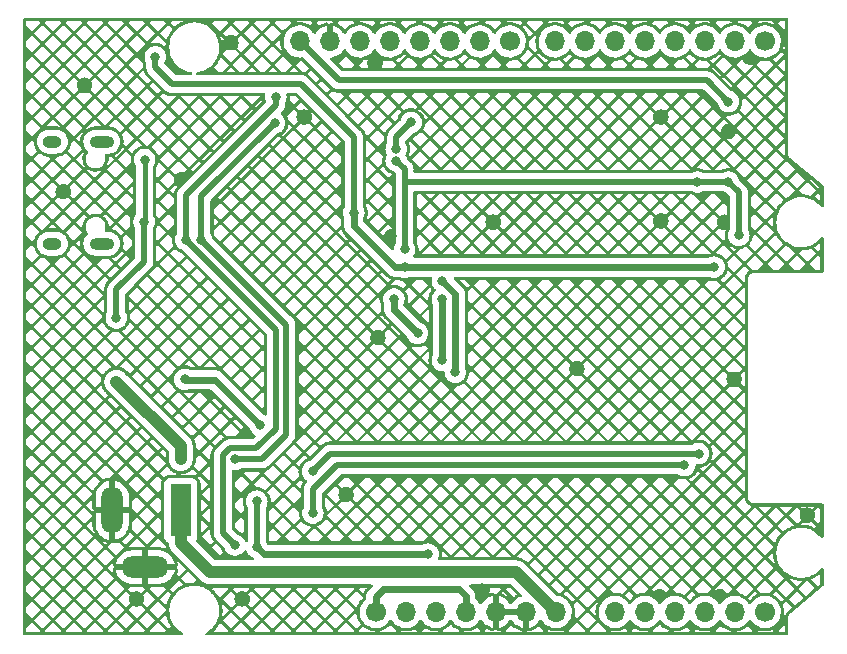
<source format=gbr>
%TF.GenerationSoftware,KiCad,Pcbnew,(6.0.9)*%
%TF.CreationDate,2023-07-14T01:44:04+02:00*%
%TF.ProjectId,Arduino_ESP,41726475-696e-46f5-9f45-53502e6b6963,rev?*%
%TF.SameCoordinates,Original*%
%TF.FileFunction,Copper,L2,Bot*%
%TF.FilePolarity,Positive*%
%FSLAX46Y46*%
G04 Gerber Fmt 4.6, Leading zero omitted, Abs format (unit mm)*
G04 Created by KiCad (PCBNEW (6.0.9)) date 2023-07-14 01:44:04*
%MOMM*%
%LPD*%
G01*
G04 APERTURE LIST*
%TA.AperFunction,ComponentPad*%
%ADD10C,1.700000*%
%TD*%
%TA.AperFunction,ComponentPad*%
%ADD11O,1.700000X1.700000*%
%TD*%
%TA.AperFunction,ComponentPad*%
%ADD12R,1.800000X4.400000*%
%TD*%
%TA.AperFunction,ComponentPad*%
%ADD13O,1.800000X4.000000*%
%TD*%
%TA.AperFunction,ComponentPad*%
%ADD14O,4.000000X1.800000*%
%TD*%
%TA.AperFunction,ComponentPad*%
%ADD15O,2.100000X1.000000*%
%TD*%
%TA.AperFunction,ComponentPad*%
%ADD16O,1.600000X1.000000*%
%TD*%
%TA.AperFunction,ViaPad*%
%ADD17C,0.800000*%
%TD*%
%TA.AperFunction,ViaPad*%
%ADD18C,1.000000*%
%TD*%
%TA.AperFunction,Conductor*%
%ADD19C,1.000000*%
%TD*%
%TA.AperFunction,Conductor*%
%ADD20C,0.500000*%
%TD*%
%TA.AperFunction,Conductor*%
%ADD21C,0.600000*%
%TD*%
%TA.AperFunction,Conductor*%
%ADD22C,0.400000*%
%TD*%
G04 APERTURE END LIST*
D10*
%TO.P,J1,1,Pin_1*%
%TO.N,RX_5V*%
X181100000Y-62800000D03*
D11*
%TO.P,J1,2,Pin_2*%
%TO.N,TX_5V*%
X178560000Y-62800000D03*
%TO.P,J1,3,Pin_3*%
%TO.N,IO32*%
X176020000Y-62800000D03*
%TO.P,J1,4,Pin_4*%
%TO.N,IO33*%
X173480000Y-62800000D03*
%TO.P,J1,5,Pin_5*%
%TO.N,IO25*%
X170940000Y-62800000D03*
%TO.P,J1,6,Pin_6*%
%TO.N,IO26*%
X168400000Y-62800000D03*
%TO.P,J1,7,Pin_7*%
%TO.N,IO27*%
X165860000Y-62800000D03*
%TO.P,J1,8,Pin_8*%
%TO.N,IO14*%
X163320000Y-62800000D03*
%TD*%
D10*
%TO.P,J2,1,Pin_1*%
%TO.N,IO12*%
X159500000Y-62800000D03*
D11*
%TO.P,J2,2,Pin_2*%
%TO.N,IO13*%
X156960000Y-62800000D03*
%TO.P,J2,3,Pin_3*%
%TO.N,IO15*%
X154420000Y-62800000D03*
%TO.P,J2,4,Pin_4*%
%TO.N,IO2*%
X151880000Y-62800000D03*
%TO.P,J2,5,Pin_5*%
%TO.N,IO4*%
X149340000Y-62800000D03*
%TO.P,J2,6,Pin_6*%
%TO.N,IO0*%
X146800000Y-62800000D03*
%TO.P,J2,7,Pin_7*%
%TO.N,GND*%
X144260000Y-62800000D03*
%TO.P,J2,8,Pin_8*%
%TO.N,+5V*%
X141720000Y-62800000D03*
%TD*%
D10*
%TO.P,J4,1,Pin_1*%
%TO.N,+5V*%
X148160000Y-111100000D03*
D11*
%TO.P,J4,2,Pin_2*%
%TO.N,RESET*%
X150700000Y-111100000D03*
%TO.P,J4,3,Pin_3*%
%TO.N,+3.3V*%
X153240000Y-111100000D03*
%TO.P,J4,4,Pin_4*%
%TO.N,+5V*%
X155780000Y-111100000D03*
%TO.P,J4,5,Pin_5*%
%TO.N,GND*%
X158320000Y-111100000D03*
%TO.P,J4,6,Pin_6*%
X160860000Y-111100000D03*
%TO.P,J4,7,Pin_7*%
%TO.N,Vin*%
X163400000Y-111100000D03*
%TD*%
D12*
%TO.P,J5,1*%
%TO.N,Vin*%
X131650000Y-102500000D03*
D13*
%TO.P,J5,2*%
%TO.N,GND*%
X125850000Y-102500000D03*
D14*
%TO.P,J5,3*%
X128650000Y-107300000D03*
%TD*%
D10*
%TO.P,J3,1,Pin_1*%
%TO.N,IO23*%
X181100000Y-111100000D03*
D11*
%TO.P,J3,2,Pin_2*%
%TO.N,IO22*%
X178560000Y-111100000D03*
%TO.P,J3,3,Pin_3*%
%TO.N,IO21*%
X176020000Y-111100000D03*
%TO.P,J3,4,Pin_4*%
%TO.N,IO19*%
X173480000Y-111100000D03*
%TO.P,J3,5,Pin_5*%
%TO.N,IO18*%
X170940000Y-111100000D03*
%TO.P,J3,6,Pin_6*%
%TO.N,IO5*%
X168400000Y-111100000D03*
%TD*%
D15*
%TO.P,J6,S1,SHIELD*%
%TO.N,unconnected-(J6-PadS1)*%
X124970000Y-79920000D03*
X124970000Y-71280000D03*
D16*
X120790000Y-79920000D03*
X120790000Y-71280000D03*
%TD*%
D17*
%TO.N,GND*%
X172300000Y-78000000D03*
X145650000Y-101150000D03*
X142100000Y-69200000D03*
X135900000Y-62900000D03*
X121700000Y-75500000D03*
X165200000Y-90500000D03*
X148350000Y-87850000D03*
X177300000Y-109800000D03*
X179800000Y-64100000D03*
X127900000Y-110000000D03*
X178025000Y-70400000D03*
X177700000Y-78100000D03*
X123500000Y-66500000D03*
X148100000Y-64600000D03*
X131700000Y-74500000D03*
X158100000Y-78100000D03*
X172200000Y-109800000D03*
X172300000Y-69200000D03*
X178500000Y-91400000D03*
X184700000Y-102900000D03*
X149500000Y-79300000D03*
X157200000Y-109100000D03*
X136850000Y-110000000D03*
D18*
%TO.N,Vin*%
X126200000Y-91600000D03*
X131650000Y-98150000D03*
D17*
%TO.N,+3.3V*%
X149700500Y-84600000D03*
X175400000Y-74700000D03*
X152600000Y-106200000D03*
X178900000Y-79200000D03*
X149900000Y-72900000D03*
X138087500Y-105625000D03*
X150600000Y-80400000D03*
X151700000Y-87500000D03*
X138087500Y-101725000D03*
X178025000Y-74700000D03*
%TO.N,+5V*%
X138400000Y-95300000D03*
X178025000Y-67900000D03*
X126200000Y-86200000D03*
X132000000Y-91400000D03*
X128600000Y-72800000D03*
X128550000Y-78050000D03*
%TO.N,RESET*%
X150600000Y-81900000D03*
X146300000Y-77300000D03*
X129500000Y-64100000D03*
X176800000Y-81900000D03*
%TO.N,IO15*%
X153800000Y-89800000D03*
X153800000Y-84600000D03*
%TO.N,IO2*%
X153800000Y-83050000D03*
X154900000Y-90800000D03*
%TO.N,IO0*%
X151150000Y-69650000D03*
X149900000Y-71900000D03*
%TO.N,TX*%
X139700000Y-67500000D03*
X136237500Y-105425000D03*
X132100000Y-79600000D03*
%TO.N,RX*%
X139600000Y-69700000D03*
X133400000Y-79600000D03*
X136237500Y-98175000D03*
%TO.N,TX_3V3*%
X142837500Y-102725000D03*
X174300000Y-98700000D03*
%TO.N,RX_3V3*%
X175500000Y-97700000D03*
X142812500Y-99200000D03*
%TD*%
D19*
%TO.N,Vin*%
X134150000Y-107750000D02*
X160050000Y-107750000D01*
X160050000Y-107750000D02*
X163400000Y-111100000D01*
X131650000Y-97050000D02*
X126200000Y-91600000D01*
X131650000Y-98150000D02*
X131650000Y-97050000D01*
X131650000Y-102500000D02*
X131650000Y-105250000D01*
X131650000Y-105250000D02*
X134150000Y-107750000D01*
D20*
%TO.N,+3.3V*%
X178900000Y-79200000D02*
X178900000Y-75575000D01*
D21*
X152600000Y-106200000D02*
X138662500Y-106200000D01*
X149700500Y-84600000D02*
X149700500Y-85500500D01*
D20*
X178900000Y-75575000D02*
X178025000Y-74700000D01*
D21*
X138662500Y-106200000D02*
X138087500Y-105625000D01*
D20*
X150600000Y-73600000D02*
X150600000Y-80400000D01*
X149900000Y-72900000D02*
X150600000Y-73600000D01*
X150800000Y-74700000D02*
X178025000Y-74700000D01*
D21*
X149700500Y-85500500D02*
X151700000Y-87500000D01*
D20*
X138087500Y-105625000D02*
X138087500Y-101725000D01*
%TO.N,+5V*%
X126200000Y-86200000D02*
X126200000Y-83800000D01*
D21*
X132043000Y-91443000D02*
X132000000Y-91400000D01*
X155200000Y-109200000D02*
X148800000Y-109200000D01*
X155780000Y-109780000D02*
X155200000Y-109200000D01*
D20*
X145020000Y-66100000D02*
X141720000Y-62800000D01*
D21*
X138400000Y-95300000D02*
X134543000Y-91443000D01*
D20*
X176225000Y-66100000D02*
X145020000Y-66100000D01*
D21*
X148160000Y-109840000D02*
X148160000Y-111100000D01*
D22*
X128600000Y-72800000D02*
X128600000Y-78000000D01*
D20*
X178025000Y-67900000D02*
X176225000Y-66100000D01*
D21*
X134543000Y-91443000D02*
X132043000Y-91443000D01*
D22*
X128600000Y-78000000D02*
X128550000Y-78050000D01*
D20*
X126200000Y-83800000D02*
X128550000Y-81450000D01*
D21*
X148800000Y-109200000D02*
X148160000Y-109840000D01*
D20*
X128550000Y-81450000D02*
X128550000Y-78050000D01*
D21*
X155780000Y-111100000D02*
X155780000Y-109780000D01*
%TO.N,RESET*%
X146300000Y-78400000D02*
X146300000Y-77300000D01*
D20*
X130900000Y-66400000D02*
X141800000Y-66400000D01*
X129500000Y-65000000D02*
X130900000Y-66400000D01*
X141800000Y-66400000D02*
X146300000Y-70900000D01*
X146300000Y-70900000D02*
X146300000Y-77300000D01*
X129500000Y-64100000D02*
X129500000Y-65000000D01*
D21*
X149800000Y-81900000D02*
X146300000Y-78400000D01*
X150600000Y-81900000D02*
X149800000Y-81900000D01*
X176800000Y-81900000D02*
X150600000Y-81900000D01*
%TO.N,IO15*%
X153800000Y-84600000D02*
X153800000Y-89800000D01*
%TO.N,IO2*%
X153800000Y-83050000D02*
X154900000Y-84150000D01*
X154900000Y-84150000D02*
X154900000Y-90800000D01*
D20*
%TO.N,IO0*%
X149900000Y-70900000D02*
X151150000Y-69650000D01*
X149900000Y-71900000D02*
X149900000Y-70900000D01*
%TO.N,TX*%
X138050000Y-97250000D02*
X135800000Y-97250000D01*
X135200000Y-104387500D02*
X136237500Y-105425000D01*
X135800000Y-97250000D02*
X135200000Y-97850000D01*
X139700000Y-95600000D02*
X138050000Y-97250000D01*
X139700000Y-68200000D02*
X139700000Y-67500000D01*
X132100000Y-79600000D02*
X139700000Y-87200000D01*
X132100000Y-75800000D02*
X139700000Y-68200000D01*
X132100000Y-79600000D02*
X132100000Y-75800000D01*
X139700000Y-87200000D02*
X139700000Y-95600000D01*
X135200000Y-97850000D02*
X135200000Y-104387500D01*
%TO.N,RX*%
X133400000Y-79600000D02*
X133400000Y-75900000D01*
X140600000Y-96100000D02*
X140600000Y-86800000D01*
X140600000Y-86800000D02*
X133400000Y-79600000D01*
X133400000Y-75900000D02*
X139600000Y-69700000D01*
X136237500Y-98175000D02*
X138525000Y-98175000D01*
X138525000Y-98175000D02*
X140600000Y-96100000D01*
%TO.N,TX_3V3*%
X142837500Y-100712500D02*
X142837500Y-102725000D01*
X174300000Y-98700000D02*
X144850000Y-98700000D01*
X144850000Y-98700000D02*
X142837500Y-100712500D01*
%TO.N,RX_3V3*%
X142812500Y-99200000D02*
X144312500Y-97700000D01*
X144312500Y-97700000D02*
X175500000Y-97700000D01*
%TD*%
%TA.AperFunction,Conductor*%
%TO.N,GND*%
G36*
X183033621Y-60828502D02*
G01*
X183080114Y-60882158D01*
X183091500Y-60934500D01*
X183091500Y-72257799D01*
X183090406Y-72274366D01*
X183086299Y-72305330D01*
X183087663Y-72314198D01*
X183087663Y-72314199D01*
X183096875Y-72374094D01*
X183097066Y-72375384D01*
X183105463Y-72434012D01*
X183106920Y-72444187D01*
X183108034Y-72446638D01*
X183108443Y-72449294D01*
X183111903Y-72456699D01*
X183137866Y-72512267D01*
X183138412Y-72513451D01*
X183162237Y-72565850D01*
X183167208Y-72576782D01*
X183168965Y-72578821D01*
X183170103Y-72581257D01*
X183175513Y-72587406D01*
X183175514Y-72587407D01*
X183216055Y-72633482D01*
X183216867Y-72634414D01*
X183262287Y-72687127D01*
X183269816Y-72692007D01*
X183269818Y-72692009D01*
X183291794Y-72706253D01*
X183303923Y-72715188D01*
X186016101Y-74975336D01*
X186046163Y-75000388D01*
X186085690Y-75059364D01*
X186091500Y-75097184D01*
X186091500Y-76725943D01*
X186071498Y-76794064D01*
X186017842Y-76840557D01*
X185947568Y-76850661D01*
X185882988Y-76821167D01*
X185862413Y-76798394D01*
X185844905Y-76773482D01*
X185844900Y-76773476D01*
X185842441Y-76769977D01*
X185672925Y-76587556D01*
X185649661Y-76562521D01*
X185649658Y-76562519D01*
X185646740Y-76559378D01*
X185424268Y-76377287D01*
X185179142Y-76227073D01*
X185161048Y-76219130D01*
X184919830Y-76113243D01*
X184915898Y-76111517D01*
X184889963Y-76104129D01*
X184643534Y-76033932D01*
X184643535Y-76033932D01*
X184639406Y-76032756D01*
X184426704Y-76002485D01*
X184359036Y-75992854D01*
X184359034Y-75992854D01*
X184354784Y-75992249D01*
X184350495Y-75992227D01*
X184350488Y-75992226D01*
X184071583Y-75990765D01*
X184071576Y-75990765D01*
X184067297Y-75990743D01*
X184063053Y-75991302D01*
X184063049Y-75991302D01*
X183945848Y-76006732D01*
X183782266Y-76028268D01*
X183778126Y-76029401D01*
X183778124Y-76029401D01*
X183701311Y-76050415D01*
X183504964Y-76104129D01*
X183501016Y-76105813D01*
X183244476Y-76215237D01*
X183244472Y-76215239D01*
X183240524Y-76216923D01*
X183115960Y-76291473D01*
X182997521Y-76362357D01*
X182997517Y-76362360D01*
X182993839Y-76364561D01*
X182769472Y-76544313D01*
X182729734Y-76586188D01*
X182597112Y-76725943D01*
X182571577Y-76752851D01*
X182403814Y-76986317D01*
X182269288Y-77240392D01*
X182267813Y-77244423D01*
X182179367Y-77486114D01*
X182170489Y-77510373D01*
X182109245Y-77791264D01*
X182097055Y-77946157D01*
X182087196Y-78071428D01*
X182087195Y-78071428D01*
X182087196Y-78071430D01*
X182086689Y-78077869D01*
X182086936Y-78082153D01*
X182086936Y-78082154D01*
X182087017Y-78083553D01*
X182103238Y-78364883D01*
X182104063Y-78369088D01*
X182104064Y-78369096D01*
X182134077Y-78522072D01*
X182158586Y-78646995D01*
X182159973Y-78651045D01*
X182159974Y-78651050D01*
X182250321Y-78914930D01*
X182251710Y-78918986D01*
X182299091Y-79013192D01*
X182369822Y-79153825D01*
X182380885Y-79175822D01*
X182482903Y-79324259D01*
X182537072Y-79403075D01*
X182543721Y-79412750D01*
X182546608Y-79415923D01*
X182546609Y-79415924D01*
X182732083Y-79619758D01*
X182737206Y-79625388D01*
X182740501Y-79628143D01*
X182740502Y-79628144D01*
X182933995Y-79789928D01*
X182957759Y-79809798D01*
X183201298Y-79962571D01*
X183463318Y-80080877D01*
X183519770Y-80097599D01*
X183734857Y-80161311D01*
X183734862Y-80161312D01*
X183738970Y-80162529D01*
X183743204Y-80163177D01*
X183743209Y-80163178D01*
X183967912Y-80197562D01*
X184023153Y-80206015D01*
X184169485Y-80208314D01*
X184306317Y-80210464D01*
X184306323Y-80210464D01*
X184310608Y-80210531D01*
X184314860Y-80210016D01*
X184314868Y-80210016D01*
X184591756Y-80176508D01*
X184591761Y-80176507D01*
X184596017Y-80175992D01*
X184752155Y-80135030D01*
X184869954Y-80104126D01*
X184869955Y-80104126D01*
X184874097Y-80103039D01*
X185139704Y-79993021D01*
X185295582Y-79901933D01*
X185384219Y-79850138D01*
X185384220Y-79850137D01*
X185387922Y-79847974D01*
X185614159Y-79670582D01*
X185621017Y-79663506D01*
X185807540Y-79471028D01*
X185814227Y-79464128D01*
X185816769Y-79460668D01*
X185863953Y-79396435D01*
X185920401Y-79353375D01*
X185991168Y-79347670D01*
X186053786Y-79381130D01*
X186088373Y-79443132D01*
X186091500Y-79471028D01*
X186091500Y-82265500D01*
X186071498Y-82333621D01*
X186017842Y-82380114D01*
X185965500Y-82391500D01*
X180208623Y-82391500D01*
X180207853Y-82391498D01*
X180207037Y-82391493D01*
X180130279Y-82391024D01*
X180112393Y-82396136D01*
X180101847Y-82399150D01*
X180085085Y-82402728D01*
X180055813Y-82406920D01*
X180047645Y-82410634D01*
X180047644Y-82410634D01*
X180032438Y-82417548D01*
X180014914Y-82423996D01*
X179990229Y-82431051D01*
X179982635Y-82435843D01*
X179982632Y-82435844D01*
X179965220Y-82446830D01*
X179950137Y-82454969D01*
X179923218Y-82467208D01*
X179916416Y-82473069D01*
X179903765Y-82483970D01*
X179888761Y-82495073D01*
X179867042Y-82508776D01*
X179861103Y-82515501D01*
X179861099Y-82515504D01*
X179847468Y-82530938D01*
X179835276Y-82542982D01*
X179819673Y-82556427D01*
X179819671Y-82556430D01*
X179812873Y-82562287D01*
X179807993Y-82569816D01*
X179807992Y-82569817D01*
X179798906Y-82583835D01*
X179787615Y-82598709D01*
X179777427Y-82610246D01*
X179770622Y-82617951D01*
X179760201Y-82640146D01*
X179758058Y-82644711D01*
X179749737Y-82659691D01*
X179738529Y-82676983D01*
X179738527Y-82676988D01*
X179733648Y-82684515D01*
X179731078Y-82693108D01*
X179731076Y-82693113D01*
X179726289Y-82709120D01*
X179719628Y-82726564D01*
X179716310Y-82733632D01*
X179708719Y-82749800D01*
X179707338Y-82758667D01*
X179707338Y-82758668D01*
X179704170Y-82779015D01*
X179700387Y-82795732D01*
X179694485Y-82815466D01*
X179694484Y-82815472D01*
X179691914Y-82824066D01*
X179691859Y-82833037D01*
X179691859Y-82833038D01*
X179691704Y-82858497D01*
X179691671Y-82859289D01*
X179691500Y-82860386D01*
X179691500Y-82891377D01*
X179691498Y-82892147D01*
X179691328Y-82920050D01*
X179691024Y-82969721D01*
X179691408Y-82971065D01*
X179691500Y-82972410D01*
X179691500Y-101391377D01*
X179691498Y-101392147D01*
X179691024Y-101469721D01*
X179693491Y-101478352D01*
X179699150Y-101498153D01*
X179702728Y-101514915D01*
X179706920Y-101544187D01*
X179710634Y-101552355D01*
X179710634Y-101552356D01*
X179717548Y-101567562D01*
X179723996Y-101585086D01*
X179731051Y-101609771D01*
X179735843Y-101617365D01*
X179735844Y-101617368D01*
X179746830Y-101634780D01*
X179754969Y-101649863D01*
X179767208Y-101676782D01*
X179773069Y-101683584D01*
X179783970Y-101696235D01*
X179795073Y-101711239D01*
X179808776Y-101732958D01*
X179815501Y-101738897D01*
X179815504Y-101738901D01*
X179830938Y-101752532D01*
X179842982Y-101764724D01*
X179856427Y-101780327D01*
X179856430Y-101780329D01*
X179862287Y-101787127D01*
X179869816Y-101792007D01*
X179869817Y-101792008D01*
X179883835Y-101801094D01*
X179898709Y-101812385D01*
X179907459Y-101820112D01*
X179917951Y-101829378D01*
X179944711Y-101841942D01*
X179959691Y-101850263D01*
X179976983Y-101861471D01*
X179976988Y-101861473D01*
X179984515Y-101866352D01*
X179993108Y-101868922D01*
X179993113Y-101868924D01*
X180009120Y-101873711D01*
X180026564Y-101880372D01*
X180041676Y-101887467D01*
X180041678Y-101887468D01*
X180049800Y-101891281D01*
X180058667Y-101892662D01*
X180058668Y-101892662D01*
X180068310Y-101894163D01*
X180079017Y-101895830D01*
X180095732Y-101899613D01*
X180115466Y-101905515D01*
X180115472Y-101905516D01*
X180124066Y-101908086D01*
X180133037Y-101908141D01*
X180133038Y-101908141D01*
X180143097Y-101908202D01*
X180158506Y-101908296D01*
X180159289Y-101908329D01*
X180160386Y-101908500D01*
X180191377Y-101908500D01*
X180192147Y-101908502D01*
X180265785Y-101908952D01*
X180265786Y-101908952D01*
X180269721Y-101908976D01*
X180271065Y-101908592D01*
X180272410Y-101908500D01*
X185965500Y-101908500D01*
X186033621Y-101928502D01*
X186080114Y-101982158D01*
X186091500Y-102034500D01*
X186091500Y-104725943D01*
X186071498Y-104794064D01*
X186017842Y-104840557D01*
X185947568Y-104850661D01*
X185882988Y-104821167D01*
X185862413Y-104798394D01*
X185844905Y-104773482D01*
X185844900Y-104773476D01*
X185842441Y-104769977D01*
X185714033Y-104631794D01*
X185649661Y-104562521D01*
X185649658Y-104562519D01*
X185646740Y-104559378D01*
X185424268Y-104377287D01*
X185179142Y-104227073D01*
X185161048Y-104219130D01*
X184919830Y-104113243D01*
X184915898Y-104111517D01*
X184889963Y-104104129D01*
X184719769Y-104055648D01*
X184639406Y-104032756D01*
X184426704Y-104002485D01*
X184359036Y-103992854D01*
X184359034Y-103992854D01*
X184354784Y-103992249D01*
X184350495Y-103992227D01*
X184350488Y-103992226D01*
X184071583Y-103990765D01*
X184071576Y-103990765D01*
X184067297Y-103990743D01*
X184063053Y-103991302D01*
X184063049Y-103991302D01*
X183937660Y-104007810D01*
X183782266Y-104028268D01*
X183778126Y-104029401D01*
X183778124Y-104029401D01*
X183710459Y-104047912D01*
X183504964Y-104104129D01*
X183501016Y-104105813D01*
X183244476Y-104215237D01*
X183244472Y-104215239D01*
X183240524Y-104216923D01*
X183133815Y-104280787D01*
X182997521Y-104362357D01*
X182997517Y-104362360D01*
X182993839Y-104364561D01*
X182769472Y-104544313D01*
X182658237Y-104661530D01*
X182585418Y-104738266D01*
X182571577Y-104752851D01*
X182482167Y-104877278D01*
X182423257Y-104959260D01*
X182403814Y-104986317D01*
X182401805Y-104990112D01*
X182401804Y-104990113D01*
X182393822Y-105005188D01*
X182269288Y-105240392D01*
X182262916Y-105257804D01*
X182197555Y-105436413D01*
X182170489Y-105510373D01*
X182109245Y-105791264D01*
X182107740Y-105810384D01*
X182087196Y-106071428D01*
X182087195Y-106071428D01*
X182087196Y-106071430D01*
X182086689Y-106077869D01*
X182086936Y-106082153D01*
X182086936Y-106082154D01*
X182087264Y-106087842D01*
X182103238Y-106364883D01*
X182104063Y-106369088D01*
X182104064Y-106369096D01*
X182134927Y-106526405D01*
X182158586Y-106646995D01*
X182159973Y-106651045D01*
X182159974Y-106651050D01*
X182250321Y-106914930D01*
X182251710Y-106918986D01*
X182306560Y-107028043D01*
X182341310Y-107097135D01*
X182380885Y-107175822D01*
X182543721Y-107412750D01*
X182546608Y-107415923D01*
X182546609Y-107415924D01*
X182675863Y-107557973D01*
X182737206Y-107625388D01*
X182740501Y-107628143D01*
X182740502Y-107628144D01*
X182839642Y-107711037D01*
X182957759Y-107809798D01*
X183201298Y-107962571D01*
X183463318Y-108080877D01*
X183532563Y-108101388D01*
X183734857Y-108161311D01*
X183734862Y-108161312D01*
X183738970Y-108162529D01*
X183743204Y-108163177D01*
X183743209Y-108163178D01*
X183991811Y-108201219D01*
X184023153Y-108206015D01*
X184169485Y-108208314D01*
X184306317Y-108210464D01*
X184306323Y-108210464D01*
X184310608Y-108210531D01*
X184314860Y-108210016D01*
X184314868Y-108210016D01*
X184591756Y-108176508D01*
X184591761Y-108176507D01*
X184596017Y-108175992D01*
X184874097Y-108103039D01*
X185139704Y-107993021D01*
X185356000Y-107866628D01*
X185384219Y-107850138D01*
X185384220Y-107850137D01*
X185387922Y-107847974D01*
X185614159Y-107670582D01*
X185629154Y-107655109D01*
X185811244Y-107467206D01*
X185814227Y-107464128D01*
X185816769Y-107460668D01*
X185863953Y-107396435D01*
X185920401Y-107353375D01*
X185991168Y-107347670D01*
X186053786Y-107381130D01*
X186088373Y-107443132D01*
X186091500Y-107471028D01*
X186091500Y-108802817D01*
X186071498Y-108870938D01*
X186046164Y-108899612D01*
X183308162Y-111181281D01*
X183306886Y-111182344D01*
X183293469Y-111192102D01*
X183267042Y-111208776D01*
X183261099Y-111215505D01*
X183261098Y-111215506D01*
X183221036Y-111260868D01*
X183220165Y-111261843D01*
X183179069Y-111307413D01*
X183179066Y-111307418D01*
X183173570Y-111313512D01*
X183172401Y-111315937D01*
X183170622Y-111317951D01*
X183167138Y-111325371D01*
X183167137Y-111325373D01*
X183141103Y-111380825D01*
X183140541Y-111382006D01*
X183113883Y-111437288D01*
X183110303Y-111444711D01*
X183109861Y-111447367D01*
X183108719Y-111449800D01*
X183107461Y-111457877D01*
X183107461Y-111457878D01*
X183098019Y-111518518D01*
X183097815Y-111519785D01*
X183086402Y-111588394D01*
X183087474Y-111597309D01*
X183090599Y-111623306D01*
X183091500Y-111638345D01*
X183091500Y-112965500D01*
X183071498Y-113033621D01*
X183017842Y-113080114D01*
X182965500Y-113091500D01*
X133865410Y-113091500D01*
X133797289Y-113071498D01*
X133750796Y-113017842D01*
X133740692Y-112947568D01*
X133770186Y-112882988D01*
X133801840Y-112856712D01*
X133937190Y-112777620D01*
X134398352Y-112777620D01*
X134434832Y-112814100D01*
X135593978Y-112814100D01*
X135722927Y-112685151D01*
X136080721Y-112685151D01*
X136209670Y-112814100D01*
X137368816Y-112814100D01*
X137497765Y-112685151D01*
X137855559Y-112685151D01*
X137984508Y-112814100D01*
X139143654Y-112814100D01*
X139272603Y-112685151D01*
X139630397Y-112685151D01*
X139759346Y-112814100D01*
X140918492Y-112814100D01*
X141047441Y-112685151D01*
X141405235Y-112685151D01*
X141534184Y-112814100D01*
X142693330Y-112814100D01*
X142822279Y-112685151D01*
X143180073Y-112685151D01*
X143309022Y-112814100D01*
X144468168Y-112814100D01*
X144597117Y-112685151D01*
X144954911Y-112685151D01*
X145083860Y-112814100D01*
X146243006Y-112814100D01*
X146371955Y-112685151D01*
X146729749Y-112685151D01*
X146858698Y-112814100D01*
X148017844Y-112814100D01*
X148097176Y-112734768D01*
X147988432Y-112730780D01*
X147983251Y-112730483D01*
X147981174Y-112730321D01*
X147976053Y-112729817D01*
X147955549Y-112727372D01*
X147950441Y-112726656D01*
X147948385Y-112726325D01*
X147943291Y-112725397D01*
X147818830Y-112700075D01*
X148519511Y-112700075D01*
X148633536Y-112814100D01*
X149792682Y-112814100D01*
X149921631Y-112685151D01*
X150279426Y-112685151D01*
X150408375Y-112814100D01*
X151567520Y-112814100D01*
X151696469Y-112685151D01*
X152054264Y-112685151D01*
X152183213Y-112814100D01*
X153342358Y-112814100D01*
X153431670Y-112724788D01*
X153337084Y-112736905D01*
X153331958Y-112737455D01*
X153329882Y-112737635D01*
X153324710Y-112737976D01*
X153304083Y-112738912D01*
X153298916Y-112739041D01*
X153296834Y-112739050D01*
X153291672Y-112738966D01*
X153068432Y-112730780D01*
X153063251Y-112730483D01*
X153061174Y-112730321D01*
X153056053Y-112729817D01*
X153035549Y-112727372D01*
X153030441Y-112726656D01*
X153028385Y-112726325D01*
X153023291Y-112725397D01*
X152825477Y-112685151D01*
X153829102Y-112685151D01*
X153958051Y-112814100D01*
X155117196Y-112814100D01*
X155198950Y-112732346D01*
X155651135Y-112732346D01*
X155732889Y-112814100D01*
X156892034Y-112814100D01*
X157020983Y-112685151D01*
X157378778Y-112685151D01*
X157507727Y-112814100D01*
X158666872Y-112814100D01*
X158795821Y-112685151D01*
X159153616Y-112685151D01*
X159282565Y-112814100D01*
X160441710Y-112814100D01*
X160549919Y-112705891D01*
X160447978Y-112685151D01*
X160928454Y-112685151D01*
X161057403Y-112814100D01*
X162216548Y-112814100D01*
X162345497Y-112685151D01*
X162703292Y-112685151D01*
X162832241Y-112814100D01*
X163991386Y-112814100D01*
X164120335Y-112685151D01*
X164478130Y-112685151D01*
X164607079Y-112814100D01*
X165766224Y-112814100D01*
X165895173Y-112685151D01*
X166252968Y-112685151D01*
X166381917Y-112814100D01*
X167541063Y-112814100D01*
X167659200Y-112695963D01*
X168038618Y-112695963D01*
X168156755Y-112814100D01*
X169315901Y-112814100D01*
X169444850Y-112685151D01*
X169802644Y-112685151D01*
X169931593Y-112814100D01*
X171090739Y-112814100D01*
X171187159Y-112717680D01*
X171037084Y-112736905D01*
X171031958Y-112737455D01*
X171029882Y-112737635D01*
X171024710Y-112737976D01*
X171004083Y-112738912D01*
X170998916Y-112739041D01*
X170996834Y-112739050D01*
X170991672Y-112738966D01*
X170768432Y-112730780D01*
X170763251Y-112730483D01*
X170761174Y-112730321D01*
X170756053Y-112729817D01*
X170735549Y-112727372D01*
X170730441Y-112726656D01*
X170728385Y-112726325D01*
X170723291Y-112725397D01*
X170525477Y-112685151D01*
X171577482Y-112685151D01*
X171706431Y-112814100D01*
X172865577Y-112814100D01*
X172945490Y-112734187D01*
X173401356Y-112734187D01*
X173481269Y-112814100D01*
X174640415Y-112814100D01*
X174769364Y-112685151D01*
X175127158Y-112685151D01*
X175256107Y-112814100D01*
X176415253Y-112814100D01*
X176544202Y-112685151D01*
X176901996Y-112685151D01*
X177030945Y-112814100D01*
X178190091Y-112814100D01*
X178275406Y-112728785D01*
X178720468Y-112728785D01*
X178805783Y-112814100D01*
X179964929Y-112814100D01*
X180093878Y-112685151D01*
X180451672Y-112685151D01*
X180580621Y-112814100D01*
X181739767Y-112814100D01*
X181868716Y-112685151D01*
X182226510Y-112685151D01*
X182355459Y-112814100D01*
X182814100Y-112814100D01*
X182814100Y-112097561D01*
X182226510Y-112685151D01*
X181868716Y-112685151D01*
X181774747Y-112591182D01*
X181719422Y-112618286D01*
X181714725Y-112620469D01*
X181712820Y-112621307D01*
X181708066Y-112623284D01*
X181688842Y-112630819D01*
X181684027Y-112632593D01*
X181682057Y-112633274D01*
X181677099Y-112634875D01*
X181463131Y-112699069D01*
X181458137Y-112700456D01*
X181456119Y-112700972D01*
X181451101Y-112702146D01*
X181430903Y-112706439D01*
X181425813Y-112707412D01*
X181423759Y-112707761D01*
X181418663Y-112708520D01*
X181197084Y-112736905D01*
X181191958Y-112737455D01*
X181189882Y-112737635D01*
X181184710Y-112737976D01*
X181164083Y-112738912D01*
X181158916Y-112739041D01*
X181156834Y-112739050D01*
X181151672Y-112738966D01*
X180928432Y-112730780D01*
X180923251Y-112730483D01*
X180921174Y-112730321D01*
X180916053Y-112729817D01*
X180895549Y-112727372D01*
X180890441Y-112726656D01*
X180888385Y-112726325D01*
X180883291Y-112725397D01*
X180664386Y-112680860D01*
X180659375Y-112679734D01*
X180657353Y-112679236D01*
X180652335Y-112677890D01*
X180632507Y-112672130D01*
X180627558Y-112670581D01*
X180625583Y-112669918D01*
X180620733Y-112668179D01*
X180510672Y-112626151D01*
X180451672Y-112685151D01*
X180093878Y-112685151D01*
X179691128Y-112282401D01*
X179635669Y-112337667D01*
X179631933Y-112341240D01*
X179630398Y-112342649D01*
X179626520Y-112346064D01*
X179610748Y-112359392D01*
X179606753Y-112362631D01*
X179605109Y-112363909D01*
X179600946Y-112367010D01*
X179419080Y-112496733D01*
X179414782Y-112499666D01*
X179413037Y-112500805D01*
X179408681Y-112503524D01*
X179390945Y-112514096D01*
X179386452Y-112516651D01*
X179384621Y-112517643D01*
X179380032Y-112520008D01*
X179179422Y-112618286D01*
X179174725Y-112620469D01*
X179172820Y-112621307D01*
X179168066Y-112623284D01*
X179148842Y-112630819D01*
X179144027Y-112632593D01*
X179142057Y-112633274D01*
X179137099Y-112634875D01*
X178923131Y-112699069D01*
X178918137Y-112700456D01*
X178916119Y-112700972D01*
X178911101Y-112702146D01*
X178890903Y-112706439D01*
X178885813Y-112707412D01*
X178883759Y-112707761D01*
X178878663Y-112708520D01*
X178720468Y-112728785D01*
X178275406Y-112728785D01*
X178289698Y-112714493D01*
X178124386Y-112680860D01*
X178119375Y-112679734D01*
X178117353Y-112679236D01*
X178112335Y-112677890D01*
X178092507Y-112672130D01*
X178087558Y-112670581D01*
X178085583Y-112669918D01*
X178080733Y-112668179D01*
X177872041Y-112588487D01*
X177867218Y-112586530D01*
X177865304Y-112585707D01*
X177860632Y-112583584D01*
X177842011Y-112574662D01*
X177837412Y-112572342D01*
X177835572Y-112571366D01*
X177831045Y-112568844D01*
X177638171Y-112456138D01*
X177633758Y-112453437D01*
X177632004Y-112452313D01*
X177627716Y-112449439D01*
X177610801Y-112437595D01*
X177606661Y-112434569D01*
X177605005Y-112433306D01*
X177600931Y-112430063D01*
X177429055Y-112287369D01*
X177425130Y-112283972D01*
X177423584Y-112282577D01*
X177419837Y-112279054D01*
X177405085Y-112264608D01*
X177401468Y-112260917D01*
X177400040Y-112259399D01*
X177396576Y-112255563D01*
X177366409Y-112220738D01*
X176901996Y-112685151D01*
X176544202Y-112685151D01*
X176517735Y-112658684D01*
X176383131Y-112699068D01*
X176378137Y-112700456D01*
X176376119Y-112700972D01*
X176371101Y-112702146D01*
X176350903Y-112706439D01*
X176345813Y-112707412D01*
X176343759Y-112707761D01*
X176338663Y-112708520D01*
X176117084Y-112736905D01*
X176111958Y-112737455D01*
X176109882Y-112737635D01*
X176104710Y-112737976D01*
X176084083Y-112738912D01*
X176078916Y-112739041D01*
X176076834Y-112739050D01*
X176071672Y-112738966D01*
X175848432Y-112730780D01*
X175843251Y-112730483D01*
X175841174Y-112730321D01*
X175836053Y-112729817D01*
X175815549Y-112727372D01*
X175810441Y-112726656D01*
X175808385Y-112726325D01*
X175803291Y-112725397D01*
X175584386Y-112680860D01*
X175579375Y-112679734D01*
X175577353Y-112679236D01*
X175572335Y-112677890D01*
X175552507Y-112672130D01*
X175547558Y-112670581D01*
X175545583Y-112669918D01*
X175540733Y-112668179D01*
X175332041Y-112588487D01*
X175327218Y-112586530D01*
X175325304Y-112585707D01*
X175320632Y-112583584D01*
X175302011Y-112574662D01*
X175297412Y-112572342D01*
X175295572Y-112571366D01*
X175291045Y-112568844D01*
X175261014Y-112551295D01*
X175127158Y-112685151D01*
X174769364Y-112685151D01*
X174480251Y-112396038D01*
X174339080Y-112496733D01*
X174334782Y-112499666D01*
X174333037Y-112500805D01*
X174328681Y-112503524D01*
X174310945Y-112514096D01*
X174306452Y-112516651D01*
X174304621Y-112517643D01*
X174300032Y-112520008D01*
X174099422Y-112618286D01*
X174094725Y-112620469D01*
X174092820Y-112621307D01*
X174088066Y-112623284D01*
X174068842Y-112630819D01*
X174064027Y-112632593D01*
X174062057Y-112633274D01*
X174057099Y-112634875D01*
X173843131Y-112699069D01*
X173838137Y-112700456D01*
X173836119Y-112700972D01*
X173831101Y-112702146D01*
X173810903Y-112706439D01*
X173805813Y-112707412D01*
X173803759Y-112707761D01*
X173798663Y-112708520D01*
X173577084Y-112736905D01*
X173571958Y-112737455D01*
X173569882Y-112737635D01*
X173564710Y-112737976D01*
X173544083Y-112738912D01*
X173538916Y-112739041D01*
X173536834Y-112739050D01*
X173531672Y-112738966D01*
X173401356Y-112734187D01*
X172945490Y-112734187D01*
X172994526Y-112685151D01*
X172963234Y-112653859D01*
X172792041Y-112588487D01*
X172787218Y-112586530D01*
X172785304Y-112585707D01*
X172780632Y-112583584D01*
X172762011Y-112574662D01*
X172757412Y-112572342D01*
X172755572Y-112571366D01*
X172751045Y-112568844D01*
X172558171Y-112456138D01*
X172553758Y-112453437D01*
X172552004Y-112452313D01*
X172547716Y-112449439D01*
X172530801Y-112437595D01*
X172526661Y-112434569D01*
X172525005Y-112433306D01*
X172520931Y-112430063D01*
X172349055Y-112287369D01*
X172345130Y-112283972D01*
X172343584Y-112282577D01*
X172339837Y-112279054D01*
X172325085Y-112264608D01*
X172321468Y-112260917D01*
X172320040Y-112259399D01*
X172316577Y-112255564D01*
X172211416Y-112134164D01*
X172203369Y-112145363D01*
X172200256Y-112149511D01*
X172198972Y-112151151D01*
X172195716Y-112155140D01*
X172182333Y-112170865D01*
X172178913Y-112174721D01*
X172177499Y-112176251D01*
X172173905Y-112179983D01*
X172015669Y-112337667D01*
X172011933Y-112341240D01*
X172010398Y-112342649D01*
X172006520Y-112346064D01*
X171990748Y-112359392D01*
X171986753Y-112362631D01*
X171985109Y-112363909D01*
X171980946Y-112367010D01*
X171799080Y-112496733D01*
X171794782Y-112499666D01*
X171793037Y-112500805D01*
X171788681Y-112503524D01*
X171770945Y-112514096D01*
X171766452Y-112516651D01*
X171764621Y-112517643D01*
X171760033Y-112520008D01*
X171725907Y-112536726D01*
X171577482Y-112685151D01*
X170525477Y-112685151D01*
X170504386Y-112680860D01*
X170499375Y-112679734D01*
X170497353Y-112679236D01*
X170492335Y-112677890D01*
X170472507Y-112672130D01*
X170467558Y-112670581D01*
X170465583Y-112669918D01*
X170460733Y-112668179D01*
X170252041Y-112588487D01*
X170247218Y-112586530D01*
X170245304Y-112585707D01*
X170240632Y-112583584D01*
X170222011Y-112574662D01*
X170217412Y-112572342D01*
X170215572Y-112571366D01*
X170211045Y-112568844D01*
X170026683Y-112461112D01*
X169802644Y-112685151D01*
X169444850Y-112685151D01*
X169257506Y-112497807D01*
X169254782Y-112499666D01*
X169253037Y-112500805D01*
X169248681Y-112503524D01*
X169230945Y-112514096D01*
X169226452Y-112516651D01*
X169224621Y-112517643D01*
X169220032Y-112520008D01*
X169019422Y-112618286D01*
X169014725Y-112620469D01*
X169012820Y-112621307D01*
X169008066Y-112623284D01*
X168988842Y-112630819D01*
X168984027Y-112632593D01*
X168982057Y-112633274D01*
X168977099Y-112634875D01*
X168763131Y-112699069D01*
X168758137Y-112700456D01*
X168756119Y-112700972D01*
X168751101Y-112702146D01*
X168730903Y-112706439D01*
X168725813Y-112707412D01*
X168723759Y-112707761D01*
X168718663Y-112708520D01*
X168497084Y-112736905D01*
X168491958Y-112737455D01*
X168489882Y-112737635D01*
X168484710Y-112737976D01*
X168464083Y-112738912D01*
X168458916Y-112739041D01*
X168456834Y-112739050D01*
X168451672Y-112738966D01*
X168228432Y-112730780D01*
X168223251Y-112730483D01*
X168221174Y-112730321D01*
X168216053Y-112729817D01*
X168195549Y-112727372D01*
X168190441Y-112726656D01*
X168188385Y-112726325D01*
X168183291Y-112725397D01*
X168038618Y-112695963D01*
X167659200Y-112695963D01*
X167670012Y-112685151D01*
X167287755Y-112302894D01*
X167269055Y-112287369D01*
X167265130Y-112283972D01*
X167263584Y-112282577D01*
X167259837Y-112279054D01*
X167245085Y-112264608D01*
X167241468Y-112260917D01*
X167240040Y-112259399D01*
X167236577Y-112255563D01*
X167211666Y-112226805D01*
X166961490Y-111976629D01*
X166252968Y-112685151D01*
X165895173Y-112685151D01*
X165186651Y-111976630D01*
X164478130Y-112685151D01*
X164120335Y-112685151D01*
X164042275Y-112607091D01*
X164019423Y-112618286D01*
X164014725Y-112620469D01*
X164012820Y-112621307D01*
X164008066Y-112623284D01*
X163988842Y-112630819D01*
X163984027Y-112632593D01*
X163982057Y-112633274D01*
X163977099Y-112634875D01*
X163763131Y-112699069D01*
X163758137Y-112700456D01*
X163756119Y-112700972D01*
X163751101Y-112702146D01*
X163730903Y-112706439D01*
X163725813Y-112707412D01*
X163723759Y-112707761D01*
X163718663Y-112708520D01*
X163497084Y-112736905D01*
X163491958Y-112737455D01*
X163489882Y-112737635D01*
X163484710Y-112737976D01*
X163464083Y-112738912D01*
X163458916Y-112739041D01*
X163456834Y-112739050D01*
X163451672Y-112738966D01*
X163228432Y-112730780D01*
X163223251Y-112730483D01*
X163221174Y-112730321D01*
X163216053Y-112729817D01*
X163195549Y-112727372D01*
X163190441Y-112726656D01*
X163188385Y-112726325D01*
X163183291Y-112725397D01*
X162964386Y-112680860D01*
X162959375Y-112679734D01*
X162957353Y-112679236D01*
X162952335Y-112677890D01*
X162932507Y-112672130D01*
X162927558Y-112670581D01*
X162925583Y-112669918D01*
X162920733Y-112668179D01*
X162775662Y-112612781D01*
X162703292Y-112685151D01*
X162345497Y-112685151D01*
X161966541Y-112306195D01*
X161935345Y-112337282D01*
X161931607Y-112340858D01*
X161930073Y-112342266D01*
X161926201Y-112345676D01*
X161910429Y-112359005D01*
X161906439Y-112362240D01*
X161904794Y-112363519D01*
X161900622Y-112366627D01*
X161718823Y-112496302D01*
X161714553Y-112499217D01*
X161712809Y-112500356D01*
X161708428Y-112503091D01*
X161690693Y-112513663D01*
X161686172Y-112516233D01*
X161684340Y-112517225D01*
X161679777Y-112519577D01*
X161479241Y-112617819D01*
X161474543Y-112620002D01*
X161472638Y-112620840D01*
X161467882Y-112622817D01*
X161448657Y-112630352D01*
X161443844Y-112632126D01*
X161441874Y-112632807D01*
X161436916Y-112634408D01*
X161223027Y-112698578D01*
X161218033Y-112699965D01*
X161216015Y-112700481D01*
X161210997Y-112701655D01*
X161190799Y-112705948D01*
X161185709Y-112706921D01*
X161183655Y-112707270D01*
X161178559Y-112708029D01*
X161149247Y-112711784D01*
X161131786Y-112712797D01*
X161124751Y-112712716D01*
X161107311Y-112711300D01*
X161038959Y-112700935D01*
X161028393Y-112698867D01*
X161024180Y-112697854D01*
X160991288Y-112684838D01*
X160982676Y-112679934D01*
X160962513Y-112665667D01*
X160954704Y-112658901D01*
X160928454Y-112685151D01*
X160447978Y-112685151D01*
X160424528Y-112680380D01*
X160419473Y-112679242D01*
X160417450Y-112678743D01*
X160412471Y-112677407D01*
X160392642Y-112671646D01*
X160387734Y-112670110D01*
X160385760Y-112669448D01*
X160380873Y-112667697D01*
X160172258Y-112588035D01*
X160167435Y-112586078D01*
X160165521Y-112585255D01*
X160160849Y-112583132D01*
X160142228Y-112574210D01*
X160137629Y-112571890D01*
X160135789Y-112570914D01*
X160131262Y-112568392D01*
X159938459Y-112455727D01*
X159934046Y-112453026D01*
X159932292Y-112451902D01*
X159928004Y-112449028D01*
X159911089Y-112437184D01*
X159906949Y-112434158D01*
X159905293Y-112432895D01*
X159901219Y-112429652D01*
X159729406Y-112287010D01*
X159725478Y-112283610D01*
X159723931Y-112282214D01*
X159720184Y-112278691D01*
X159705432Y-112264244D01*
X159701816Y-112260554D01*
X159700389Y-112259037D01*
X159696927Y-112255203D01*
X159644308Y-112194459D01*
X159153616Y-112685151D01*
X158795821Y-112685151D01*
X158780119Y-112669449D01*
X158683027Y-112698578D01*
X158678033Y-112699965D01*
X158676015Y-112700481D01*
X158670997Y-112701655D01*
X158650799Y-112705948D01*
X158645709Y-112706921D01*
X158643655Y-112707270D01*
X158638559Y-112708029D01*
X158609247Y-112711784D01*
X158591786Y-112712797D01*
X158584751Y-112712716D01*
X158567311Y-112711300D01*
X158498959Y-112700935D01*
X158488393Y-112698867D01*
X158484180Y-112697854D01*
X158451288Y-112684838D01*
X158442676Y-112679934D01*
X158422513Y-112665667D01*
X158368857Y-112619174D01*
X158360715Y-112611458D01*
X158357570Y-112608200D01*
X158336572Y-112579085D01*
X158331979Y-112570303D01*
X158322735Y-112547407D01*
X158319114Y-112535076D01*
X158310431Y-112559351D01*
X158306174Y-112569763D01*
X158304275Y-112573873D01*
X158284764Y-112603943D01*
X158278242Y-112611405D01*
X158260235Y-112628326D01*
X158203979Y-112671635D01*
X158194764Y-112678095D01*
X158190944Y-112680526D01*
X158158272Y-112695274D01*
X158148751Y-112698025D01*
X158124459Y-112702523D01*
X158053718Y-112708543D01*
X158035732Y-112708785D01*
X158028514Y-112708366D01*
X158010696Y-112706049D01*
X157884528Y-112680380D01*
X157879473Y-112679242D01*
X157877450Y-112678743D01*
X157872471Y-112677407D01*
X157852642Y-112671646D01*
X157847734Y-112670110D01*
X157845760Y-112669448D01*
X157840873Y-112667697D01*
X157632258Y-112588035D01*
X157627435Y-112586078D01*
X157625521Y-112585255D01*
X157620849Y-112583132D01*
X157602228Y-112574210D01*
X157597629Y-112571890D01*
X157595789Y-112570914D01*
X157591261Y-112568392D01*
X157530843Y-112533086D01*
X157378778Y-112685151D01*
X157020983Y-112685151D01*
X156752012Y-112416180D01*
X156639080Y-112496733D01*
X156634782Y-112499666D01*
X156633037Y-112500805D01*
X156628681Y-112503524D01*
X156610945Y-112514096D01*
X156606452Y-112516651D01*
X156604621Y-112517643D01*
X156600032Y-112520008D01*
X156399422Y-112618286D01*
X156394725Y-112620469D01*
X156392820Y-112621307D01*
X156388066Y-112623284D01*
X156368842Y-112630819D01*
X156364027Y-112632593D01*
X156362057Y-112633274D01*
X156357099Y-112634875D01*
X156143131Y-112699069D01*
X156138137Y-112700456D01*
X156136119Y-112700972D01*
X156131101Y-112702146D01*
X156110903Y-112706439D01*
X156105813Y-112707412D01*
X156103759Y-112707761D01*
X156098663Y-112708520D01*
X155877084Y-112736905D01*
X155871958Y-112737455D01*
X155869882Y-112737635D01*
X155864710Y-112737976D01*
X155844083Y-112738912D01*
X155838916Y-112739041D01*
X155836834Y-112739050D01*
X155831672Y-112738966D01*
X155651135Y-112732346D01*
X155198950Y-112732346D01*
X155246145Y-112685151D01*
X155184965Y-112623971D01*
X155092041Y-112588487D01*
X155087218Y-112586530D01*
X155085304Y-112585707D01*
X155080632Y-112583584D01*
X155062011Y-112574662D01*
X155057412Y-112572342D01*
X155055572Y-112571366D01*
X155051045Y-112568844D01*
X154858171Y-112456138D01*
X154853758Y-112453437D01*
X154852004Y-112452313D01*
X154847716Y-112449439D01*
X154830801Y-112437595D01*
X154826661Y-112434569D01*
X154825005Y-112433306D01*
X154820931Y-112430063D01*
X154649055Y-112287369D01*
X154645130Y-112283972D01*
X154643584Y-112282577D01*
X154639837Y-112279054D01*
X154625085Y-112264608D01*
X154621468Y-112260917D01*
X154620040Y-112259399D01*
X154616577Y-112255564D01*
X154511416Y-112134164D01*
X154503369Y-112145363D01*
X154500256Y-112149511D01*
X154498972Y-112151151D01*
X154495716Y-112155140D01*
X154482333Y-112170865D01*
X154478913Y-112174721D01*
X154477499Y-112176251D01*
X154473905Y-112179983D01*
X154315669Y-112337667D01*
X154311933Y-112341240D01*
X154310398Y-112342649D01*
X154306520Y-112346064D01*
X154290748Y-112359392D01*
X154286753Y-112362631D01*
X154285109Y-112363909D01*
X154280946Y-112367010D01*
X154099080Y-112496733D01*
X154094782Y-112499666D01*
X154093037Y-112500805D01*
X154088681Y-112503524D01*
X154070945Y-112514096D01*
X154066452Y-112516651D01*
X154064621Y-112517643D01*
X154060032Y-112520009D01*
X153931063Y-112583190D01*
X153829102Y-112685151D01*
X152825477Y-112685151D01*
X152804386Y-112680860D01*
X152799375Y-112679734D01*
X152797353Y-112679236D01*
X152792335Y-112677890D01*
X152772507Y-112672130D01*
X152767558Y-112670581D01*
X152765583Y-112669918D01*
X152760733Y-112668179D01*
X152552041Y-112588487D01*
X152547218Y-112586530D01*
X152545304Y-112585707D01*
X152540632Y-112583584D01*
X152522011Y-112574662D01*
X152517412Y-112572342D01*
X152515572Y-112571366D01*
X152511045Y-112568844D01*
X152318171Y-112456138D01*
X152313758Y-112453437D01*
X152312004Y-112452313D01*
X152307716Y-112449439D01*
X152297282Y-112442133D01*
X152054264Y-112685151D01*
X151696469Y-112685151D01*
X151527419Y-112516101D01*
X151526452Y-112516651D01*
X151524621Y-112517643D01*
X151520032Y-112520008D01*
X151319422Y-112618286D01*
X151314725Y-112620469D01*
X151312820Y-112621307D01*
X151308066Y-112623284D01*
X151288842Y-112630819D01*
X151284027Y-112632593D01*
X151282057Y-112633274D01*
X151277099Y-112634875D01*
X151063131Y-112699069D01*
X151058137Y-112700456D01*
X151056119Y-112700972D01*
X151051101Y-112702146D01*
X151030903Y-112706439D01*
X151025813Y-112707412D01*
X151023759Y-112707761D01*
X151018663Y-112708520D01*
X150797084Y-112736905D01*
X150791958Y-112737455D01*
X150789882Y-112737635D01*
X150784710Y-112737976D01*
X150764083Y-112738912D01*
X150758916Y-112739041D01*
X150756834Y-112739050D01*
X150751672Y-112738966D01*
X150528432Y-112730780D01*
X150523251Y-112730483D01*
X150521174Y-112730321D01*
X150516053Y-112729817D01*
X150495549Y-112727372D01*
X150490441Y-112726656D01*
X150488385Y-112726325D01*
X150483291Y-112725397D01*
X150280449Y-112684128D01*
X150279426Y-112685151D01*
X149921631Y-112685151D01*
X149404637Y-112168157D01*
X149402333Y-112170865D01*
X149398913Y-112174721D01*
X149397499Y-112176251D01*
X149393905Y-112179983D01*
X149235669Y-112337667D01*
X149231933Y-112341240D01*
X149230398Y-112342649D01*
X149226520Y-112346064D01*
X149210748Y-112359392D01*
X149206753Y-112362631D01*
X149205109Y-112363909D01*
X149200946Y-112367010D01*
X149019080Y-112496733D01*
X149014782Y-112499666D01*
X149013037Y-112500805D01*
X149008681Y-112503524D01*
X148990945Y-112514096D01*
X148986452Y-112516651D01*
X148984621Y-112517643D01*
X148980032Y-112520008D01*
X148779422Y-112618286D01*
X148774725Y-112620469D01*
X148772820Y-112621307D01*
X148768066Y-112623284D01*
X148748842Y-112630819D01*
X148744027Y-112632593D01*
X148742057Y-112633274D01*
X148737099Y-112634875D01*
X148523131Y-112699069D01*
X148519511Y-112700075D01*
X147818830Y-112700075D01*
X147724386Y-112680860D01*
X147719375Y-112679734D01*
X147717353Y-112679236D01*
X147712335Y-112677890D01*
X147692507Y-112672130D01*
X147687558Y-112670581D01*
X147685583Y-112669918D01*
X147680733Y-112668179D01*
X147472041Y-112588487D01*
X147467218Y-112586530D01*
X147465304Y-112585707D01*
X147460632Y-112583584D01*
X147442011Y-112574662D01*
X147437412Y-112572342D01*
X147435572Y-112571366D01*
X147431045Y-112568844D01*
X147238171Y-112456138D01*
X147233758Y-112453437D01*
X147232004Y-112452313D01*
X147227716Y-112449439D01*
X147210801Y-112437595D01*
X147206661Y-112434569D01*
X147205005Y-112433306D01*
X147200931Y-112430063D01*
X147082861Y-112332039D01*
X146729749Y-112685151D01*
X146371955Y-112685151D01*
X145663433Y-111976629D01*
X144954911Y-112685151D01*
X144597117Y-112685151D01*
X143888595Y-111976629D01*
X143180073Y-112685151D01*
X142822279Y-112685151D01*
X142113757Y-111976629D01*
X141405235Y-112685151D01*
X141047441Y-112685151D01*
X140338919Y-111976629D01*
X139630397Y-112685151D01*
X139272603Y-112685151D01*
X138564081Y-111976629D01*
X137855559Y-112685151D01*
X137497765Y-112685151D01*
X136789243Y-111976629D01*
X136080721Y-112685151D01*
X135722927Y-112685151D01*
X135014405Y-111976629D01*
X134949347Y-112041687D01*
X134828209Y-112264795D01*
X134826097Y-112268532D01*
X134825221Y-112270022D01*
X134822988Y-112273676D01*
X134813804Y-112288148D01*
X134811453Y-112291717D01*
X134810478Y-112293144D01*
X134807990Y-112296656D01*
X134637792Y-112528353D01*
X134635179Y-112531785D01*
X134634108Y-112533143D01*
X134631411Y-112536446D01*
X134620348Y-112549537D01*
X134617508Y-112552783D01*
X134616348Y-112554064D01*
X134613435Y-112557174D01*
X134413367Y-112763628D01*
X134410360Y-112766628D01*
X134409116Y-112767828D01*
X134405948Y-112770781D01*
X134398352Y-112777620D01*
X133937190Y-112777620D01*
X133984213Y-112750142D01*
X133984220Y-112750137D01*
X133987922Y-112747974D01*
X134214159Y-112570582D01*
X134227153Y-112557174D01*
X134347587Y-112432895D01*
X134414227Y-112364128D01*
X134416760Y-112360680D01*
X134416764Y-112360675D01*
X134570743Y-112151057D01*
X134584425Y-112132431D01*
X134611719Y-112082162D01*
X134719554Y-111883555D01*
X134719555Y-111883553D01*
X134721604Y-111879779D01*
X134752607Y-111797732D01*
X135193302Y-111797732D01*
X135901824Y-112506254D01*
X136610346Y-111797732D01*
X136968140Y-111797732D01*
X137676662Y-112506254D01*
X138385184Y-111797732D01*
X138742978Y-111797732D01*
X139451500Y-112506254D01*
X140160022Y-111797732D01*
X140517816Y-111797732D01*
X141226338Y-112506254D01*
X141934860Y-111797732D01*
X142292654Y-111797732D01*
X143001176Y-112506254D01*
X143709698Y-111797732D01*
X144067492Y-111797732D01*
X144776014Y-112506254D01*
X145484536Y-111797732D01*
X145842330Y-111797732D01*
X146550852Y-112506254D01*
X146906049Y-112151057D01*
X146850313Y-112086713D01*
X146847002Y-112082728D01*
X146845705Y-112081100D01*
X146842579Y-112077006D01*
X146830383Y-112060343D01*
X146827415Y-112056110D01*
X146826254Y-112054379D01*
X146823464Y-112050029D01*
X146706743Y-111859557D01*
X146704147Y-111855118D01*
X146703132Y-111853299D01*
X146700695Y-111848713D01*
X146691385Y-111830282D01*
X146689149Y-111825620D01*
X146688287Y-111823724D01*
X146686246Y-111818980D01*
X146602202Y-111612003D01*
X146600355Y-111607173D01*
X146599651Y-111605212D01*
X146598006Y-111600314D01*
X146591832Y-111580611D01*
X146590393Y-111575668D01*
X146589852Y-111573657D01*
X146588609Y-111568625D01*
X146539497Y-111350701D01*
X146538462Y-111345625D01*
X146538088Y-111343576D01*
X146537266Y-111338488D01*
X146534392Y-111318040D01*
X146533778Y-111312903D01*
X146533573Y-111310830D01*
X146533170Y-111305683D01*
X146522333Y-111117729D01*
X145842330Y-111797732D01*
X145484536Y-111797732D01*
X144776014Y-111089210D01*
X144067492Y-111797732D01*
X143709698Y-111797732D01*
X143001176Y-111089210D01*
X142292654Y-111797732D01*
X141934860Y-111797732D01*
X141226338Y-111089210D01*
X140517816Y-111797732D01*
X140160022Y-111797732D01*
X139451500Y-111089210D01*
X138742978Y-111797732D01*
X138385184Y-111797732D01*
X137676662Y-111089210D01*
X136968140Y-111797732D01*
X136610346Y-111797732D01*
X135901824Y-111089210D01*
X135193302Y-111797732D01*
X134752607Y-111797732D01*
X134815686Y-111630799D01*
X134821707Y-111614866D01*
X134821708Y-111614862D01*
X134823225Y-111610848D01*
X134869885Y-111407120D01*
X134886449Y-111334797D01*
X134886450Y-111334793D01*
X134887407Y-111330613D01*
X134888630Y-111316919D01*
X134912743Y-111046726D01*
X134912743Y-111046724D01*
X134912963Y-111044260D01*
X134913427Y-111000000D01*
X134913220Y-110996960D01*
X134894165Y-110717452D01*
X134894164Y-110717446D01*
X134893873Y-110713175D01*
X134889336Y-110691264D01*
X134860100Y-110550089D01*
X134835574Y-110431658D01*
X134772842Y-110254508D01*
X135067122Y-110254508D01*
X135097063Y-110339059D01*
X135098436Y-110343159D01*
X135098957Y-110344808D01*
X135100170Y-110348887D01*
X135104779Y-110365396D01*
X135105857Y-110369525D01*
X135106265Y-110371204D01*
X135107210Y-110375405D01*
X135165509Y-110656922D01*
X135166305Y-110661121D01*
X135166598Y-110662825D01*
X135167254Y-110667078D01*
X135169580Y-110684059D01*
X135170091Y-110688325D01*
X135170267Y-110690044D01*
X135170630Y-110694307D01*
X135190184Y-110981132D01*
X135190330Y-110983637D01*
X135190378Y-110984633D01*
X135190472Y-110987069D01*
X135190757Y-110996960D01*
X135190803Y-110999327D01*
X135190813Y-111000325D01*
X135190812Y-111002908D01*
X135190348Y-111047168D01*
X135190298Y-111049637D01*
X135190268Y-111050634D01*
X135190169Y-111053111D01*
X135189677Y-111062991D01*
X135189522Y-111065566D01*
X135189452Y-111066561D01*
X135189264Y-111068920D01*
X135163708Y-111355273D01*
X135163255Y-111359530D01*
X135163043Y-111361245D01*
X135162444Y-111365497D01*
X135159763Y-111382425D01*
X135159027Y-111386612D01*
X135158699Y-111388310D01*
X135157806Y-111392542D01*
X135133182Y-111500058D01*
X135722927Y-110910313D01*
X136080721Y-110910313D01*
X136789243Y-111618835D01*
X137497765Y-110910313D01*
X137855559Y-110910313D01*
X138564081Y-111618835D01*
X139272603Y-110910313D01*
X139630397Y-110910313D01*
X140338919Y-111618835D01*
X141047441Y-110910313D01*
X141405235Y-110910313D01*
X142113757Y-111618835D01*
X142822279Y-110910313D01*
X143180073Y-110910313D01*
X143888595Y-111618835D01*
X144597117Y-110910313D01*
X144954911Y-110910313D01*
X145663433Y-111618835D01*
X146371955Y-110910313D01*
X145663433Y-110201791D01*
X144954911Y-110910313D01*
X144597117Y-110910313D01*
X143888595Y-110201791D01*
X143180073Y-110910313D01*
X142822279Y-110910313D01*
X142113757Y-110201791D01*
X141405235Y-110910313D01*
X141047441Y-110910313D01*
X140338919Y-110201791D01*
X139630397Y-110910313D01*
X139272603Y-110910313D01*
X138564081Y-110201791D01*
X137855559Y-110910313D01*
X137497765Y-110910313D01*
X137163611Y-110576159D01*
X137035613Y-110629177D01*
X137003843Y-110637690D01*
X136866447Y-110655779D01*
X136833553Y-110655779D01*
X136696157Y-110637690D01*
X136664387Y-110629177D01*
X136536354Y-110576145D01*
X136507867Y-110559699D01*
X136464563Y-110526471D01*
X136080721Y-110910313D01*
X135722927Y-110910313D01*
X135067122Y-110254508D01*
X134772842Y-110254508D01*
X134739607Y-110160657D01*
X134668502Y-110022894D01*
X135193302Y-110022894D01*
X135901824Y-110731416D01*
X136221895Y-110411345D01*
X137356591Y-110411345D01*
X137676662Y-110731416D01*
X138385184Y-110022894D01*
X138742978Y-110022894D01*
X139451500Y-110731416D01*
X140160022Y-110022894D01*
X140517816Y-110022894D01*
X141226338Y-110731416D01*
X141934860Y-110022894D01*
X142292654Y-110022894D01*
X143001176Y-110731416D01*
X143709698Y-110022894D01*
X144067492Y-110022894D01*
X144776014Y-110731416D01*
X145484536Y-110022894D01*
X145842330Y-110022894D01*
X146550852Y-110731416D01*
X146569739Y-110712529D01*
X146613378Y-110555173D01*
X146614856Y-110550237D01*
X146615494Y-110548255D01*
X146617181Y-110543359D01*
X146624310Y-110523981D01*
X146626197Y-110519161D01*
X146626996Y-110517237D01*
X146629073Y-110512511D01*
X146723128Y-110309886D01*
X146725391Y-110305261D01*
X146726345Y-110303408D01*
X146728815Y-110298843D01*
X146739015Y-110280889D01*
X146741658Y-110276452D01*
X146742760Y-110274685D01*
X146745584Y-110270358D01*
X146871470Y-110085816D01*
X146874483Y-110081588D01*
X146875726Y-110079918D01*
X146878879Y-110075858D01*
X146891873Y-110059811D01*
X146895225Y-110055841D01*
X146896602Y-110054277D01*
X146900078Y-110050488D01*
X147054414Y-109888985D01*
X147058030Y-109885352D01*
X147059529Y-109883906D01*
X147063349Y-109880370D01*
X147073940Y-109870966D01*
X147074057Y-109837577D01*
X146550852Y-109314372D01*
X145842330Y-110022894D01*
X145484536Y-110022894D01*
X144776014Y-109314372D01*
X144067492Y-110022894D01*
X143709698Y-110022894D01*
X143001176Y-109314372D01*
X142292654Y-110022894D01*
X141934860Y-110022894D01*
X141226338Y-109314372D01*
X140517816Y-110022894D01*
X140160022Y-110022894D01*
X139451500Y-109314372D01*
X138742978Y-110022894D01*
X138385184Y-110022894D01*
X137676662Y-109314372D01*
X137376471Y-109614563D01*
X137409699Y-109657868D01*
X137426145Y-109686354D01*
X137479177Y-109814386D01*
X137487690Y-109846157D01*
X137505779Y-109983553D01*
X137505779Y-110016447D01*
X137487690Y-110153843D01*
X137479177Y-110185614D01*
X137426145Y-110313646D01*
X137409699Y-110342132D01*
X137356591Y-110411345D01*
X136221895Y-110411345D01*
X136290652Y-110342588D01*
X136290301Y-110342131D01*
X136273855Y-110313646D01*
X136220823Y-110185614D01*
X136212310Y-110153843D01*
X136194221Y-110016447D01*
X136194221Y-109983553D01*
X136212310Y-109846157D01*
X136220823Y-109814386D01*
X136273841Y-109686389D01*
X135901824Y-109314372D01*
X135193302Y-110022894D01*
X134668502Y-110022894D01*
X134607750Y-109905188D01*
X134599754Y-109893810D01*
X134496978Y-109747576D01*
X134442441Y-109669977D01*
X134332270Y-109551419D01*
X134249661Y-109462521D01*
X134249658Y-109462519D01*
X134246740Y-109459378D01*
X134024268Y-109277287D01*
X133792853Y-109135475D01*
X134305883Y-109135475D01*
X134382123Y-109211715D01*
X134422440Y-109244714D01*
X134425709Y-109247484D01*
X134427009Y-109248624D01*
X134430188Y-109251509D01*
X134442682Y-109263242D01*
X134445778Y-109266251D01*
X134446997Y-109267477D01*
X134449947Y-109270546D01*
X134568080Y-109397672D01*
X135014405Y-109843997D01*
X135722927Y-109135475D01*
X136080721Y-109135475D01*
X136438655Y-109493409D01*
X136507868Y-109440301D01*
X136536354Y-109423855D01*
X136664386Y-109370823D01*
X136696157Y-109362310D01*
X136833553Y-109344221D01*
X136866447Y-109344221D01*
X137003843Y-109362310D01*
X137035613Y-109370823D01*
X137163646Y-109423855D01*
X137192133Y-109440302D01*
X137192588Y-109440652D01*
X137497765Y-109135475D01*
X137855559Y-109135475D01*
X138564081Y-109843997D01*
X139272603Y-109135475D01*
X139630397Y-109135475D01*
X140338919Y-109843997D01*
X141047441Y-109135475D01*
X141405235Y-109135475D01*
X142113757Y-109843997D01*
X142822279Y-109135475D01*
X143180073Y-109135475D01*
X143888595Y-109843997D01*
X144597117Y-109135475D01*
X144954911Y-109135475D01*
X145663433Y-109843997D01*
X146371955Y-109135475D01*
X146729749Y-109135475D01*
X147118412Y-109524138D01*
X147122289Y-109507346D01*
X147124061Y-109500542D01*
X147124852Y-109497819D01*
X147127004Y-109491116D01*
X147136334Y-109464622D01*
X147138859Y-109458044D01*
X147139949Y-109455426D01*
X147142829Y-109449018D01*
X147158362Y-109416886D01*
X147170565Y-109383359D01*
X147173149Y-109376832D01*
X147174266Y-109374225D01*
X147177224Y-109367822D01*
X147189714Y-109342662D01*
X147193019Y-109336447D01*
X147194420Y-109333981D01*
X147198063Y-109327967D01*
X147211208Y-109307570D01*
X147221775Y-109285711D01*
X147225019Y-109279453D01*
X147226394Y-109276973D01*
X147229970Y-109270927D01*
X147244939Y-109247157D01*
X147248831Y-109241342D01*
X147250473Y-109239030D01*
X147254729Y-109233379D01*
X147277006Y-109205473D01*
X147296321Y-109175502D01*
X147300281Y-109169716D01*
X147301947Y-109167422D01*
X147306254Y-109161829D01*
X147324007Y-109140061D01*
X147328606Y-109134733D01*
X147330519Y-109132638D01*
X147335406Y-109127577D01*
X147399239Y-109065067D01*
X147428406Y-109035900D01*
X146829324Y-109035900D01*
X146729749Y-109135475D01*
X146371955Y-109135475D01*
X146272380Y-109035900D01*
X145054486Y-109035900D01*
X144954911Y-109135475D01*
X144597117Y-109135475D01*
X144497542Y-109035900D01*
X143279648Y-109035900D01*
X143180073Y-109135475D01*
X142822279Y-109135475D01*
X142722704Y-109035900D01*
X141504810Y-109035900D01*
X141405235Y-109135475D01*
X141047441Y-109135475D01*
X140947866Y-109035900D01*
X139729972Y-109035900D01*
X139630397Y-109135475D01*
X139272603Y-109135475D01*
X139173028Y-109035900D01*
X137955134Y-109035900D01*
X137855559Y-109135475D01*
X137497765Y-109135475D01*
X137398190Y-109035900D01*
X136180296Y-109035900D01*
X136080721Y-109135475D01*
X135722927Y-109135475D01*
X135623352Y-109035900D01*
X134405458Y-109035900D01*
X134305883Y-109135475D01*
X133792853Y-109135475D01*
X133779142Y-109127073D01*
X133761048Y-109119130D01*
X133519830Y-109013243D01*
X133515898Y-109011517D01*
X133489963Y-109004129D01*
X133359662Y-108967012D01*
X133239406Y-108932756D01*
X133006527Y-108899613D01*
X132959036Y-108892854D01*
X132959034Y-108892854D01*
X132954784Y-108892249D01*
X132950495Y-108892227D01*
X132950488Y-108892226D01*
X132671583Y-108890765D01*
X132671576Y-108890765D01*
X132667297Y-108890743D01*
X132663053Y-108891302D01*
X132663049Y-108891302D01*
X132537660Y-108907810D01*
X132382266Y-108928268D01*
X132378126Y-108929401D01*
X132378124Y-108929401D01*
X132301311Y-108950415D01*
X132104964Y-109004129D01*
X132101016Y-109005813D01*
X131844476Y-109115237D01*
X131844472Y-109115239D01*
X131840524Y-109116923D01*
X131750464Y-109170823D01*
X131597521Y-109262357D01*
X131597517Y-109262360D01*
X131593839Y-109264561D01*
X131369472Y-109444313D01*
X131268081Y-109551157D01*
X131181085Y-109642832D01*
X131171577Y-109652851D01*
X131073910Y-109788769D01*
X131008090Y-109880367D01*
X131003814Y-109886317D01*
X131001805Y-109890112D01*
X131001804Y-109890113D01*
X130989716Y-109912943D01*
X130869288Y-110140392D01*
X130823889Y-110264450D01*
X130775033Y-110397957D01*
X130770489Y-110410373D01*
X130709245Y-110691264D01*
X130696388Y-110854632D01*
X130687196Y-110971428D01*
X130687195Y-110971428D01*
X130687196Y-110971430D01*
X130686689Y-110977869D01*
X130703238Y-111264883D01*
X130704063Y-111269088D01*
X130704064Y-111269096D01*
X130728378Y-111393023D01*
X130758586Y-111546995D01*
X130759973Y-111551045D01*
X130759974Y-111551050D01*
X130847439Y-111806511D01*
X130851710Y-111818986D01*
X130872115Y-111859557D01*
X130941310Y-111997135D01*
X130980885Y-112075822D01*
X131104418Y-112255564D01*
X131126813Y-112288148D01*
X131143721Y-112312750D01*
X131146608Y-112315923D01*
X131146609Y-112315924D01*
X131334316Y-112522212D01*
X131337206Y-112525388D01*
X131340501Y-112528143D01*
X131340502Y-112528144D01*
X131553742Y-112706439D01*
X131557759Y-112709798D01*
X131724030Y-112814100D01*
X131795228Y-112858763D01*
X131842305Y-112911906D01*
X131853177Y-112982066D01*
X131824393Y-113046965D01*
X131765090Y-113086000D01*
X131728271Y-113091500D01*
X118434500Y-113091500D01*
X118366379Y-113071498D01*
X118319886Y-113017842D01*
X118308500Y-112965500D01*
X118308500Y-112814100D01*
X118585900Y-112814100D01*
X119620436Y-112814100D01*
X119749385Y-112685151D01*
X120107179Y-112685151D01*
X120236128Y-112814100D01*
X121395274Y-112814100D01*
X121524223Y-112685151D01*
X121882017Y-112685151D01*
X122010966Y-112814100D01*
X123170112Y-112814100D01*
X123299061Y-112685151D01*
X123656855Y-112685151D01*
X123785804Y-112814100D01*
X124944950Y-112814100D01*
X125073899Y-112685151D01*
X125431693Y-112685151D01*
X125560642Y-112814100D01*
X126719788Y-112814100D01*
X126848737Y-112685151D01*
X127206531Y-112685151D01*
X127335480Y-112814100D01*
X128494626Y-112814100D01*
X128623575Y-112685151D01*
X128981369Y-112685151D01*
X129110318Y-112814100D01*
X130269464Y-112814100D01*
X130398413Y-112685151D01*
X129689891Y-111976629D01*
X128981369Y-112685151D01*
X128623575Y-112685151D01*
X127915053Y-111976629D01*
X127206531Y-112685151D01*
X126848737Y-112685151D01*
X126140215Y-111976629D01*
X125431693Y-112685151D01*
X125073899Y-112685151D01*
X124365377Y-111976629D01*
X123656855Y-112685151D01*
X123299061Y-112685151D01*
X122590539Y-111976629D01*
X121882017Y-112685151D01*
X121524223Y-112685151D01*
X120815701Y-111976629D01*
X120107179Y-112685151D01*
X119749385Y-112685151D01*
X119040863Y-111976629D01*
X118585900Y-112431592D01*
X118585900Y-112814100D01*
X118308500Y-112814100D01*
X118308500Y-111797732D01*
X119219760Y-111797732D01*
X119928282Y-112506254D01*
X120636804Y-111797732D01*
X120994598Y-111797732D01*
X121703120Y-112506254D01*
X122411642Y-111797732D01*
X122769436Y-111797732D01*
X123477958Y-112506254D01*
X124186480Y-111797732D01*
X124544274Y-111797732D01*
X125252796Y-112506254D01*
X125961318Y-111797732D01*
X126319112Y-111797732D01*
X127027634Y-112506254D01*
X127736156Y-111797732D01*
X128093950Y-111797732D01*
X128802472Y-112506254D01*
X129510994Y-111797732D01*
X129868788Y-111797732D01*
X130577310Y-112506254D01*
X130792332Y-112291232D01*
X130752272Y-112232943D01*
X130749904Y-112229368D01*
X130748974Y-112227911D01*
X130746729Y-112224259D01*
X130738004Y-112209506D01*
X130735890Y-112205788D01*
X130735061Y-112204271D01*
X130733063Y-112200463D01*
X130603888Y-111943627D01*
X130602005Y-111939717D01*
X130601282Y-111938147D01*
X130599576Y-111934272D01*
X130592934Y-111918472D01*
X130591361Y-111914547D01*
X130590745Y-111912932D01*
X130589265Y-111908842D01*
X130496141Y-111636851D01*
X130494819Y-111632764D01*
X130494315Y-111631110D01*
X130493137Y-111626993D01*
X130488701Y-111610437D01*
X130487657Y-111606255D01*
X130487267Y-111604571D01*
X130486375Y-111600401D01*
X130431027Y-111318289D01*
X130430274Y-111314071D01*
X130429999Y-111312364D01*
X130429388Y-111308114D01*
X130427240Y-111291109D01*
X130426775Y-111286838D01*
X130426617Y-111285117D01*
X130426298Y-111280851D01*
X130424083Y-111242437D01*
X129868788Y-111797732D01*
X129510994Y-111797732D01*
X128802472Y-111089210D01*
X128093950Y-111797732D01*
X127736156Y-111797732D01*
X127027634Y-111089210D01*
X126319112Y-111797732D01*
X125961318Y-111797732D01*
X125252796Y-111089210D01*
X124544274Y-111797732D01*
X124186480Y-111797732D01*
X123477958Y-111089210D01*
X122769436Y-111797732D01*
X122411642Y-111797732D01*
X121703120Y-111089210D01*
X120994598Y-111797732D01*
X120636804Y-111797732D01*
X119928282Y-111089210D01*
X119219760Y-111797732D01*
X118308500Y-111797732D01*
X118308500Y-111163872D01*
X118585900Y-111163872D01*
X119040863Y-111618835D01*
X119749385Y-110910313D01*
X120107179Y-110910313D01*
X120815701Y-111618835D01*
X121524223Y-110910313D01*
X121882017Y-110910313D01*
X122590539Y-111618835D01*
X123299061Y-110910313D01*
X123656855Y-110910313D01*
X124365377Y-111618835D01*
X125073899Y-110910313D01*
X125431693Y-110910313D01*
X126140215Y-111618835D01*
X126848737Y-110910313D01*
X127206531Y-110910313D01*
X127915053Y-111618835D01*
X128623575Y-110910313D01*
X128981369Y-110910313D01*
X129689891Y-111618835D01*
X130398413Y-110910313D01*
X129689891Y-110201791D01*
X128981369Y-110910313D01*
X128623575Y-110910313D01*
X128259576Y-110546314D01*
X128242133Y-110559698D01*
X128213646Y-110576145D01*
X128085613Y-110629177D01*
X128053843Y-110637690D01*
X127916447Y-110655779D01*
X127883553Y-110655779D01*
X127746157Y-110637690D01*
X127714387Y-110629177D01*
X127586354Y-110576145D01*
X127557868Y-110559699D01*
X127557459Y-110559385D01*
X127206531Y-110910313D01*
X126848737Y-110910313D01*
X126140215Y-110201791D01*
X125431693Y-110910313D01*
X125073899Y-110910313D01*
X124365377Y-110201791D01*
X123656855Y-110910313D01*
X123299061Y-110910313D01*
X122590539Y-110201791D01*
X121882017Y-110910313D01*
X121524223Y-110910313D01*
X120815701Y-110201791D01*
X120107179Y-110910313D01*
X119749385Y-110910313D01*
X119040863Y-110201791D01*
X118585900Y-110656754D01*
X118585900Y-111163872D01*
X118308500Y-111163872D01*
X118308500Y-110022894D01*
X119219760Y-110022894D01*
X119928282Y-110731416D01*
X120636804Y-110022894D01*
X120994598Y-110022894D01*
X121703120Y-110731416D01*
X122411642Y-110022894D01*
X122769436Y-110022894D01*
X123477958Y-110731416D01*
X124186480Y-110022894D01*
X124544274Y-110022894D01*
X125252796Y-110731416D01*
X125961318Y-110022894D01*
X126319112Y-110022894D01*
X127027634Y-110731416D01*
X127373566Y-110385484D01*
X127360495Y-110368449D01*
X128439505Y-110368449D01*
X128802472Y-110731416D01*
X129510994Y-110022894D01*
X129868788Y-110022894D01*
X130445346Y-110599452D01*
X130499456Y-110351278D01*
X130500447Y-110347081D01*
X130500873Y-110345405D01*
X130501993Y-110341290D01*
X130506775Y-110324831D01*
X130508035Y-110320753D01*
X130508573Y-110319111D01*
X130509984Y-110315042D01*
X130608783Y-110045061D01*
X130610318Y-110041077D01*
X130610967Y-110039474D01*
X130612653Y-110035506D01*
X130619625Y-110019848D01*
X130621440Y-110015952D01*
X130622196Y-110014399D01*
X130624132Y-110010589D01*
X130758658Y-109756514D01*
X130760735Y-109752748D01*
X130761596Y-109751248D01*
X130763787Y-109747576D01*
X130772819Y-109733009D01*
X130775134Y-109729413D01*
X130776094Y-109727976D01*
X130778543Y-109724443D01*
X130865863Y-109602925D01*
X130577310Y-109314372D01*
X129868788Y-110022894D01*
X129510994Y-110022894D01*
X128802472Y-109314372D01*
X128459385Y-109657459D01*
X128459698Y-109657868D01*
X128476145Y-109686354D01*
X128529177Y-109814386D01*
X128537690Y-109846157D01*
X128555779Y-109983553D01*
X128555779Y-110016447D01*
X128537690Y-110153843D01*
X128529177Y-110185614D01*
X128476145Y-110313646D01*
X128459699Y-110342132D01*
X128439505Y-110368449D01*
X127360495Y-110368449D01*
X127340301Y-110342132D01*
X127323855Y-110313646D01*
X127270823Y-110185614D01*
X127262310Y-110153843D01*
X127244221Y-110016447D01*
X127244221Y-109983553D01*
X127262310Y-109846157D01*
X127270823Y-109814386D01*
X127323855Y-109686354D01*
X127340301Y-109657868D01*
X127353686Y-109640424D01*
X127027634Y-109314372D01*
X126319112Y-110022894D01*
X125961318Y-110022894D01*
X125252796Y-109314372D01*
X124544274Y-110022894D01*
X124186480Y-110022894D01*
X123477958Y-109314372D01*
X122769436Y-110022894D01*
X122411642Y-110022894D01*
X121703120Y-109314372D01*
X120994598Y-110022894D01*
X120636804Y-110022894D01*
X119928282Y-109314372D01*
X119219760Y-110022894D01*
X118308500Y-110022894D01*
X118308500Y-109389034D01*
X118585900Y-109389034D01*
X119040863Y-109843997D01*
X119749385Y-109135475D01*
X120107179Y-109135475D01*
X120815701Y-109843997D01*
X121524223Y-109135475D01*
X121882017Y-109135475D01*
X122590539Y-109843997D01*
X123299061Y-109135475D01*
X123656855Y-109135475D01*
X124365377Y-109843997D01*
X125073899Y-109135475D01*
X125431693Y-109135475D01*
X126140215Y-109843997D01*
X126848737Y-109135475D01*
X127206531Y-109135475D01*
X127531551Y-109460495D01*
X127557868Y-109440301D01*
X127586354Y-109423855D01*
X127714386Y-109370823D01*
X127746157Y-109362310D01*
X127883553Y-109344221D01*
X127916447Y-109344221D01*
X128053843Y-109362310D01*
X128085613Y-109370823D01*
X128213646Y-109423855D01*
X128242133Y-109440301D01*
X128285484Y-109473566D01*
X128623575Y-109135475D01*
X128981369Y-109135475D01*
X129689891Y-109843997D01*
X130398413Y-109135475D01*
X130756207Y-109135475D01*
X131025025Y-109404293D01*
X131168253Y-109253363D01*
X131171250Y-109250311D01*
X131172482Y-109249098D01*
X131175596Y-109246135D01*
X131188212Y-109234534D01*
X131191438Y-109231667D01*
X131192750Y-109230541D01*
X131196029Y-109227822D01*
X131420396Y-109048070D01*
X131423799Y-109045438D01*
X131425184Y-109044404D01*
X131428654Y-109041904D01*
X131442729Y-109032122D01*
X131446266Y-109029751D01*
X131447718Y-109028813D01*
X131451383Y-109026534D01*
X131698068Y-108878896D01*
X131701781Y-108876758D01*
X131703294Y-108875921D01*
X131707084Y-108873908D01*
X131722355Y-108866127D01*
X131726262Y-108864221D01*
X131727828Y-108863490D01*
X131731689Y-108861766D01*
X131849353Y-108811577D01*
X131464729Y-108426953D01*
X130756207Y-109135475D01*
X130398413Y-109135475D01*
X130190010Y-108927072D01*
X130057781Y-108961392D01*
X130052628Y-108962615D01*
X130050527Y-108963067D01*
X130045256Y-108964084D01*
X130024254Y-108967674D01*
X130018962Y-108968463D01*
X130016829Y-108968735D01*
X130011544Y-108969296D01*
X129833453Y-108984407D01*
X129830769Y-108984606D01*
X129829696Y-108984674D01*
X129827056Y-108984813D01*
X129816403Y-108985264D01*
X129813772Y-108985348D01*
X129812698Y-108985371D01*
X129810000Y-108985400D01*
X129131444Y-108985400D01*
X128981369Y-109135475D01*
X128623575Y-109135475D01*
X128460850Y-108972750D01*
X128438654Y-108979267D01*
X128421090Y-108983088D01*
X128413934Y-108984117D01*
X128396000Y-108985400D01*
X127442039Y-108985400D01*
X127440567Y-108985391D01*
X127439968Y-108985384D01*
X127438469Y-108985358D01*
X127432534Y-108985218D01*
X127431076Y-108985175D01*
X127430479Y-108985154D01*
X127428973Y-108985092D01*
X127403950Y-108983912D01*
X127399795Y-108983647D01*
X127398127Y-108983513D01*
X127394008Y-108983114D01*
X127377522Y-108981243D01*
X127373438Y-108980712D01*
X127371782Y-108980469D01*
X127367654Y-108979793D01*
X127363046Y-108978960D01*
X127206531Y-109135475D01*
X126848737Y-109135475D01*
X126140215Y-108426953D01*
X125431693Y-109135475D01*
X125073899Y-109135475D01*
X124365377Y-108426953D01*
X123656855Y-109135475D01*
X123299061Y-109135475D01*
X122590539Y-108426953D01*
X121882017Y-109135475D01*
X121524223Y-109135475D01*
X120815701Y-108426953D01*
X120107179Y-109135475D01*
X119749385Y-109135475D01*
X119040863Y-108426953D01*
X118585900Y-108881916D01*
X118585900Y-109389034D01*
X118308500Y-109389034D01*
X118308500Y-108248056D01*
X119219760Y-108248056D01*
X119928282Y-108956578D01*
X120636804Y-108248056D01*
X120994598Y-108248056D01*
X121703120Y-108956578D01*
X122411642Y-108248056D01*
X122769436Y-108248056D01*
X123477958Y-108956578D01*
X124186480Y-108248056D01*
X124544274Y-108248056D01*
X125252796Y-108956578D01*
X125961318Y-108248056D01*
X125252796Y-107539534D01*
X124544274Y-108248056D01*
X124186480Y-108248056D01*
X123477958Y-107539534D01*
X122769436Y-108248056D01*
X122411642Y-108248056D01*
X121703120Y-107539534D01*
X120994598Y-108248056D01*
X120636804Y-108248056D01*
X119928282Y-107539534D01*
X119219760Y-108248056D01*
X118308500Y-108248056D01*
X118308500Y-107614196D01*
X118585900Y-107614196D01*
X119040863Y-108069159D01*
X119749385Y-107360637D01*
X120107179Y-107360637D01*
X120815701Y-108069159D01*
X121524223Y-107360637D01*
X121882017Y-107360637D01*
X122590539Y-108069159D01*
X123299061Y-107360637D01*
X123656855Y-107360637D01*
X124365377Y-108069159D01*
X125073899Y-107360637D01*
X125431693Y-107360637D01*
X125977327Y-107906271D01*
X125938502Y-107807959D01*
X125936649Y-107802962D01*
X125935945Y-107800932D01*
X125934305Y-107795859D01*
X125928182Y-107775452D01*
X125926768Y-107770352D01*
X125926237Y-107768268D01*
X125925021Y-107763031D01*
X125893114Y-107610964D01*
X125892717Y-107608994D01*
X125892563Y-107608197D01*
X125892196Y-107606212D01*
X125890793Y-107598270D01*
X125888888Y-107578358D01*
X125888760Y-107570324D01*
X125888871Y-107568580D01*
X126167662Y-107568580D01*
X126195413Y-107700840D01*
X126198473Y-107711037D01*
X126282315Y-107923340D01*
X126287049Y-107932876D01*
X126405468Y-108128025D01*
X126411734Y-108136618D01*
X126561342Y-108309027D01*
X126568972Y-108316447D01*
X126745488Y-108461180D01*
X126754255Y-108467206D01*
X126952633Y-108580129D01*
X126962297Y-108584595D01*
X127176868Y-108662481D01*
X127187135Y-108665251D01*
X127412932Y-108706081D01*
X127421162Y-108707016D01*
X127440550Y-108707930D01*
X127443526Y-108708000D01*
X128377885Y-108708000D01*
X128393124Y-108703525D01*
X128394329Y-108702135D01*
X128396000Y-108694452D01*
X128396000Y-108689885D01*
X128904000Y-108689885D01*
X128908475Y-108705124D01*
X128909865Y-108706329D01*
X128917548Y-108708000D01*
X129807340Y-108708000D01*
X129812649Y-108707775D01*
X129982771Y-108693340D01*
X129993259Y-108691548D01*
X130214211Y-108634199D01*
X130224239Y-108630667D01*
X130432363Y-108536915D01*
X130441669Y-108531735D01*
X130631024Y-108404253D01*
X130639307Y-108397594D01*
X130796064Y-108248056D01*
X131643626Y-108248056D01*
X132110572Y-108715002D01*
X132309068Y-108660700D01*
X132313217Y-108659640D01*
X132314898Y-108659241D01*
X132319091Y-108658321D01*
X132335893Y-108654933D01*
X132340108Y-108654157D01*
X132341814Y-108653873D01*
X132346059Y-108653241D01*
X132631090Y-108615716D01*
X132635360Y-108615228D01*
X132637080Y-108615061D01*
X132641346Y-108614720D01*
X132658452Y-108613644D01*
X132662718Y-108613448D01*
X132664446Y-108613398D01*
X132668750Y-108613347D01*
X132695240Y-108613486D01*
X132945095Y-108363631D01*
X132236573Y-107655109D01*
X131643626Y-108248056D01*
X130796064Y-108248056D01*
X130804478Y-108240029D01*
X130811530Y-108232058D01*
X130947790Y-108048918D01*
X130953394Y-108039881D01*
X131056851Y-107836394D01*
X131060852Y-107826541D01*
X131128544Y-107608539D01*
X131130828Y-107598152D01*
X131134300Y-107571957D01*
X131132104Y-107557793D01*
X131118919Y-107554000D01*
X128922115Y-107554000D01*
X128906876Y-107558475D01*
X128905671Y-107559865D01*
X128904000Y-107567548D01*
X128904000Y-108689885D01*
X128396000Y-108689885D01*
X128396000Y-107572115D01*
X128391525Y-107556876D01*
X128390135Y-107555671D01*
X128382452Y-107554000D01*
X126182718Y-107554000D01*
X126169187Y-107557973D01*
X126167662Y-107568580D01*
X125888871Y-107568580D01*
X125890027Y-107550385D01*
X125900131Y-107480111D01*
X125902224Y-107469071D01*
X125903265Y-107464665D01*
X125916397Y-107431288D01*
X125921301Y-107422676D01*
X125935568Y-107402513D01*
X125982061Y-107348857D01*
X125989777Y-107340715D01*
X125993035Y-107337570D01*
X126022150Y-107316572D01*
X126030932Y-107311979D01*
X126053828Y-107302735D01*
X126061898Y-107300365D01*
X126059360Y-107299635D01*
X131238102Y-107299635D01*
X131245480Y-107301757D01*
X131255811Y-107305219D01*
X131259908Y-107306792D01*
X131290941Y-107324069D01*
X131298834Y-107330062D01*
X131316948Y-107346856D01*
X131364030Y-107399996D01*
X131371096Y-107408725D01*
X131373785Y-107412368D01*
X131390763Y-107443969D01*
X131394163Y-107453278D01*
X131400322Y-107477199D01*
X131411200Y-107547357D01*
X131412680Y-107565269D01*
X131412760Y-107572498D01*
X131411676Y-107590447D01*
X131405123Y-107639888D01*
X131404305Y-107645187D01*
X131403932Y-107647305D01*
X131402902Y-107652511D01*
X131398326Y-107673321D01*
X131397068Y-107678515D01*
X131396518Y-107680592D01*
X131395048Y-107685703D01*
X131324190Y-107913901D01*
X131322508Y-107918940D01*
X131321785Y-107920963D01*
X131320335Y-107924765D01*
X131464729Y-108069159D01*
X132057676Y-107476212D01*
X131353662Y-106772198D01*
X131361498Y-106792040D01*
X131363351Y-106797038D01*
X131364055Y-106799068D01*
X131365695Y-106804141D01*
X131371818Y-106824548D01*
X131373232Y-106829648D01*
X131373763Y-106831732D01*
X131374979Y-106836969D01*
X131406886Y-106989036D01*
X131407283Y-106991006D01*
X131407437Y-106991803D01*
X131407804Y-106993788D01*
X131409207Y-107001730D01*
X131411112Y-107021642D01*
X131411240Y-107029676D01*
X131409973Y-107049615D01*
X131399869Y-107119889D01*
X131397776Y-107130929D01*
X131396735Y-107135335D01*
X131383603Y-107168712D01*
X131378699Y-107177324D01*
X131364432Y-107197487D01*
X131317939Y-107251143D01*
X131310223Y-107259285D01*
X131306965Y-107262430D01*
X131277850Y-107283428D01*
X131269068Y-107288021D01*
X131246172Y-107297265D01*
X131238102Y-107299635D01*
X126059360Y-107299635D01*
X126054520Y-107298243D01*
X126044189Y-107294781D01*
X126040092Y-107293208D01*
X126009059Y-107275931D01*
X126001166Y-107269938D01*
X125983052Y-107253144D01*
X125935970Y-107200004D01*
X125928904Y-107191275D01*
X125926215Y-107187632D01*
X125909237Y-107156031D01*
X125905837Y-107146722D01*
X125899678Y-107122801D01*
X125888800Y-107052643D01*
X125887320Y-107034731D01*
X125887246Y-107028043D01*
X126165700Y-107028043D01*
X126167896Y-107042207D01*
X126181081Y-107046000D01*
X128377885Y-107046000D01*
X128393124Y-107041525D01*
X128394329Y-107040135D01*
X128396000Y-107032452D01*
X128396000Y-107027885D01*
X128904000Y-107027885D01*
X128908475Y-107043124D01*
X128909865Y-107044329D01*
X128917548Y-107046000D01*
X131117282Y-107046000D01*
X131130813Y-107042027D01*
X131132338Y-107031420D01*
X131104587Y-106899160D01*
X131101527Y-106888963D01*
X131017685Y-106676660D01*
X131012951Y-106667124D01*
X130894532Y-106471975D01*
X130888266Y-106463382D01*
X130738658Y-106290973D01*
X130731028Y-106283553D01*
X130554512Y-106138820D01*
X130545745Y-106132794D01*
X130347367Y-106019871D01*
X130337703Y-106015405D01*
X130123132Y-105937519D01*
X130112865Y-105934749D01*
X129887068Y-105893919D01*
X129878838Y-105892984D01*
X129859450Y-105892070D01*
X129856474Y-105892000D01*
X128922115Y-105892000D01*
X128906876Y-105896475D01*
X128905671Y-105897865D01*
X128904000Y-105905548D01*
X128904000Y-107027885D01*
X128396000Y-107027885D01*
X128396000Y-105910115D01*
X128391525Y-105894876D01*
X128390135Y-105893671D01*
X128382452Y-105892000D01*
X127492660Y-105892000D01*
X127487351Y-105892225D01*
X127317229Y-105906660D01*
X127306741Y-105908452D01*
X127085789Y-105965801D01*
X127075761Y-105969333D01*
X126867637Y-106063085D01*
X126858331Y-106068265D01*
X126668976Y-106195747D01*
X126660693Y-106202406D01*
X126495522Y-106359971D01*
X126488470Y-106367942D01*
X126352210Y-106551082D01*
X126346606Y-106560119D01*
X126243149Y-106763606D01*
X126239148Y-106773459D01*
X126171456Y-106991461D01*
X126169172Y-107001848D01*
X126165700Y-107028043D01*
X125887246Y-107028043D01*
X125887240Y-107027502D01*
X125888324Y-107009553D01*
X125894877Y-106960112D01*
X125895695Y-106954813D01*
X125896068Y-106952695D01*
X125897098Y-106947489D01*
X125901674Y-106926679D01*
X125902932Y-106921485D01*
X125903482Y-106919408D01*
X125904952Y-106914297D01*
X125917075Y-106875255D01*
X125431693Y-107360637D01*
X125073899Y-107360637D01*
X124365377Y-106652115D01*
X123656855Y-107360637D01*
X123299061Y-107360637D01*
X122590539Y-106652115D01*
X121882017Y-107360637D01*
X121524223Y-107360637D01*
X120815701Y-106652115D01*
X120107179Y-107360637D01*
X119749385Y-107360637D01*
X119040863Y-106652115D01*
X118585900Y-107107078D01*
X118585900Y-107614196D01*
X118308500Y-107614196D01*
X118308500Y-106473218D01*
X119219760Y-106473218D01*
X119928282Y-107181740D01*
X120636804Y-106473218D01*
X120994598Y-106473218D01*
X121703120Y-107181740D01*
X122411642Y-106473218D01*
X122769436Y-106473218D01*
X123477958Y-107181740D01*
X124186480Y-106473218D01*
X124544274Y-106473218D01*
X125252796Y-107181740D01*
X125961318Y-106473218D01*
X125252796Y-105764696D01*
X124544274Y-106473218D01*
X124186480Y-106473218D01*
X123477958Y-105764696D01*
X122769436Y-106473218D01*
X122411642Y-106473218D01*
X121703120Y-105764696D01*
X120994598Y-106473218D01*
X120636804Y-106473218D01*
X119928282Y-105764696D01*
X119219760Y-106473218D01*
X118308500Y-106473218D01*
X118308500Y-105839358D01*
X118585900Y-105839358D01*
X119040863Y-106294321D01*
X119749385Y-105585799D01*
X120107179Y-105585799D01*
X120815701Y-106294321D01*
X121524223Y-105585799D01*
X121882017Y-105585799D01*
X122590539Y-106294321D01*
X123299061Y-105585799D01*
X123656855Y-105585799D01*
X124365377Y-106294321D01*
X125073899Y-105585799D01*
X125431693Y-105585799D01*
X126140215Y-106294321D01*
X126848737Y-105585799D01*
X127206531Y-105585799D01*
X127256370Y-105635638D01*
X127275746Y-105632326D01*
X127281038Y-105631537D01*
X127283171Y-105631265D01*
X127288456Y-105630704D01*
X127466547Y-105615593D01*
X127469231Y-105615394D01*
X127470304Y-105615326D01*
X127472944Y-105615187D01*
X127483597Y-105614736D01*
X127486228Y-105614652D01*
X127487302Y-105614629D01*
X127490000Y-105614600D01*
X128396000Y-105614600D01*
X128409458Y-105615321D01*
X128414857Y-105615901D01*
X128428182Y-105618059D01*
X128480524Y-105629445D01*
X128487105Y-105631064D01*
X128489727Y-105631784D01*
X128518712Y-105643794D01*
X128527324Y-105648698D01*
X128546856Y-105662518D01*
X128623575Y-105585799D01*
X128981369Y-105585799D01*
X129010170Y-105614600D01*
X129857961Y-105614600D01*
X129859433Y-105614609D01*
X129860032Y-105614616D01*
X129861531Y-105614642D01*
X129867466Y-105614782D01*
X129868924Y-105614825D01*
X129869521Y-105614846D01*
X129871027Y-105614908D01*
X129896050Y-105616088D01*
X129900205Y-105616353D01*
X129901873Y-105616487D01*
X129905992Y-105616886D01*
X129922478Y-105618757D01*
X129926562Y-105619288D01*
X129928218Y-105619531D01*
X129932346Y-105620207D01*
X130167479Y-105662726D01*
X130172726Y-105663790D01*
X130174823Y-105664262D01*
X130179977Y-105665537D01*
X130200547Y-105671087D01*
X130205648Y-105672579D01*
X130207698Y-105673226D01*
X130212767Y-105674945D01*
X130283567Y-105700645D01*
X130398413Y-105585799D01*
X129689891Y-104877277D01*
X128981369Y-105585799D01*
X128623575Y-105585799D01*
X127915053Y-104877277D01*
X127206531Y-105585799D01*
X126848737Y-105585799D01*
X126441460Y-105178522D01*
X126357959Y-105211498D01*
X126352962Y-105213351D01*
X126350932Y-105214055D01*
X126345859Y-105215695D01*
X126325452Y-105221818D01*
X126320352Y-105223232D01*
X126318268Y-105223763D01*
X126313031Y-105224979D01*
X126160964Y-105256886D01*
X126158994Y-105257283D01*
X126158197Y-105257437D01*
X126156212Y-105257804D01*
X126148270Y-105259207D01*
X126128358Y-105261112D01*
X126120324Y-105261240D01*
X126100385Y-105259973D01*
X126030111Y-105249869D01*
X126019071Y-105247776D01*
X126014665Y-105246735D01*
X125981288Y-105233603D01*
X125972676Y-105228699D01*
X125952513Y-105214432D01*
X125898857Y-105167939D01*
X125890715Y-105160223D01*
X125887570Y-105156965D01*
X125876239Y-105141253D01*
X125431693Y-105585799D01*
X125073899Y-105585799D01*
X124365377Y-104877277D01*
X123656855Y-105585799D01*
X123299061Y-105585799D01*
X122590539Y-104877277D01*
X121882017Y-105585799D01*
X121524223Y-105585799D01*
X120815701Y-104877277D01*
X120107179Y-105585799D01*
X119749385Y-105585799D01*
X119040863Y-104877277D01*
X118585900Y-105332240D01*
X118585900Y-105839358D01*
X118308500Y-105839358D01*
X118308500Y-104698380D01*
X119219760Y-104698380D01*
X119928282Y-105406902D01*
X120636804Y-104698380D01*
X120994598Y-104698380D01*
X121703120Y-105406902D01*
X122411642Y-104698380D01*
X122769436Y-104698380D01*
X123477958Y-105406902D01*
X124186480Y-104698380D01*
X124544274Y-104698380D01*
X125252796Y-105406902D01*
X125426413Y-105233285D01*
X125236099Y-105174190D01*
X125231060Y-105172508D01*
X125229037Y-105171785D01*
X125224040Y-105169879D01*
X125204300Y-105161864D01*
X125199443Y-105159772D01*
X125197486Y-105158880D01*
X125192639Y-105156545D01*
X125011767Y-105064585D01*
X126685317Y-105064585D01*
X127027634Y-105406902D01*
X127736156Y-104698380D01*
X128093950Y-104698380D01*
X128802472Y-105406902D01*
X129510994Y-104698380D01*
X128802472Y-103989858D01*
X128093950Y-104698380D01*
X127736156Y-104698380D01*
X127371630Y-104333854D01*
X127255643Y-104537613D01*
X127252929Y-104542156D01*
X127251788Y-104543978D01*
X127248840Y-104548470D01*
X127236772Y-104566029D01*
X127233662Y-104570356D01*
X127232371Y-104572074D01*
X127229075Y-104576271D01*
X127077570Y-104761045D01*
X127074102Y-104765096D01*
X127072670Y-104766699D01*
X127069036Y-104770599D01*
X127054182Y-104785874D01*
X127050359Y-104789641D01*
X127048796Y-104791117D01*
X127044867Y-104794674D01*
X126864395Y-104951279D01*
X126860290Y-104954691D01*
X126858608Y-104956030D01*
X126854370Y-104959260D01*
X126837155Y-104971813D01*
X126832810Y-104974843D01*
X126831022Y-104976035D01*
X126826495Y-104978916D01*
X126685317Y-105064585D01*
X125011767Y-105064585D01*
X124979642Y-105048252D01*
X124974910Y-105045717D01*
X124973037Y-105044662D01*
X124968475Y-105041965D01*
X124950367Y-105030737D01*
X124945889Y-105027827D01*
X124944112Y-105026618D01*
X124939776Y-105023532D01*
X124748070Y-104880899D01*
X124743866Y-104877631D01*
X124742197Y-104876276D01*
X124738122Y-104872822D01*
X124722165Y-104858704D01*
X124718248Y-104855088D01*
X124716700Y-104853597D01*
X124712939Y-104849817D01*
X124556660Y-104685994D01*
X124544274Y-104698380D01*
X124186480Y-104698380D01*
X123477958Y-103989858D01*
X122769436Y-104698380D01*
X122411642Y-104698380D01*
X121703120Y-103989858D01*
X120994598Y-104698380D01*
X120636804Y-104698380D01*
X119928282Y-103989858D01*
X119219760Y-104698380D01*
X118308500Y-104698380D01*
X118308500Y-104064520D01*
X118585900Y-104064520D01*
X119040863Y-104519483D01*
X119749385Y-103810961D01*
X120107179Y-103810961D01*
X120815701Y-104519483D01*
X121524223Y-103810961D01*
X121882017Y-103810961D01*
X122590539Y-104519483D01*
X123299061Y-103810961D01*
X123656855Y-103810961D01*
X124365377Y-104519483D01*
X124408320Y-104476540D01*
X124385170Y-104442155D01*
X124382293Y-104437680D01*
X124381169Y-104435848D01*
X124378470Y-104431234D01*
X124368108Y-104412617D01*
X124365612Y-104407899D01*
X124364647Y-104405978D01*
X124362357Y-104401168D01*
X124264218Y-104183306D01*
X124262132Y-104178402D01*
X124261333Y-104176407D01*
X124259456Y-104171416D01*
X124252379Y-104151321D01*
X124250704Y-104146220D01*
X124250077Y-104144164D01*
X124248638Y-104139065D01*
X124188608Y-103907782D01*
X124187385Y-103902628D01*
X124186933Y-103900527D01*
X124185916Y-103895256D01*
X124182326Y-103874254D01*
X124181537Y-103868962D01*
X124181265Y-103866829D01*
X124180704Y-103861544D01*
X124165593Y-103683453D01*
X124165394Y-103680769D01*
X124165326Y-103679696D01*
X124165187Y-103677056D01*
X124164736Y-103666403D01*
X124164652Y-103663772D01*
X124164629Y-103662698D01*
X124164600Y-103660000D01*
X124164600Y-103657340D01*
X124442000Y-103657340D01*
X124442225Y-103662649D01*
X124456660Y-103832771D01*
X124458452Y-103843259D01*
X124515801Y-104064211D01*
X124519333Y-104074239D01*
X124613085Y-104282363D01*
X124618265Y-104291669D01*
X124745747Y-104481024D01*
X124752406Y-104489307D01*
X124909971Y-104654478D01*
X124917942Y-104661530D01*
X125101082Y-104797790D01*
X125110119Y-104803394D01*
X125313606Y-104906851D01*
X125323459Y-104910852D01*
X125541461Y-104978544D01*
X125551848Y-104980828D01*
X125578043Y-104984300D01*
X125592207Y-104982104D01*
X125596000Y-104968919D01*
X125596000Y-104967282D01*
X126104000Y-104967282D01*
X126107973Y-104980813D01*
X126118580Y-104982338D01*
X126250840Y-104954587D01*
X126261037Y-104951527D01*
X126473340Y-104867685D01*
X126482876Y-104862951D01*
X126678025Y-104744532D01*
X126686618Y-104738266D01*
X126859027Y-104588658D01*
X126866447Y-104581028D01*
X127011180Y-104404512D01*
X127017206Y-104395745D01*
X127130129Y-104197367D01*
X127134595Y-104187703D01*
X127175492Y-104075033D01*
X127470603Y-104075033D01*
X127915053Y-104519483D01*
X128623575Y-103810961D01*
X128981369Y-103810961D01*
X129689891Y-104519483D01*
X129964100Y-104245274D01*
X129964100Y-103376648D01*
X129689891Y-103102439D01*
X128981369Y-103810961D01*
X128623575Y-103810961D01*
X127915053Y-103102439D01*
X127535400Y-103482092D01*
X127535400Y-103707961D01*
X127535391Y-103709433D01*
X127535384Y-103710032D01*
X127535358Y-103711531D01*
X127535218Y-103717466D01*
X127535175Y-103718924D01*
X127535154Y-103719521D01*
X127535092Y-103721027D01*
X127533912Y-103746050D01*
X127533647Y-103750205D01*
X127533513Y-103751873D01*
X127533114Y-103755992D01*
X127531243Y-103772478D01*
X127530712Y-103776562D01*
X127530469Y-103778218D01*
X127529793Y-103782346D01*
X127487274Y-104017479D01*
X127486210Y-104022726D01*
X127485738Y-104024823D01*
X127484463Y-104029977D01*
X127478913Y-104050547D01*
X127477421Y-104055648D01*
X127476774Y-104057698D01*
X127475055Y-104062766D01*
X127470603Y-104075033D01*
X127175492Y-104075033D01*
X127212481Y-103973132D01*
X127215251Y-103962865D01*
X127256081Y-103737068D01*
X127257016Y-103728838D01*
X127257930Y-103709450D01*
X127258000Y-103706474D01*
X127258000Y-102923542D01*
X128093950Y-102923542D01*
X128802472Y-103632064D01*
X129510994Y-102923542D01*
X128802472Y-102215020D01*
X128093950Y-102923542D01*
X127258000Y-102923542D01*
X127258000Y-102772115D01*
X127253525Y-102756876D01*
X127252135Y-102755671D01*
X127244452Y-102754000D01*
X126122115Y-102754000D01*
X126106876Y-102758475D01*
X126105671Y-102759865D01*
X126104000Y-102767548D01*
X126104000Y-104967282D01*
X125596000Y-104967282D01*
X125596000Y-102772115D01*
X125591525Y-102756876D01*
X125590135Y-102755671D01*
X125582452Y-102754000D01*
X124460115Y-102754000D01*
X124444876Y-102758475D01*
X124443671Y-102759865D01*
X124442000Y-102767548D01*
X124442000Y-103657340D01*
X124164600Y-103657340D01*
X124164600Y-103303216D01*
X123656855Y-103810961D01*
X123299061Y-103810961D01*
X122590539Y-103102439D01*
X121882017Y-103810961D01*
X121524223Y-103810961D01*
X120815701Y-103102439D01*
X120107179Y-103810961D01*
X119749385Y-103810961D01*
X119040863Y-103102439D01*
X118585900Y-103557402D01*
X118585900Y-104064520D01*
X118308500Y-104064520D01*
X118308500Y-102923542D01*
X119219760Y-102923542D01*
X119928282Y-103632064D01*
X120636804Y-102923542D01*
X120994598Y-102923542D01*
X121703120Y-103632064D01*
X122411642Y-102923542D01*
X122769436Y-102923542D01*
X123477958Y-103632064D01*
X124164600Y-102945422D01*
X124164600Y-102901662D01*
X123477958Y-102215020D01*
X122769436Y-102923542D01*
X122411642Y-102923542D01*
X121703120Y-102215020D01*
X120994598Y-102923542D01*
X120636804Y-102923542D01*
X119928282Y-102215020D01*
X119219760Y-102923542D01*
X118308500Y-102923542D01*
X118308500Y-102289682D01*
X118585900Y-102289682D01*
X119040863Y-102744645D01*
X119749385Y-102036123D01*
X120107179Y-102036123D01*
X120815701Y-102744645D01*
X121524223Y-102036123D01*
X121882017Y-102036123D01*
X122590539Y-102744645D01*
X123299061Y-102036123D01*
X123656855Y-102036123D01*
X124217737Y-102597005D01*
X124259458Y-102548857D01*
X124267174Y-102540715D01*
X124270432Y-102537570D01*
X124299547Y-102516572D01*
X124308329Y-102511979D01*
X124331225Y-102502735D01*
X124336286Y-102501249D01*
X124319288Y-102494206D01*
X124310676Y-102489302D01*
X124290513Y-102475035D01*
X124236857Y-102428542D01*
X124228715Y-102420826D01*
X124225570Y-102417568D01*
X124204572Y-102388453D01*
X124199979Y-102379671D01*
X124190735Y-102356775D01*
X124187407Y-102345441D01*
X127515849Y-102345441D01*
X127915053Y-102744645D01*
X128623575Y-102036123D01*
X128981369Y-102036123D01*
X129689891Y-102744645D01*
X129964100Y-102470436D01*
X129964100Y-101601810D01*
X129689891Y-101327601D01*
X128981369Y-102036123D01*
X128623575Y-102036123D01*
X127915053Y-101327601D01*
X127535400Y-101707254D01*
X127535400Y-102246000D01*
X127534679Y-102259458D01*
X127534099Y-102264857D01*
X127531941Y-102278182D01*
X127520555Y-102330524D01*
X127518936Y-102337105D01*
X127518216Y-102339727D01*
X127515849Y-102345441D01*
X124187407Y-102345441D01*
X124170733Y-102288654D01*
X124166912Y-102271090D01*
X124165883Y-102263934D01*
X124164600Y-102246000D01*
X124164600Y-102227885D01*
X124442000Y-102227885D01*
X124446475Y-102243124D01*
X124447865Y-102244329D01*
X124455548Y-102246000D01*
X125577885Y-102246000D01*
X125593124Y-102241525D01*
X125594329Y-102240135D01*
X125596000Y-102232452D01*
X125596000Y-102227885D01*
X126104000Y-102227885D01*
X126108475Y-102243124D01*
X126109865Y-102244329D01*
X126117548Y-102246000D01*
X127239885Y-102246000D01*
X127255124Y-102241525D01*
X127256329Y-102240135D01*
X127258000Y-102232452D01*
X127258000Y-101342660D01*
X127257775Y-101337351D01*
X127243340Y-101167229D01*
X127241548Y-101156741D01*
X127239462Y-101148704D01*
X128093950Y-101148704D01*
X128802472Y-101857226D01*
X129510994Y-101148704D01*
X128802472Y-100440182D01*
X128093950Y-101148704D01*
X127239462Y-101148704D01*
X127184199Y-100935789D01*
X127180667Y-100925761D01*
X127086915Y-100717637D01*
X127081735Y-100708331D01*
X126954253Y-100518976D01*
X126947594Y-100510693D01*
X126790029Y-100345522D01*
X126782058Y-100338470D01*
X126678318Y-100261285D01*
X127206531Y-100261285D01*
X127915053Y-100969807D01*
X128623575Y-100261285D01*
X128981369Y-100261285D01*
X129689891Y-100969807D01*
X129964100Y-100695598D01*
X129964100Y-100251866D01*
X129964146Y-100248474D01*
X129964183Y-100247100D01*
X129964321Y-100243678D01*
X129965058Y-100230070D01*
X129965294Y-100226610D01*
X129965406Y-100225241D01*
X129965723Y-100221907D01*
X129972478Y-100159725D01*
X129973572Y-100151931D01*
X129974112Y-100148798D01*
X129975698Y-100141054D01*
X129982979Y-100110432D01*
X129985041Y-100102827D01*
X129985968Y-100099787D01*
X129988507Y-100092308D01*
X130039637Y-99955919D01*
X130043087Y-99947629D01*
X130044592Y-99944347D01*
X130048604Y-99936357D01*
X130057407Y-99920279D01*
X129689891Y-99552763D01*
X128981369Y-100261285D01*
X128623575Y-100261285D01*
X127915053Y-99552763D01*
X127206531Y-100261285D01*
X126678318Y-100261285D01*
X126598918Y-100202210D01*
X126589881Y-100196606D01*
X126386394Y-100093149D01*
X126376541Y-100089148D01*
X126158539Y-100021456D01*
X126148152Y-100019172D01*
X126121957Y-100015700D01*
X126107793Y-100017896D01*
X126104000Y-100031081D01*
X126104000Y-102227885D01*
X125596000Y-102227885D01*
X125596000Y-100032718D01*
X125592027Y-100019187D01*
X125581420Y-100017662D01*
X125449160Y-100045413D01*
X125438963Y-100048473D01*
X125226660Y-100132315D01*
X125217124Y-100137049D01*
X125021975Y-100255468D01*
X125013382Y-100261734D01*
X124840973Y-100411342D01*
X124833553Y-100418972D01*
X124688820Y-100595488D01*
X124682794Y-100604255D01*
X124569871Y-100802633D01*
X124565405Y-100812297D01*
X124487519Y-101026868D01*
X124484749Y-101037135D01*
X124443919Y-101262932D01*
X124442984Y-101271162D01*
X124442070Y-101290550D01*
X124442000Y-101293526D01*
X124442000Y-102227885D01*
X124164600Y-102227885D01*
X124164600Y-101528378D01*
X123656855Y-102036123D01*
X123299061Y-102036123D01*
X122590539Y-101327601D01*
X121882017Y-102036123D01*
X121524223Y-102036123D01*
X120815701Y-101327601D01*
X120107179Y-102036123D01*
X119749385Y-102036123D01*
X119040863Y-101327601D01*
X118585900Y-101782564D01*
X118585900Y-102289682D01*
X118308500Y-102289682D01*
X118308500Y-101148704D01*
X119219760Y-101148704D01*
X119928282Y-101857226D01*
X120636804Y-101148704D01*
X120994598Y-101148704D01*
X121703120Y-101857226D01*
X122411642Y-101148704D01*
X122769436Y-101148704D01*
X123477958Y-101857226D01*
X124181836Y-101153348D01*
X124183258Y-101145482D01*
X123477958Y-100440182D01*
X122769436Y-101148704D01*
X122411642Y-101148704D01*
X121703120Y-100440182D01*
X120994598Y-101148704D01*
X120636804Y-101148704D01*
X119928282Y-100440182D01*
X119219760Y-101148704D01*
X118308500Y-101148704D01*
X118308500Y-100514844D01*
X118585900Y-100514844D01*
X119040863Y-100969807D01*
X119749385Y-100261285D01*
X120107179Y-100261285D01*
X120815701Y-100969807D01*
X121524223Y-100261285D01*
X121882017Y-100261285D01*
X122590539Y-100969807D01*
X123299061Y-100261285D01*
X123656855Y-100261285D01*
X124253670Y-100858100D01*
X124306474Y-100712627D01*
X124308421Y-100707602D01*
X124309240Y-100705615D01*
X124311352Y-100700779D01*
X124320289Y-100681438D01*
X124322624Y-100676655D01*
X124323607Y-100674744D01*
X124326150Y-100670047D01*
X124444357Y-100462387D01*
X124447071Y-100457844D01*
X124448212Y-100456022D01*
X124451160Y-100451530D01*
X124463228Y-100433971D01*
X124466338Y-100429644D01*
X124467629Y-100427926D01*
X124470925Y-100423729D01*
X124622430Y-100238955D01*
X124625898Y-100234904D01*
X124627330Y-100233301D01*
X124630964Y-100229401D01*
X124645818Y-100214126D01*
X124649641Y-100210359D01*
X124651204Y-100208883D01*
X124655133Y-100205326D01*
X124835605Y-100048721D01*
X124839710Y-100045309D01*
X124841392Y-100043970D01*
X124845630Y-100040740D01*
X124850097Y-100037483D01*
X124365377Y-99552763D01*
X123656855Y-100261285D01*
X123299061Y-100261285D01*
X122590539Y-99552763D01*
X121882017Y-100261285D01*
X121524223Y-100261285D01*
X120815701Y-99552763D01*
X120107179Y-100261285D01*
X119749385Y-100261285D01*
X119040863Y-99552763D01*
X118585900Y-100007726D01*
X118585900Y-100514844D01*
X118308500Y-100514844D01*
X118308500Y-99373866D01*
X119219760Y-99373866D01*
X119928282Y-100082388D01*
X120636804Y-99373866D01*
X120994598Y-99373866D01*
X121703120Y-100082388D01*
X122411642Y-99373866D01*
X122769436Y-99373866D01*
X123477958Y-100082388D01*
X124186480Y-99373866D01*
X124544274Y-99373866D01*
X125071404Y-99900996D01*
X125077782Y-99897126D01*
X125082435Y-99894436D01*
X125084319Y-99893400D01*
X125089010Y-99890947D01*
X125108094Y-99881474D01*
X125112915Y-99879207D01*
X125114878Y-99878334D01*
X125119798Y-99876270D01*
X125342041Y-99788502D01*
X125347038Y-99786649D01*
X125349068Y-99785945D01*
X125354141Y-99784305D01*
X125374548Y-99778182D01*
X125379648Y-99776768D01*
X125381732Y-99776237D01*
X125386969Y-99775021D01*
X125539036Y-99743114D01*
X125541006Y-99742717D01*
X125541803Y-99742563D01*
X125543788Y-99742196D01*
X125551730Y-99740793D01*
X125571642Y-99738888D01*
X125579676Y-99738760D01*
X125595423Y-99739761D01*
X125961318Y-99373866D01*
X126319112Y-99373866D01*
X127027634Y-100082388D01*
X127736156Y-99373866D01*
X128093950Y-99373866D01*
X128802472Y-100082388D01*
X129510994Y-99373866D01*
X129868788Y-99373866D01*
X130214457Y-99719535D01*
X130220376Y-99714762D01*
X130221552Y-99713881D01*
X133078449Y-99713881D01*
X133079624Y-99714762D01*
X133086575Y-99720367D01*
X133089303Y-99722731D01*
X133095882Y-99728857D01*
X133121143Y-99754118D01*
X133127269Y-99760697D01*
X133129633Y-99763425D01*
X133135238Y-99770376D01*
X133222592Y-99886932D01*
X133227708Y-99894289D01*
X133229662Y-99897324D01*
X133234240Y-99905022D01*
X133251396Y-99936357D01*
X133255408Y-99944347D01*
X133256913Y-99947629D01*
X133260363Y-99955919D01*
X133311493Y-100092308D01*
X133314032Y-100099787D01*
X133314959Y-100102827D01*
X133317021Y-100110432D01*
X133324302Y-100141054D01*
X133325888Y-100148798D01*
X133326428Y-100151931D01*
X133327522Y-100159725D01*
X133334277Y-100221907D01*
X133334594Y-100225241D01*
X133334706Y-100226610D01*
X133334942Y-100230070D01*
X133335679Y-100243678D01*
X133335817Y-100247100D01*
X133335854Y-100248474D01*
X133335900Y-100251866D01*
X133335900Y-100873474D01*
X133948089Y-100261285D01*
X133239567Y-99552763D01*
X133078449Y-99713881D01*
X130221552Y-99713881D01*
X130336932Y-99627408D01*
X130344289Y-99622292D01*
X130347324Y-99620338D01*
X130355022Y-99615760D01*
X130386357Y-99598604D01*
X130394347Y-99594592D01*
X130397629Y-99593087D01*
X130405919Y-99589637D01*
X130542308Y-99538507D01*
X130549787Y-99535968D01*
X130552827Y-99535041D01*
X130560432Y-99532979D01*
X130591054Y-99525698D01*
X130598798Y-99524112D01*
X130601931Y-99523572D01*
X130609725Y-99522478D01*
X130671907Y-99515723D01*
X130675241Y-99515406D01*
X130676610Y-99515294D01*
X130680070Y-99515058D01*
X130693678Y-99514321D01*
X130697100Y-99514183D01*
X130698474Y-99514146D01*
X130701866Y-99514100D01*
X131145598Y-99514100D01*
X131223532Y-99436166D01*
X131705926Y-99436166D01*
X131783860Y-99514100D01*
X132598134Y-99514100D01*
X132601526Y-99514146D01*
X132602900Y-99514183D01*
X132606322Y-99514321D01*
X132619930Y-99515058D01*
X132623390Y-99515294D01*
X132624759Y-99515406D01*
X132628093Y-99515723D01*
X132690275Y-99522478D01*
X132698069Y-99523572D01*
X132701202Y-99524112D01*
X132708946Y-99525698D01*
X132739568Y-99532979D01*
X132747173Y-99535041D01*
X132750213Y-99535968D01*
X132757692Y-99538507D01*
X132858309Y-99576227D01*
X133060670Y-99373866D01*
X133418464Y-99373866D01*
X134126986Y-100082388D01*
X134164100Y-100045274D01*
X134164100Y-98702458D01*
X134126986Y-98665344D01*
X133418464Y-99373866D01*
X133060670Y-99373866D01*
X132648291Y-98961487D01*
X132629312Y-98983473D01*
X132571527Y-99052340D01*
X132567434Y-99056982D01*
X132565746Y-99058804D01*
X132561470Y-99063200D01*
X132551773Y-99072695D01*
X132548659Y-99075809D01*
X132546287Y-99078068D01*
X132543885Y-99080420D01*
X132540717Y-99083375D01*
X132530825Y-99092794D01*
X132526295Y-99096902D01*
X132524417Y-99098524D01*
X132519631Y-99102457D01*
X132448699Y-99157875D01*
X132378711Y-99214147D01*
X132373813Y-99217891D01*
X132371806Y-99219349D01*
X132366752Y-99222836D01*
X132355384Y-99230276D01*
X132351689Y-99232749D01*
X132348982Y-99234467D01*
X132346178Y-99236302D01*
X132342400Y-99238644D01*
X132330928Y-99245924D01*
X132325678Y-99249079D01*
X132323521Y-99250305D01*
X132318070Y-99253229D01*
X132237872Y-99293740D01*
X132158138Y-99335424D01*
X132152592Y-99338152D01*
X132150338Y-99339193D01*
X132144703Y-99341630D01*
X132132005Y-99346760D01*
X132128019Y-99348419D01*
X132124973Y-99349600D01*
X132121915Y-99350836D01*
X132117846Y-99352366D01*
X132105103Y-99357309D01*
X132099286Y-99359403D01*
X132096931Y-99360186D01*
X132091062Y-99361980D01*
X132004502Y-99386148D01*
X131918209Y-99411545D01*
X131912248Y-99413141D01*
X131909837Y-99413724D01*
X131903837Y-99415021D01*
X131890493Y-99417567D01*
X131886131Y-99418445D01*
X131882926Y-99419010D01*
X131879692Y-99419627D01*
X131875380Y-99420341D01*
X131861931Y-99422713D01*
X131855841Y-99423634D01*
X131853379Y-99423945D01*
X131847254Y-99424567D01*
X131757456Y-99431476D01*
X131705926Y-99436166D01*
X131223532Y-99436166D01*
X131278337Y-99381361D01*
X131261139Y-99375773D01*
X131175270Y-99349192D01*
X131169441Y-99347231D01*
X131167108Y-99346382D01*
X131161365Y-99344131D01*
X131148834Y-99338863D01*
X131144749Y-99337196D01*
X131141764Y-99335892D01*
X131138691Y-99334600D01*
X131134691Y-99332802D01*
X131122209Y-99327348D01*
X131116652Y-99324757D01*
X131114429Y-99323654D01*
X131108962Y-99320772D01*
X131030458Y-99276898D01*
X130951386Y-99234143D01*
X130946026Y-99231073D01*
X130943905Y-99229788D01*
X130938743Y-99226486D01*
X130927513Y-99218912D01*
X130923757Y-99216435D01*
X130921096Y-99214585D01*
X130918370Y-99212747D01*
X130914739Y-99210166D01*
X130903584Y-99202414D01*
X130898613Y-99198776D01*
X130896647Y-99197262D01*
X130891862Y-99193387D01*
X130823397Y-99135119D01*
X130754114Y-99077803D01*
X130749463Y-99073759D01*
X130747631Y-99072086D01*
X130743191Y-99067829D01*
X130733577Y-99058147D01*
X130730455Y-99055069D01*
X130728178Y-99052711D01*
X130725874Y-99050391D01*
X130722864Y-99047208D01*
X130713381Y-99037388D01*
X130709228Y-99032872D01*
X130707593Y-99031005D01*
X130703637Y-99026258D01*
X130647830Y-98955846D01*
X130590964Y-98886122D01*
X130587165Y-98881222D01*
X130585693Y-98879224D01*
X130582187Y-98874215D01*
X130574649Y-98862870D01*
X130572178Y-98859232D01*
X130570423Y-98856508D01*
X130568577Y-98853730D01*
X130566276Y-98850075D01*
X130558858Y-98838564D01*
X130555635Y-98833281D01*
X130554395Y-98831132D01*
X130551463Y-98825754D01*
X130510405Y-98745863D01*
X130505679Y-98736975D01*
X129868788Y-99373866D01*
X129510994Y-99373866D01*
X128802472Y-98665344D01*
X128093950Y-99373866D01*
X127736156Y-99373866D01*
X127027634Y-98665344D01*
X126319112Y-99373866D01*
X125961318Y-99373866D01*
X125252796Y-98665344D01*
X124544274Y-99373866D01*
X124186480Y-99373866D01*
X123477958Y-98665344D01*
X122769436Y-99373866D01*
X122411642Y-99373866D01*
X121703120Y-98665344D01*
X120994598Y-99373866D01*
X120636804Y-99373866D01*
X119928282Y-98665344D01*
X119219760Y-99373866D01*
X118308500Y-99373866D01*
X118308500Y-98740006D01*
X118585900Y-98740006D01*
X119040863Y-99194969D01*
X119749385Y-98486447D01*
X120107179Y-98486447D01*
X120815701Y-99194969D01*
X121524223Y-98486447D01*
X121882017Y-98486447D01*
X122590539Y-99194969D01*
X123299061Y-98486447D01*
X123656855Y-98486447D01*
X124365377Y-99194969D01*
X125073899Y-98486447D01*
X125431693Y-98486447D01*
X126140215Y-99194969D01*
X126848737Y-98486447D01*
X127206531Y-98486447D01*
X127915053Y-99194969D01*
X128623575Y-98486447D01*
X128981369Y-98486447D01*
X129689891Y-99194969D01*
X130398413Y-98486447D01*
X129689891Y-97777925D01*
X128981369Y-98486447D01*
X128623575Y-98486447D01*
X127915053Y-97777925D01*
X127206531Y-98486447D01*
X126848737Y-98486447D01*
X126140215Y-97777925D01*
X125431693Y-98486447D01*
X125073899Y-98486447D01*
X124365377Y-97777925D01*
X123656855Y-98486447D01*
X123299061Y-98486447D01*
X122590539Y-97777925D01*
X121882017Y-98486447D01*
X121524223Y-98486447D01*
X120815701Y-97777925D01*
X120107179Y-98486447D01*
X119749385Y-98486447D01*
X119040863Y-97777925D01*
X118585900Y-98232888D01*
X118585900Y-98740006D01*
X118308500Y-98740006D01*
X118308500Y-97599028D01*
X119219760Y-97599028D01*
X119928282Y-98307550D01*
X120636804Y-97599028D01*
X120994598Y-97599028D01*
X121703120Y-98307550D01*
X122411642Y-97599028D01*
X122769436Y-97599028D01*
X123477958Y-98307550D01*
X124186480Y-97599028D01*
X124544274Y-97599028D01*
X125252796Y-98307550D01*
X125961318Y-97599028D01*
X126319112Y-97599028D01*
X127027634Y-98307550D01*
X127736156Y-97599028D01*
X128093950Y-97599028D01*
X128802472Y-98307550D01*
X129510994Y-97599028D01*
X129868788Y-97599028D01*
X130362423Y-98092663D01*
X130364100Y-98077712D01*
X130364100Y-97582636D01*
X130124640Y-97343176D01*
X129868788Y-97599028D01*
X129510994Y-97599028D01*
X128802472Y-96890506D01*
X128093950Y-97599028D01*
X127736156Y-97599028D01*
X127027634Y-96890506D01*
X126319112Y-97599028D01*
X125961318Y-97599028D01*
X125252796Y-96890506D01*
X124544274Y-97599028D01*
X124186480Y-97599028D01*
X123477958Y-96890506D01*
X122769436Y-97599028D01*
X122411642Y-97599028D01*
X121703120Y-96890506D01*
X120994598Y-97599028D01*
X120636804Y-97599028D01*
X119928282Y-96890506D01*
X119219760Y-97599028D01*
X118308500Y-97599028D01*
X118308500Y-96965168D01*
X118585900Y-96965168D01*
X119040863Y-97420131D01*
X119749385Y-96711609D01*
X120107179Y-96711609D01*
X120815701Y-97420131D01*
X121524223Y-96711609D01*
X121882017Y-96711609D01*
X122590539Y-97420131D01*
X123299061Y-96711609D01*
X123656855Y-96711609D01*
X124365377Y-97420131D01*
X125073899Y-96711609D01*
X125431693Y-96711609D01*
X126140215Y-97420131D01*
X126848737Y-96711609D01*
X127206531Y-96711609D01*
X127915053Y-97420131D01*
X128623575Y-96711609D01*
X128981369Y-96711609D01*
X129689891Y-97420131D01*
X129945743Y-97164279D01*
X129237221Y-96455757D01*
X128981369Y-96711609D01*
X128623575Y-96711609D01*
X127915053Y-96003087D01*
X127206531Y-96711609D01*
X126848737Y-96711609D01*
X126140215Y-96003087D01*
X125431693Y-96711609D01*
X125073899Y-96711609D01*
X124365377Y-96003087D01*
X123656855Y-96711609D01*
X123299061Y-96711609D01*
X122590539Y-96003087D01*
X121882017Y-96711609D01*
X121524223Y-96711609D01*
X120815701Y-96003087D01*
X120107179Y-96711609D01*
X119749385Y-96711609D01*
X119040863Y-96003087D01*
X118585900Y-96458050D01*
X118585900Y-96965168D01*
X118308500Y-96965168D01*
X118308500Y-95824190D01*
X119219760Y-95824190D01*
X119928282Y-96532712D01*
X120636804Y-95824190D01*
X120994598Y-95824190D01*
X121703120Y-96532712D01*
X122411642Y-95824190D01*
X122769436Y-95824190D01*
X123477958Y-96532712D01*
X124186480Y-95824190D01*
X124544274Y-95824190D01*
X125252796Y-96532712D01*
X125961318Y-95824190D01*
X126319112Y-95824190D01*
X127027634Y-96532712D01*
X127736156Y-95824190D01*
X128093950Y-95824190D01*
X128802472Y-96532712D01*
X129058324Y-96276860D01*
X128349802Y-95568338D01*
X128093950Y-95824190D01*
X127736156Y-95824190D01*
X127027634Y-95115668D01*
X126319112Y-95824190D01*
X125961318Y-95824190D01*
X125252796Y-95115668D01*
X124544274Y-95824190D01*
X124186480Y-95824190D01*
X123477958Y-95115668D01*
X122769436Y-95824190D01*
X122411642Y-95824190D01*
X121703120Y-95115668D01*
X120994598Y-95824190D01*
X120636804Y-95824190D01*
X119928282Y-95115668D01*
X119219760Y-95824190D01*
X118308500Y-95824190D01*
X118308500Y-95190330D01*
X118585900Y-95190330D01*
X119040863Y-95645293D01*
X119749385Y-94936771D01*
X120107179Y-94936771D01*
X120815701Y-95645293D01*
X121524223Y-94936771D01*
X121882017Y-94936771D01*
X122590539Y-95645293D01*
X123299061Y-94936771D01*
X123656855Y-94936771D01*
X124365377Y-95645293D01*
X125073899Y-94936771D01*
X125431693Y-94936771D01*
X126140215Y-95645293D01*
X126848737Y-94936771D01*
X127206531Y-94936771D01*
X127915053Y-95645293D01*
X128170905Y-95389441D01*
X127462383Y-94680919D01*
X127206531Y-94936771D01*
X126848737Y-94936771D01*
X126140215Y-94228249D01*
X125431693Y-94936771D01*
X125073899Y-94936771D01*
X124365377Y-94228249D01*
X123656855Y-94936771D01*
X123299061Y-94936771D01*
X122590539Y-94228249D01*
X121882017Y-94936771D01*
X121524223Y-94936771D01*
X120815701Y-94228249D01*
X120107179Y-94936771D01*
X119749385Y-94936771D01*
X119040863Y-94228249D01*
X118585900Y-94683212D01*
X118585900Y-95190330D01*
X118308500Y-95190330D01*
X118308500Y-94049352D01*
X119219760Y-94049352D01*
X119928282Y-94757874D01*
X120636804Y-94049352D01*
X120994598Y-94049352D01*
X121703120Y-94757874D01*
X122411642Y-94049352D01*
X122769436Y-94049352D01*
X123477958Y-94757874D01*
X124186480Y-94049352D01*
X124544274Y-94049352D01*
X125252796Y-94757874D01*
X125961318Y-94049352D01*
X126319112Y-94049352D01*
X127027634Y-94757874D01*
X127283486Y-94502022D01*
X126574964Y-93793500D01*
X126319112Y-94049352D01*
X125961318Y-94049352D01*
X125252796Y-93340830D01*
X124544274Y-94049352D01*
X124186480Y-94049352D01*
X123477958Y-93340830D01*
X122769436Y-94049352D01*
X122411642Y-94049352D01*
X121703120Y-93340830D01*
X120994598Y-94049352D01*
X120636804Y-94049352D01*
X119928282Y-93340830D01*
X119219760Y-94049352D01*
X118308500Y-94049352D01*
X118308500Y-93415492D01*
X118585900Y-93415492D01*
X119040863Y-93870455D01*
X119749385Y-93161933D01*
X120107179Y-93161933D01*
X120815701Y-93870455D01*
X121524223Y-93161933D01*
X121882017Y-93161933D01*
X122590539Y-93870455D01*
X123299061Y-93161933D01*
X123656855Y-93161933D01*
X124365377Y-93870455D01*
X125073899Y-93161933D01*
X125431693Y-93161933D01*
X126140215Y-93870455D01*
X126396067Y-93614603D01*
X125687545Y-92906081D01*
X125431693Y-93161933D01*
X125073899Y-93161933D01*
X124365377Y-92453411D01*
X123656855Y-93161933D01*
X123299061Y-93161933D01*
X122590539Y-92453411D01*
X121882017Y-93161933D01*
X121524223Y-93161933D01*
X120815701Y-92453411D01*
X120107179Y-93161933D01*
X119749385Y-93161933D01*
X119040863Y-92453411D01*
X118585900Y-92908374D01*
X118585900Y-93415492D01*
X118308500Y-93415492D01*
X118308500Y-92274514D01*
X119219760Y-92274514D01*
X119928282Y-92983036D01*
X120636804Y-92274514D01*
X120994598Y-92274514D01*
X121703120Y-92983036D01*
X122411642Y-92274514D01*
X122769436Y-92274514D01*
X123477958Y-92983036D01*
X124186480Y-92274514D01*
X124544274Y-92274514D01*
X125252796Y-92983036D01*
X125508647Y-92727185D01*
X125327632Y-92546170D01*
X125291247Y-92515204D01*
X125286651Y-92511094D01*
X125284842Y-92509395D01*
X125280464Y-92505078D01*
X125263381Y-92487388D01*
X125259228Y-92482872D01*
X125257593Y-92481005D01*
X125253637Y-92476258D01*
X125193775Y-92400730D01*
X125133313Y-92324991D01*
X125129567Y-92320054D01*
X125128114Y-92318038D01*
X125124650Y-92312975D01*
X125123083Y-92310561D01*
X125122207Y-92309273D01*
X125116966Y-92301142D01*
X125111241Y-92292323D01*
X125110395Y-92290947D01*
X125108871Y-92288583D01*
X125105653Y-92283312D01*
X125104410Y-92281159D01*
X125101464Y-92275754D01*
X125057467Y-92190145D01*
X125012811Y-92103995D01*
X125010116Y-92098470D01*
X125009082Y-92096212D01*
X125006654Y-92090547D01*
X125005623Y-92087968D01*
X125004943Y-92086367D01*
X125001140Y-92076760D01*
X124997520Y-92067709D01*
X124996955Y-92066189D01*
X124995900Y-92063525D01*
X124993770Y-92057737D01*
X124992970Y-92055387D01*
X124991129Y-92049512D01*
X124964456Y-91956491D01*
X124941458Y-91877330D01*
X124544274Y-92274514D01*
X124186480Y-92274514D01*
X123477958Y-91565992D01*
X122769436Y-92274514D01*
X122411642Y-92274514D01*
X121703120Y-91565992D01*
X120994598Y-92274514D01*
X120636804Y-92274514D01*
X119928282Y-91565992D01*
X119219760Y-92274514D01*
X118308500Y-92274514D01*
X118308500Y-91640654D01*
X118585900Y-91640654D01*
X119040863Y-92095617D01*
X119749385Y-91387095D01*
X120107179Y-91387095D01*
X120815701Y-92095617D01*
X121524223Y-91387095D01*
X121882017Y-91387095D01*
X122590539Y-92095617D01*
X123299061Y-91387095D01*
X123656855Y-91387095D01*
X124365377Y-92095617D01*
X124871606Y-91589388D01*
X125186676Y-91589388D01*
X125195134Y-91686071D01*
X125203268Y-91782934D01*
X125203758Y-91784644D01*
X125203913Y-91786413D01*
X125230996Y-91879634D01*
X125257783Y-91973050D01*
X125258596Y-91974632D01*
X125259091Y-91976336D01*
X125303788Y-92062565D01*
X125348187Y-92148956D01*
X125349290Y-92150347D01*
X125350108Y-92151926D01*
X125410726Y-92227861D01*
X125471035Y-92303953D01*
X125475728Y-92307947D01*
X125475729Y-92307948D01*
X125512060Y-92338868D01*
X125519492Y-92345727D01*
X130604595Y-97430829D01*
X130638621Y-97493141D01*
X130641500Y-97519924D01*
X130641500Y-98086181D01*
X130640715Y-98100225D01*
X130636719Y-98135851D01*
X130639987Y-98174771D01*
X130641058Y-98187524D01*
X130641314Y-98193619D01*
X130641350Y-98193617D01*
X130641500Y-98196684D01*
X130641500Y-98199769D01*
X130641801Y-98202837D01*
X130645498Y-98240549D01*
X130645657Y-98242299D01*
X130653268Y-98332934D01*
X130654925Y-98338714D01*
X130654963Y-98338904D01*
X130655295Y-98340645D01*
X130655334Y-98340858D01*
X130655920Y-98346833D01*
X130657702Y-98352735D01*
X130682191Y-98433848D01*
X130682688Y-98435535D01*
X130699396Y-98493803D01*
X130707783Y-98523050D01*
X130710533Y-98528399D01*
X130710600Y-98528563D01*
X130711240Y-98530148D01*
X130711351Y-98530429D01*
X130713084Y-98536169D01*
X130715975Y-98541606D01*
X130715979Y-98541616D01*
X130755824Y-98616553D01*
X130756568Y-98617975D01*
X130798187Y-98698956D01*
X130801914Y-98703659D01*
X130802060Y-98703878D01*
X130803017Y-98705340D01*
X130803109Y-98705482D01*
X130805934Y-98710796D01*
X130860414Y-98777595D01*
X130863439Y-98781304D01*
X130864531Y-98782663D01*
X130921035Y-98853953D01*
X130925613Y-98857849D01*
X130925743Y-98857980D01*
X130926983Y-98859246D01*
X130927138Y-98859407D01*
X130930935Y-98864062D01*
X130935682Y-98867989D01*
X130935685Y-98867992D01*
X131001011Y-98922034D01*
X131002359Y-98923165D01*
X131066960Y-98978145D01*
X131066963Y-98978147D01*
X131071650Y-98982136D01*
X131076898Y-98985069D01*
X131077074Y-98985188D01*
X131078548Y-98986198D01*
X131078695Y-98986300D01*
X131083325Y-98990130D01*
X131088745Y-98993060D01*
X131088747Y-98993062D01*
X131163335Y-99033392D01*
X131164876Y-99034239D01*
X131233293Y-99072476D01*
X131244294Y-99078624D01*
X131250009Y-99080481D01*
X131250183Y-99080554D01*
X131251785Y-99081241D01*
X131252022Y-99081345D01*
X131257299Y-99084198D01*
X131303579Y-99098524D01*
X131344234Y-99111109D01*
X131345897Y-99111637D01*
X131432392Y-99139740D01*
X131438354Y-99140451D01*
X131438574Y-99140496D01*
X131440291Y-99140861D01*
X131440493Y-99140905D01*
X131446232Y-99142682D01*
X131452359Y-99143326D01*
X131536676Y-99152188D01*
X131538424Y-99152384D01*
X131584474Y-99157875D01*
X131628777Y-99163158D01*
X131634772Y-99162697D01*
X131634920Y-99162698D01*
X131636668Y-99162722D01*
X131636957Y-99162728D01*
X131642925Y-99163355D01*
X131733512Y-99155111D01*
X131735148Y-99154973D01*
X131825972Y-99147984D01*
X131831760Y-99146368D01*
X131831949Y-99146332D01*
X131833685Y-99146013D01*
X131833900Y-99145975D01*
X131839888Y-99145430D01*
X131845794Y-99143692D01*
X131845798Y-99143691D01*
X131927171Y-99119742D01*
X131928861Y-99119258D01*
X132010521Y-99096458D01*
X132010530Y-99096455D01*
X132016463Y-99094798D01*
X132021819Y-99092093D01*
X132022063Y-99091994D01*
X132023699Y-99091346D01*
X132023845Y-99091290D01*
X132029619Y-99089590D01*
X132036446Y-99086021D01*
X132110251Y-99047437D01*
X132111815Y-99046633D01*
X132187503Y-99008400D01*
X132187505Y-99008399D01*
X132192996Y-99005625D01*
X132197721Y-99001934D01*
X132197921Y-99001803D01*
X132199398Y-99000851D01*
X132199571Y-99000741D01*
X132204890Y-98997960D01*
X132214629Y-98990130D01*
X132275741Y-98940994D01*
X132277120Y-98939900D01*
X132299266Y-98922598D01*
X132348847Y-98883861D01*
X132352771Y-98879315D01*
X132352923Y-98879166D01*
X132354161Y-98877971D01*
X132354352Y-98877789D01*
X132359025Y-98874032D01*
X132417565Y-98804266D01*
X132418563Y-98803093D01*
X132467966Y-98745860D01*
X132790458Y-98745860D01*
X133239567Y-99194969D01*
X133948089Y-98486447D01*
X133239567Y-97777925D01*
X132935900Y-98081592D01*
X132935900Y-98086652D01*
X132939457Y-98122929D01*
X132939751Y-98126437D01*
X132939850Y-98127853D01*
X132940047Y-98131365D01*
X132940636Y-98145420D01*
X132940733Y-98148919D01*
X132940753Y-98150337D01*
X132940754Y-98153873D01*
X132940359Y-98182168D01*
X132940258Y-98185736D01*
X132940198Y-98187154D01*
X132940004Y-98190623D01*
X132939022Y-98204656D01*
X132938731Y-98208125D01*
X132938593Y-98209536D01*
X132938197Y-98213064D01*
X132926934Y-98302212D01*
X132916907Y-98391614D01*
X132916068Y-98397732D01*
X132915671Y-98400181D01*
X132914542Y-98406213D01*
X132911712Y-98419527D01*
X132910839Y-98423861D01*
X132910106Y-98427086D01*
X132909432Y-98430258D01*
X132908420Y-98434507D01*
X132905392Y-98447832D01*
X132903873Y-98453829D01*
X132903205Y-98456219D01*
X132901414Y-98462074D01*
X132873051Y-98547335D01*
X132845848Y-98633091D01*
X132843850Y-98638894D01*
X132842985Y-98641221D01*
X132840688Y-98646965D01*
X132835311Y-98659508D01*
X132833645Y-98663515D01*
X132832261Y-98666624D01*
X132830995Y-98669577D01*
X132829244Y-98673399D01*
X132823637Y-98685994D01*
X132820992Y-98691563D01*
X132819873Y-98693778D01*
X132816966Y-98699199D01*
X132790458Y-98745860D01*
X132467966Y-98745860D01*
X132478078Y-98734145D01*
X132481040Y-98728931D01*
X132481177Y-98728731D01*
X132482181Y-98727286D01*
X132482292Y-98727128D01*
X132486154Y-98722526D01*
X132496000Y-98704617D01*
X132506292Y-98685895D01*
X132529984Y-98642798D01*
X132530835Y-98641277D01*
X132572724Y-98567539D01*
X132575769Y-98562179D01*
X132577667Y-98556472D01*
X132577722Y-98556344D01*
X132578418Y-98554750D01*
X132578543Y-98554469D01*
X132581433Y-98549213D01*
X132608947Y-98462478D01*
X132609457Y-98460909D01*
X132638197Y-98374513D01*
X132638950Y-98368559D01*
X132638997Y-98368336D01*
X132639374Y-98366620D01*
X132639420Y-98366416D01*
X132641235Y-98360694D01*
X132651384Y-98270218D01*
X132651587Y-98268518D01*
X132662985Y-98178295D01*
X132663264Y-98158303D01*
X132663331Y-98153523D01*
X132663331Y-98153520D01*
X132663380Y-98150000D01*
X132659101Y-98106360D01*
X132658500Y-98094064D01*
X132658500Y-97599028D01*
X133418464Y-97599028D01*
X134126986Y-98307550D01*
X134164100Y-98270436D01*
X134164100Y-97864989D01*
X134162061Y-97789616D01*
X134162076Y-97782275D01*
X134162168Y-97779330D01*
X134162606Y-97772064D01*
X134164681Y-97748810D01*
X134165325Y-97738433D01*
X134165796Y-97732853D01*
X134166036Y-97730606D01*
X134166756Y-97725038D01*
X134170125Y-97702892D01*
X134171092Y-97697367D01*
X134171531Y-97695150D01*
X134172742Y-97689677D01*
X134189461Y-97621350D01*
X134203790Y-97552461D01*
X134205491Y-97545332D01*
X134206258Y-97542486D01*
X134208360Y-97535498D01*
X134217573Y-97507805D01*
X134218768Y-97504535D01*
X134219936Y-97501089D01*
X134230109Y-97473734D01*
X134232867Y-97466932D01*
X134234053Y-97464235D01*
X134237176Y-97457655D01*
X134269186Y-97394968D01*
X134298959Y-97331264D01*
X134302245Y-97324734D01*
X134303645Y-97322142D01*
X134307303Y-97315815D01*
X134322636Y-97290987D01*
X134324603Y-97288000D01*
X134326493Y-97284978D01*
X134342684Y-97260701D01*
X134346921Y-97254732D01*
X134348696Y-97252379D01*
X134353261Y-97246679D01*
X134398804Y-97193072D01*
X134412385Y-97175905D01*
X134126986Y-96890506D01*
X133418464Y-97599028D01*
X132658500Y-97599028D01*
X132658500Y-97111843D01*
X132659237Y-97098236D01*
X132662659Y-97066738D01*
X132662659Y-97066733D01*
X132663324Y-97060612D01*
X132658950Y-97010612D01*
X132658621Y-97005786D01*
X132658500Y-97003314D01*
X132658500Y-97000231D01*
X132656267Y-96977457D01*
X132654308Y-96957475D01*
X132654186Y-96956161D01*
X132648353Y-96889491D01*
X132646087Y-96863587D01*
X132644600Y-96858468D01*
X132644080Y-96853167D01*
X132617209Y-96764166D01*
X132616874Y-96763033D01*
X132592630Y-96679586D01*
X132592628Y-96679582D01*
X132590909Y-96673664D01*
X132588456Y-96668932D01*
X132586916Y-96663831D01*
X132582116Y-96654803D01*
X132543269Y-96581740D01*
X132542657Y-96580574D01*
X132502729Y-96503547D01*
X132499892Y-96498074D01*
X132496569Y-96493911D01*
X132494066Y-96489204D01*
X132464892Y-96453433D01*
X132789221Y-96453433D01*
X132831847Y-96533603D01*
X132834601Y-96539102D01*
X132835658Y-96541348D01*
X132838146Y-96546989D01*
X132841715Y-96555649D01*
X132843340Y-96559439D01*
X132845407Y-96564607D01*
X132847518Y-96569728D01*
X132849012Y-96573618D01*
X132852477Y-96582281D01*
X132854626Y-96588061D01*
X132855434Y-96590408D01*
X132857294Y-96596269D01*
X132883020Y-96684817D01*
X132909641Y-96772992D01*
X132911277Y-96778933D01*
X132911877Y-96781340D01*
X132913219Y-96787346D01*
X132915033Y-96796509D01*
X132915902Y-96800592D01*
X132916915Y-96806007D01*
X132917993Y-96811448D01*
X132918704Y-96815563D01*
X132920424Y-96824755D01*
X132921407Y-96830825D01*
X132921744Y-96833284D01*
X132922431Y-96839410D01*
X132930451Y-96931073D01*
X132934577Y-96973162D01*
X132934839Y-96976219D01*
X132934930Y-96977457D01*
X132935119Y-96980539D01*
X132935550Y-96989350D01*
X132939669Y-97036436D01*
X132940054Y-97042543D01*
X132940150Y-97045023D01*
X132940237Y-97051219D01*
X132939979Y-97075808D01*
X132939762Y-97082001D01*
X132939614Y-97084478D01*
X132939101Y-97090571D01*
X132936250Y-97116814D01*
X133239567Y-97420131D01*
X133948089Y-96711609D01*
X134305883Y-96711609D01*
X134589646Y-96995372D01*
X135056889Y-96528128D01*
X135108762Y-96473370D01*
X135113940Y-96468212D01*
X135116087Y-96466194D01*
X135121561Y-96461341D01*
X135139437Y-96446395D01*
X135147267Y-96439480D01*
X135151588Y-96435833D01*
X135153348Y-96434414D01*
X135157753Y-96431020D01*
X135175794Y-96417744D01*
X135180363Y-96414536D01*
X135182240Y-96413279D01*
X135186985Y-96410252D01*
X135247142Y-96373748D01*
X135305966Y-96335181D01*
X135312197Y-96331350D01*
X135314751Y-96329880D01*
X135321189Y-96326419D01*
X135332216Y-96320898D01*
X135014405Y-96003087D01*
X134305883Y-96711609D01*
X133948089Y-96711609D01*
X133239567Y-96003087D01*
X132789221Y-96453433D01*
X132464892Y-96453433D01*
X132435245Y-96417082D01*
X132434554Y-96416226D01*
X132403262Y-96377027D01*
X132400758Y-96374523D01*
X132400116Y-96373805D01*
X132396415Y-96369472D01*
X132369065Y-96335938D01*
X132333737Y-96306712D01*
X132324958Y-96298723D01*
X131550874Y-95524639D01*
X131943177Y-95524639D01*
X132516064Y-96097526D01*
X132545886Y-96122197D01*
X132550537Y-96126241D01*
X132552369Y-96127914D01*
X132556808Y-96132170D01*
X132574136Y-96149619D01*
X132578373Y-96154100D01*
X132580034Y-96155945D01*
X132584035Y-96160613D01*
X132609201Y-96191470D01*
X132614595Y-96197502D01*
X132616902Y-96200155D01*
X132617819Y-96201240D01*
X132620058Y-96203966D01*
X132647063Y-96237797D01*
X133060670Y-95824190D01*
X133418464Y-95824190D01*
X134126986Y-96532712D01*
X134835508Y-95824190D01*
X135193302Y-95824190D01*
X135598580Y-96229468D01*
X135610484Y-96227089D01*
X135617723Y-96225861D01*
X135620641Y-96225453D01*
X135627875Y-96224654D01*
X135697984Y-96218952D01*
X135723583Y-96215967D01*
X135727223Y-96215596D01*
X135728690Y-96215468D01*
X135732331Y-96215203D01*
X135746922Y-96214355D01*
X135750559Y-96214197D01*
X135752033Y-96214154D01*
X135755707Y-96214100D01*
X135757628Y-96214100D01*
X135804162Y-96210315D01*
X135811426Y-96209935D01*
X135814371Y-96209866D01*
X135821717Y-96209908D01*
X135850882Y-96210926D01*
X135858203Y-96211395D01*
X135861137Y-96211669D01*
X135868372Y-96212556D01*
X135878521Y-96214100D01*
X136220436Y-96214100D01*
X136610346Y-95824190D01*
X135901824Y-95115668D01*
X135193302Y-95824190D01*
X134835508Y-95824190D01*
X134126986Y-95115668D01*
X133418464Y-95824190D01*
X133060670Y-95824190D01*
X132352148Y-95115668D01*
X131943177Y-95524639D01*
X131550874Y-95524639D01*
X130663455Y-94637221D01*
X131055757Y-94637221D01*
X131764279Y-95345743D01*
X132173251Y-94936771D01*
X132531045Y-94936771D01*
X133239567Y-95645293D01*
X133948089Y-94936771D01*
X134305883Y-94936771D01*
X135014405Y-95645293D01*
X135722927Y-94936771D01*
X136080721Y-94936771D01*
X136789243Y-95645293D01*
X136999421Y-95435115D01*
X136290899Y-94726593D01*
X136080721Y-94936771D01*
X135722927Y-94936771D01*
X135014405Y-94228249D01*
X134305883Y-94936771D01*
X133948089Y-94936771D01*
X133239567Y-94228249D01*
X132531045Y-94936771D01*
X132173251Y-94936771D01*
X131464729Y-94228249D01*
X131055757Y-94637221D01*
X130663455Y-94637221D01*
X129776036Y-93749802D01*
X130168338Y-93749802D01*
X130876860Y-94458324D01*
X131285832Y-94049352D01*
X131643626Y-94049352D01*
X132352148Y-94757874D01*
X133060670Y-94049352D01*
X133418464Y-94049352D01*
X134126986Y-94757874D01*
X134835508Y-94049352D01*
X135193302Y-94049352D01*
X135901824Y-94757874D01*
X136112002Y-94547696D01*
X135403480Y-93839174D01*
X135193302Y-94049352D01*
X134835508Y-94049352D01*
X134126986Y-93340830D01*
X133418464Y-94049352D01*
X133060670Y-94049352D01*
X132352148Y-93340830D01*
X131643626Y-94049352D01*
X131285832Y-94049352D01*
X130577310Y-93340830D01*
X130168338Y-93749802D01*
X129776036Y-93749802D01*
X128888617Y-92862383D01*
X129280919Y-92862383D01*
X129989441Y-93570905D01*
X130398413Y-93161933D01*
X130756207Y-93161933D01*
X131464729Y-93870455D01*
X132173251Y-93161933D01*
X132531045Y-93161933D01*
X133239567Y-93870455D01*
X133948089Y-93161933D01*
X134305883Y-93161933D01*
X135014405Y-93870455D01*
X135224583Y-93660277D01*
X134516061Y-92951755D01*
X134305883Y-93161933D01*
X133948089Y-93161933D01*
X133315056Y-92528900D01*
X133164078Y-92528900D01*
X132531045Y-93161933D01*
X132173251Y-93161933D01*
X131597218Y-92585900D01*
X131955012Y-92585900D01*
X132352148Y-92983036D01*
X132806284Y-92528900D01*
X132377218Y-92528900D01*
X132355271Y-92536031D01*
X132348941Y-92537906D01*
X132346373Y-92538594D01*
X132339963Y-92540133D01*
X132153162Y-92579839D01*
X132146680Y-92581040D01*
X132144054Y-92581456D01*
X132137508Y-92582318D01*
X132111311Y-92585071D01*
X132104730Y-92585589D01*
X132102075Y-92585728D01*
X132095487Y-92585900D01*
X131955012Y-92585900D01*
X131597218Y-92585900D01*
X131476267Y-92464949D01*
X131460300Y-92457840D01*
X130756207Y-93161933D01*
X130398413Y-93161933D01*
X129689891Y-92453411D01*
X129280919Y-92862383D01*
X128888617Y-92862383D01*
X128001198Y-91974964D01*
X128393500Y-91974964D01*
X129102022Y-92683486D01*
X129510994Y-92274514D01*
X129868788Y-92274514D01*
X130577310Y-92983036D01*
X131243861Y-92316485D01*
X131225695Y-92303287D01*
X131220462Y-92299272D01*
X131218396Y-92297599D01*
X131213378Y-92293313D01*
X131193803Y-92275687D01*
X131189020Y-92271147D01*
X131187140Y-92269267D01*
X131182599Y-92264482D01*
X131054812Y-92122560D01*
X131050527Y-92117544D01*
X131048854Y-92115478D01*
X131044840Y-92110246D01*
X131029357Y-92088936D01*
X131025616Y-92083493D01*
X131024168Y-92081263D01*
X131020725Y-92075644D01*
X130930243Y-91918925D01*
X130577310Y-91565992D01*
X129868788Y-92274514D01*
X129510994Y-92274514D01*
X128802472Y-91565992D01*
X128393500Y-91974964D01*
X128001198Y-91974964D01*
X127113779Y-91087545D01*
X127506081Y-91087545D01*
X128214603Y-91796067D01*
X128623575Y-91387095D01*
X128981369Y-91387095D01*
X129689891Y-92095617D01*
X130398413Y-91387095D01*
X129689891Y-90678573D01*
X128981369Y-91387095D01*
X128623575Y-91387095D01*
X127915053Y-90678573D01*
X127506081Y-91087545D01*
X127113779Y-91087545D01*
X126954068Y-90927834D01*
X126945520Y-90918375D01*
X126922954Y-90890706D01*
X126922952Y-90890704D01*
X126919065Y-90885938D01*
X126914323Y-90882015D01*
X126914321Y-90882013D01*
X126880244Y-90853822D01*
X126878838Y-90852604D01*
X126877925Y-90851691D01*
X126841560Y-90821820D01*
X126766675Y-90759870D01*
X126765112Y-90759025D01*
X126763739Y-90757897D01*
X126756438Y-90753982D01*
X126678289Y-90712080D01*
X126677901Y-90711870D01*
X126597917Y-90668622D01*
X126597914Y-90668621D01*
X126592701Y-90665802D01*
X126590997Y-90665275D01*
X126589437Y-90664438D01*
X126583799Y-90662714D01*
X126583796Y-90662713D01*
X126497004Y-90636178D01*
X126496584Y-90636049D01*
X126409386Y-90609057D01*
X126403768Y-90607318D01*
X126402000Y-90607132D01*
X126400302Y-90606613D01*
X126303804Y-90596811D01*
X126303540Y-90596784D01*
X126207075Y-90586645D01*
X126205308Y-90586806D01*
X126203538Y-90586626D01*
X126197656Y-90587182D01*
X126197655Y-90587182D01*
X126106822Y-90595768D01*
X126106385Y-90595808D01*
X126069908Y-90599128D01*
X126010112Y-90604570D01*
X126008407Y-90605072D01*
X126006638Y-90605239D01*
X126000989Y-90606923D01*
X126000984Y-90606924D01*
X125913728Y-90632936D01*
X125913307Y-90633061D01*
X125820381Y-90660410D01*
X125818805Y-90661234D01*
X125817104Y-90661741D01*
X125804053Y-90668622D01*
X125736857Y-90704051D01*
X125731252Y-90707006D01*
X125645110Y-90752040D01*
X125643725Y-90753154D01*
X125642154Y-90753982D01*
X125637572Y-90757692D01*
X125637568Y-90757695D01*
X125566918Y-90814907D01*
X125566576Y-90815183D01*
X125495591Y-90872256D01*
X125495588Y-90872259D01*
X125490975Y-90875968D01*
X125489832Y-90877331D01*
X125488453Y-90878447D01*
X125484663Y-90882996D01*
X125426525Y-90952775D01*
X125426243Y-90953112D01*
X125363846Y-91027474D01*
X125362988Y-91029035D01*
X125361854Y-91030396D01*
X125359037Y-91035563D01*
X125359034Y-91035567D01*
X125336910Y-91076145D01*
X125315375Y-91115642D01*
X125268567Y-91200787D01*
X125268031Y-91202476D01*
X125267178Y-91204041D01*
X125238074Y-91296914D01*
X125208765Y-91389306D01*
X125208567Y-91391070D01*
X125208035Y-91392768D01*
X125197541Y-91489373D01*
X125187575Y-91578223D01*
X125186719Y-91585851D01*
X125186868Y-91587623D01*
X125186676Y-91589388D01*
X124871606Y-91589388D01*
X124911677Y-91549317D01*
X124921869Y-91458452D01*
X124921870Y-91458450D01*
X124932258Y-91362812D01*
X124933065Y-91356751D01*
X124933452Y-91354302D01*
X124934572Y-91348198D01*
X124935137Y-91345494D01*
X124935461Y-91343762D01*
X124937595Y-91333726D01*
X124939595Y-91324147D01*
X124939984Y-91322488D01*
X124940573Y-91319718D01*
X124942007Y-91313705D01*
X124942641Y-91311308D01*
X124944350Y-91305428D01*
X124955881Y-91269077D01*
X124365377Y-90678573D01*
X123656855Y-91387095D01*
X123299061Y-91387095D01*
X122590539Y-90678573D01*
X121882017Y-91387095D01*
X121524223Y-91387095D01*
X120815701Y-90678573D01*
X120107179Y-91387095D01*
X119749385Y-91387095D01*
X119040863Y-90678573D01*
X118585900Y-91133536D01*
X118585900Y-91640654D01*
X118308500Y-91640654D01*
X118308500Y-90499676D01*
X119219760Y-90499676D01*
X119928282Y-91208198D01*
X120636804Y-90499676D01*
X120994598Y-90499676D01*
X121703120Y-91208198D01*
X122411642Y-90499676D01*
X122769436Y-90499676D01*
X123477958Y-91208198D01*
X124186480Y-90499676D01*
X124544274Y-90499676D01*
X125056082Y-91011484D01*
X125071970Y-90982583D01*
X125118303Y-90897604D01*
X125121379Y-90892275D01*
X125122673Y-90890155D01*
X125126010Y-90884977D01*
X125127611Y-90882621D01*
X125128501Y-90881251D01*
X125134263Y-90872835D01*
X125139834Y-90864638D01*
X125140770Y-90863331D01*
X125142400Y-90860950D01*
X125145993Y-90855967D01*
X125147494Y-90853989D01*
X125151344Y-90849165D01*
X125213592Y-90774981D01*
X125275332Y-90700879D01*
X125279388Y-90696246D01*
X125281069Y-90694418D01*
X125285353Y-90689982D01*
X125287420Y-90687944D01*
X125288479Y-90686855D01*
X125295726Y-90679755D01*
X125302904Y-90672680D01*
X125304028Y-90671624D01*
X125306096Y-90669599D01*
X125310592Y-90665407D01*
X125312448Y-90663759D01*
X125317155Y-90659781D01*
X125392592Y-90599128D01*
X125467581Y-90538403D01*
X125472449Y-90534653D01*
X125474453Y-90533186D01*
X125479530Y-90529658D01*
X125481901Y-90528095D01*
X125483230Y-90527178D01*
X125491645Y-90521670D01*
X125500068Y-90516117D01*
X125501417Y-90515273D01*
X125503837Y-90513690D01*
X125509049Y-90510458D01*
X125511189Y-90509202D01*
X125516591Y-90506206D01*
X125602593Y-90461245D01*
X125602596Y-90461244D01*
X125687728Y-90416359D01*
X125693212Y-90413636D01*
X125695460Y-90412587D01*
X125701135Y-90410107D01*
X125703767Y-90409033D01*
X125705285Y-90408376D01*
X125714628Y-90404601D01*
X125723908Y-90400814D01*
X125725411Y-90400243D01*
X125728077Y-90399166D01*
X125733867Y-90396989D01*
X125736211Y-90396173D01*
X125742061Y-90394295D01*
X125830043Y-90368401D01*
X125801936Y-90340294D01*
X126478494Y-90340294D01*
X126479849Y-90340641D01*
X126485797Y-90342324D01*
X126578455Y-90371006D01*
X126670541Y-90399160D01*
X126676408Y-90401112D01*
X126678748Y-90401955D01*
X126684476Y-90404178D01*
X126687043Y-90405247D01*
X126688590Y-90405853D01*
X126698365Y-90409961D01*
X126707205Y-90413642D01*
X126708552Y-90414243D01*
X126711259Y-90415380D01*
X126716883Y-90417906D01*
X126719126Y-90418980D01*
X126724640Y-90421789D01*
X126809374Y-90467605D01*
X126894824Y-90513422D01*
X126900184Y-90516468D01*
X126902314Y-90517748D01*
X126907509Y-90521045D01*
X126909869Y-90522625D01*
X126911255Y-90523511D01*
X126919721Y-90529221D01*
X126927958Y-90534736D01*
X126929290Y-90535675D01*
X126931682Y-90537289D01*
X126936667Y-90540832D01*
X126938651Y-90542316D01*
X126943497Y-90546130D01*
X127017740Y-90607550D01*
X127054000Y-90637334D01*
X127056356Y-90639319D01*
X127057299Y-90640133D01*
X127059606Y-90642173D01*
X127059739Y-90642293D01*
X127095887Y-90672198D01*
X127100540Y-90676243D01*
X127102373Y-90677917D01*
X127106811Y-90682174D01*
X127124138Y-90699623D01*
X127128328Y-90704051D01*
X127129989Y-90705894D01*
X127134035Y-90710612D01*
X127155647Y-90737111D01*
X127327184Y-90908648D01*
X127736156Y-90499676D01*
X128093950Y-90499676D01*
X128802472Y-91208198D01*
X129510994Y-90499676D01*
X129868788Y-90499676D01*
X130577310Y-91208198D01*
X130965500Y-90820008D01*
X131020725Y-90724356D01*
X131024168Y-90718737D01*
X131025616Y-90716507D01*
X131029357Y-90711064D01*
X131044840Y-90689754D01*
X131048854Y-90684522D01*
X131050527Y-90682456D01*
X131054812Y-90677440D01*
X131182599Y-90535518D01*
X131187140Y-90530733D01*
X131189020Y-90528853D01*
X131193803Y-90524313D01*
X131213378Y-90506687D01*
X131218396Y-90502401D01*
X131220462Y-90500728D01*
X131225695Y-90496713D01*
X131258810Y-90472654D01*
X130577310Y-89791154D01*
X129868788Y-90499676D01*
X129510994Y-90499676D01*
X128802472Y-89791154D01*
X128093950Y-90499676D01*
X127736156Y-90499676D01*
X127027634Y-89791154D01*
X126478494Y-90340294D01*
X125801936Y-90340294D01*
X125252796Y-89791154D01*
X124544274Y-90499676D01*
X124186480Y-90499676D01*
X123477958Y-89791154D01*
X122769436Y-90499676D01*
X122411642Y-90499676D01*
X121703120Y-89791154D01*
X120994598Y-90499676D01*
X120636804Y-90499676D01*
X119928282Y-89791154D01*
X119219760Y-90499676D01*
X118308500Y-90499676D01*
X118308500Y-89865816D01*
X118585900Y-89865816D01*
X119040863Y-90320779D01*
X119749385Y-89612257D01*
X120107179Y-89612257D01*
X120815701Y-90320779D01*
X121524223Y-89612257D01*
X121882017Y-89612257D01*
X122590539Y-90320779D01*
X123299061Y-89612257D01*
X123656855Y-89612257D01*
X124365377Y-90320779D01*
X125073899Y-89612257D01*
X125431693Y-89612257D01*
X126133999Y-90314563D01*
X126147729Y-90313265D01*
X126848737Y-89612257D01*
X127206531Y-89612257D01*
X127915053Y-90320779D01*
X128623575Y-89612257D01*
X128981369Y-89612257D01*
X129689891Y-90320779D01*
X130398413Y-89612257D01*
X130756207Y-89612257D01*
X131464729Y-90320779D01*
X131571408Y-90214100D01*
X131929202Y-90214100D01*
X132095487Y-90214100D01*
X132102075Y-90214272D01*
X132104730Y-90214411D01*
X132111311Y-90214929D01*
X132137508Y-90217682D01*
X132144054Y-90218544D01*
X132146680Y-90218960D01*
X132153162Y-90220161D01*
X132339963Y-90259867D01*
X132346373Y-90261406D01*
X132348941Y-90262094D01*
X132355271Y-90263969D01*
X132380323Y-90272109D01*
X132386551Y-90274315D01*
X132389033Y-90275268D01*
X132395117Y-90277788D01*
X132569581Y-90355464D01*
X132573010Y-90357100D01*
X132918094Y-90357100D01*
X133561040Y-90357100D01*
X134445797Y-90357100D01*
X134446207Y-90357067D01*
X134449039Y-90356918D01*
X134456099Y-90356745D01*
X134557823Y-90357100D01*
X134594231Y-90357100D01*
X134598194Y-90357162D01*
X134599783Y-90357212D01*
X134600568Y-90357249D01*
X134637484Y-90357378D01*
X134644508Y-90357598D01*
X134647339Y-90357766D01*
X134654358Y-90358380D01*
X134682263Y-90361609D01*
X134689243Y-90362616D01*
X134692037Y-90363099D01*
X134698918Y-90364486D01*
X134700738Y-90364906D01*
X134126986Y-89791154D01*
X133561040Y-90357100D01*
X132918094Y-90357100D01*
X132352148Y-89791154D01*
X131929202Y-90214100D01*
X131571408Y-90214100D01*
X132173251Y-89612257D01*
X132531045Y-89612257D01*
X133239567Y-90320779D01*
X133948089Y-89612257D01*
X134305883Y-89612257D01*
X135014405Y-90320779D01*
X135722927Y-89612257D01*
X136080721Y-89612257D01*
X136789243Y-90320779D01*
X137497765Y-89612257D01*
X137855559Y-89612257D01*
X138564081Y-90320779D01*
X138664100Y-90220760D01*
X138664100Y-89003754D01*
X138564081Y-88903735D01*
X137855559Y-89612257D01*
X137497765Y-89612257D01*
X136789243Y-88903735D01*
X136080721Y-89612257D01*
X135722927Y-89612257D01*
X135014405Y-88903735D01*
X134305883Y-89612257D01*
X133948089Y-89612257D01*
X133239567Y-88903735D01*
X132531045Y-89612257D01*
X132173251Y-89612257D01*
X131464729Y-88903735D01*
X130756207Y-89612257D01*
X130398413Y-89612257D01*
X129689891Y-88903735D01*
X128981369Y-89612257D01*
X128623575Y-89612257D01*
X127915053Y-88903735D01*
X127206531Y-89612257D01*
X126848737Y-89612257D01*
X126140215Y-88903735D01*
X125431693Y-89612257D01*
X125073899Y-89612257D01*
X124365377Y-88903735D01*
X123656855Y-89612257D01*
X123299061Y-89612257D01*
X122590539Y-88903735D01*
X121882017Y-89612257D01*
X121524223Y-89612257D01*
X120815701Y-88903735D01*
X120107179Y-89612257D01*
X119749385Y-89612257D01*
X119040863Y-88903735D01*
X118585900Y-89358698D01*
X118585900Y-89865816D01*
X118308500Y-89865816D01*
X118308500Y-88724838D01*
X119219760Y-88724838D01*
X119928282Y-89433360D01*
X120636804Y-88724838D01*
X120994598Y-88724838D01*
X121703120Y-89433360D01*
X122411642Y-88724838D01*
X122769436Y-88724838D01*
X123477958Y-89433360D01*
X124186480Y-88724838D01*
X124544274Y-88724838D01*
X125252796Y-89433360D01*
X125961318Y-88724838D01*
X126319112Y-88724838D01*
X127027634Y-89433360D01*
X127736156Y-88724838D01*
X128093950Y-88724838D01*
X128802472Y-89433360D01*
X129510994Y-88724838D01*
X129868788Y-88724838D01*
X130577310Y-89433360D01*
X131285832Y-88724838D01*
X131643626Y-88724838D01*
X132352148Y-89433360D01*
X133060670Y-88724838D01*
X133418464Y-88724838D01*
X134126986Y-89433360D01*
X134835508Y-88724838D01*
X135193302Y-88724838D01*
X135901824Y-89433360D01*
X136610346Y-88724838D01*
X136968140Y-88724838D01*
X137676662Y-89433360D01*
X138385184Y-88724838D01*
X137676662Y-88016316D01*
X136968140Y-88724838D01*
X136610346Y-88724838D01*
X135901824Y-88016316D01*
X135193302Y-88724838D01*
X134835508Y-88724838D01*
X134126986Y-88016316D01*
X133418464Y-88724838D01*
X133060670Y-88724838D01*
X132352148Y-88016316D01*
X131643626Y-88724838D01*
X131285832Y-88724838D01*
X130577310Y-88016316D01*
X129868788Y-88724838D01*
X129510994Y-88724838D01*
X128802472Y-88016316D01*
X128093950Y-88724838D01*
X127736156Y-88724838D01*
X127027634Y-88016316D01*
X126319112Y-88724838D01*
X125961318Y-88724838D01*
X125252796Y-88016316D01*
X124544274Y-88724838D01*
X124186480Y-88724838D01*
X123477958Y-88016316D01*
X122769436Y-88724838D01*
X122411642Y-88724838D01*
X121703120Y-88016316D01*
X120994598Y-88724838D01*
X120636804Y-88724838D01*
X119928282Y-88016316D01*
X119219760Y-88724838D01*
X118308500Y-88724838D01*
X118308500Y-88090978D01*
X118585900Y-88090978D01*
X119040863Y-88545941D01*
X119749385Y-87837419D01*
X120107179Y-87837419D01*
X120815701Y-88545941D01*
X121524223Y-87837419D01*
X121882017Y-87837419D01*
X122590539Y-88545941D01*
X123299061Y-87837419D01*
X123656855Y-87837419D01*
X124365377Y-88545941D01*
X125073899Y-87837419D01*
X125431693Y-87837419D01*
X126140215Y-88545941D01*
X126848737Y-87837419D01*
X127206531Y-87837419D01*
X127915053Y-88545941D01*
X128623575Y-87837419D01*
X128981369Y-87837419D01*
X129689891Y-88545941D01*
X130398413Y-87837419D01*
X130756207Y-87837419D01*
X131464729Y-88545941D01*
X132173251Y-87837419D01*
X132531045Y-87837419D01*
X133239567Y-88545941D01*
X133948089Y-87837419D01*
X134305883Y-87837419D01*
X135014405Y-88545941D01*
X135722927Y-87837419D01*
X136080721Y-87837419D01*
X136789243Y-88545941D01*
X137497764Y-87837420D01*
X137855560Y-87837420D01*
X138564081Y-88545941D01*
X138664100Y-88445922D01*
X138664100Y-87629083D01*
X138363998Y-87328981D01*
X137855560Y-87837420D01*
X137497764Y-87837420D01*
X137497765Y-87837419D01*
X136789243Y-87128897D01*
X136080721Y-87837419D01*
X135722927Y-87837419D01*
X135014405Y-87128897D01*
X134305883Y-87837419D01*
X133948089Y-87837419D01*
X133239567Y-87128897D01*
X132531045Y-87837419D01*
X132173251Y-87837419D01*
X131464729Y-87128897D01*
X130756207Y-87837419D01*
X130398413Y-87837419D01*
X129689891Y-87128897D01*
X128981369Y-87837419D01*
X128623575Y-87837419D01*
X127915053Y-87128897D01*
X127206531Y-87837419D01*
X126848737Y-87837419D01*
X126384497Y-87373179D01*
X126353162Y-87379839D01*
X126346680Y-87381040D01*
X126344054Y-87381456D01*
X126337508Y-87382318D01*
X126311311Y-87385071D01*
X126304730Y-87385589D01*
X126302075Y-87385728D01*
X126295487Y-87385900D01*
X126104513Y-87385900D01*
X126097925Y-87385728D01*
X126095270Y-87385589D01*
X126088689Y-87385071D01*
X126062492Y-87382318D01*
X126055946Y-87381456D01*
X126053320Y-87381040D01*
X126046838Y-87379839D01*
X125916894Y-87352218D01*
X125431693Y-87837419D01*
X125073899Y-87837419D01*
X124365377Y-87128897D01*
X123656855Y-87837419D01*
X123299061Y-87837419D01*
X122590539Y-87128897D01*
X121882017Y-87837419D01*
X121524223Y-87837419D01*
X120815701Y-87128897D01*
X120107179Y-87837419D01*
X119749385Y-87837419D01*
X119040863Y-87128897D01*
X118585900Y-87583860D01*
X118585900Y-88090978D01*
X118308500Y-88090978D01*
X118308500Y-86950000D01*
X119219760Y-86950000D01*
X119928282Y-87658522D01*
X120636804Y-86950000D01*
X120994598Y-86950000D01*
X121703120Y-87658522D01*
X122411642Y-86950000D01*
X122769436Y-86950000D01*
X123477958Y-87658522D01*
X124186480Y-86950000D01*
X124544274Y-86950000D01*
X125252796Y-87658522D01*
X125618744Y-87292574D01*
X126661686Y-87292574D01*
X127027634Y-87658522D01*
X127736156Y-86950000D01*
X128093950Y-86950000D01*
X128802472Y-87658522D01*
X129510994Y-86950000D01*
X129868788Y-86950000D01*
X130577310Y-87658522D01*
X131285832Y-86950000D01*
X131643626Y-86950000D01*
X132352148Y-87658522D01*
X133060670Y-86950000D01*
X133418464Y-86950000D01*
X134126986Y-87658522D01*
X134835508Y-86950000D01*
X135193302Y-86950000D01*
X135901824Y-87658522D01*
X136610345Y-86950001D01*
X136968141Y-86950001D01*
X137676662Y-87658522D01*
X138185100Y-87150083D01*
X137476579Y-86441562D01*
X136968141Y-86950001D01*
X136610345Y-86950001D01*
X136610346Y-86950000D01*
X135901824Y-86241478D01*
X135193302Y-86950000D01*
X134835508Y-86950000D01*
X134126986Y-86241478D01*
X133418464Y-86950000D01*
X133060670Y-86950000D01*
X132352148Y-86241478D01*
X131643626Y-86950000D01*
X131285832Y-86950000D01*
X130577310Y-86241478D01*
X129868788Y-86950000D01*
X129510994Y-86950000D01*
X128802472Y-86241478D01*
X128093950Y-86950000D01*
X127736156Y-86950000D01*
X127333930Y-86547774D01*
X127298350Y-86657277D01*
X127296144Y-86663506D01*
X127295191Y-86665988D01*
X127292671Y-86672072D01*
X127281957Y-86696136D01*
X127279118Y-86702087D01*
X127277911Y-86704456D01*
X127274762Y-86710256D01*
X127179275Y-86875644D01*
X127175832Y-86881263D01*
X127174384Y-86883493D01*
X127170643Y-86888936D01*
X127155160Y-86910246D01*
X127151146Y-86915478D01*
X127149473Y-86917544D01*
X127145188Y-86922560D01*
X127017401Y-87064482D01*
X127012860Y-87069267D01*
X127010980Y-87071147D01*
X127006197Y-87075687D01*
X126986622Y-87093313D01*
X126981604Y-87097599D01*
X126979538Y-87099272D01*
X126974305Y-87103287D01*
X126819804Y-87215539D01*
X126814362Y-87219279D01*
X126812132Y-87220727D01*
X126806515Y-87224169D01*
X126783703Y-87237340D01*
X126777901Y-87240490D01*
X126775532Y-87241697D01*
X126769581Y-87244536D01*
X126661686Y-87292574D01*
X125618744Y-87292574D01*
X125655580Y-87255738D01*
X125630419Y-87244536D01*
X125624468Y-87241697D01*
X125622099Y-87240490D01*
X125616297Y-87237340D01*
X125593485Y-87224169D01*
X125587868Y-87220727D01*
X125585638Y-87219279D01*
X125580196Y-87215539D01*
X125425695Y-87103287D01*
X125420462Y-87099272D01*
X125418396Y-87097599D01*
X125413378Y-87093313D01*
X125393803Y-87075687D01*
X125389020Y-87071147D01*
X125387140Y-87069267D01*
X125382599Y-87064482D01*
X125254812Y-86922560D01*
X125250527Y-86917544D01*
X125248854Y-86915478D01*
X125244840Y-86910246D01*
X125229357Y-86888936D01*
X125225616Y-86883493D01*
X125224168Y-86881263D01*
X125220725Y-86875644D01*
X125125238Y-86710256D01*
X125122089Y-86704456D01*
X125120882Y-86702087D01*
X125118043Y-86696136D01*
X125107329Y-86672072D01*
X125104809Y-86665988D01*
X125103856Y-86663506D01*
X125101650Y-86657277D01*
X125042635Y-86475649D01*
X125040760Y-86469320D01*
X125040072Y-86466752D01*
X125038534Y-86460343D01*
X125037727Y-86456547D01*
X124544274Y-86950000D01*
X124186480Y-86950000D01*
X123477958Y-86241478D01*
X122769436Y-86950000D01*
X122411642Y-86950000D01*
X121703120Y-86241478D01*
X120994598Y-86950000D01*
X120636804Y-86950000D01*
X119928282Y-86241478D01*
X119219760Y-86950000D01*
X118308500Y-86950000D01*
X118308500Y-86316140D01*
X118585900Y-86316140D01*
X119040863Y-86771103D01*
X119749385Y-86062581D01*
X120107179Y-86062581D01*
X120815701Y-86771103D01*
X121524223Y-86062581D01*
X121882017Y-86062581D01*
X122590539Y-86771103D01*
X123299061Y-86062581D01*
X123656855Y-86062581D01*
X124365377Y-86771103D01*
X124936480Y-86200000D01*
X125286496Y-86200000D01*
X125306458Y-86389928D01*
X125365473Y-86571556D01*
X125460960Y-86736944D01*
X125465378Y-86741851D01*
X125465379Y-86741852D01*
X125489715Y-86768880D01*
X125588747Y-86878866D01*
X125743248Y-86991118D01*
X125749276Y-86993802D01*
X125749278Y-86993803D01*
X125908027Y-87064482D01*
X125917712Y-87068794D01*
X126011113Y-87088647D01*
X126098056Y-87107128D01*
X126098061Y-87107128D01*
X126104513Y-87108500D01*
X126295487Y-87108500D01*
X126301939Y-87107128D01*
X126301944Y-87107128D01*
X126388887Y-87088647D01*
X126482288Y-87068794D01*
X126491973Y-87064482D01*
X126650722Y-86993803D01*
X126650724Y-86993802D01*
X126656752Y-86991118D01*
X126811253Y-86878866D01*
X126910285Y-86768880D01*
X126934621Y-86741852D01*
X126934622Y-86741851D01*
X126939040Y-86736944D01*
X127034527Y-86571556D01*
X127093542Y-86389928D01*
X127113504Y-86200000D01*
X127108551Y-86152872D01*
X127094232Y-86016635D01*
X127094232Y-86016633D01*
X127093542Y-86010072D01*
X127062598Y-85914838D01*
X127354274Y-85914838D01*
X127357365Y-85924351D01*
X127359240Y-85930680D01*
X127359928Y-85933248D01*
X127361466Y-85939657D01*
X127366943Y-85965423D01*
X127368145Y-85971906D01*
X127368561Y-85974532D01*
X127369423Y-85981077D01*
X127389385Y-86171005D01*
X127389903Y-86177587D01*
X127390042Y-86180242D01*
X127390214Y-86186830D01*
X127390214Y-86213170D01*
X127390042Y-86219758D01*
X127389903Y-86222413D01*
X127389385Y-86228995D01*
X127387822Y-86243872D01*
X127915053Y-86771103D01*
X128623575Y-86062581D01*
X128981369Y-86062581D01*
X129689891Y-86771103D01*
X130398413Y-86062581D01*
X130756207Y-86062581D01*
X131464729Y-86771103D01*
X132173251Y-86062581D01*
X132531045Y-86062581D01*
X133239567Y-86771103D01*
X133948089Y-86062581D01*
X134305883Y-86062581D01*
X135014405Y-86771103D01*
X135722926Y-86062582D01*
X136080722Y-86062582D01*
X136789243Y-86771103D01*
X137297681Y-86262664D01*
X136589160Y-85554143D01*
X136080722Y-86062582D01*
X135722926Y-86062582D01*
X135722927Y-86062581D01*
X135014405Y-85354059D01*
X134305883Y-86062581D01*
X133948089Y-86062581D01*
X133239567Y-85354059D01*
X132531045Y-86062581D01*
X132173251Y-86062581D01*
X131464729Y-85354059D01*
X130756207Y-86062581D01*
X130398413Y-86062581D01*
X129689891Y-85354059D01*
X128981369Y-86062581D01*
X128623575Y-86062581D01*
X127915053Y-85354059D01*
X127354274Y-85914838D01*
X127062598Y-85914838D01*
X127034527Y-85828444D01*
X126975381Y-85726000D01*
X126958500Y-85663001D01*
X126958500Y-84674906D01*
X127235900Y-84674906D01*
X127235900Y-85622434D01*
X127255294Y-85656024D01*
X127736156Y-85175162D01*
X128093950Y-85175162D01*
X128802472Y-85883684D01*
X129510994Y-85175162D01*
X129868788Y-85175162D01*
X130577310Y-85883684D01*
X131285832Y-85175162D01*
X131643626Y-85175162D01*
X132352148Y-85883684D01*
X133060670Y-85175162D01*
X133418464Y-85175162D01*
X134126986Y-85883684D01*
X134835507Y-85175163D01*
X135193303Y-85175163D01*
X135901824Y-85883684D01*
X136410262Y-85375245D01*
X135701741Y-84666724D01*
X135193303Y-85175163D01*
X134835507Y-85175163D01*
X134835508Y-85175162D01*
X134126986Y-84466640D01*
X133418464Y-85175162D01*
X133060670Y-85175162D01*
X132352148Y-84466640D01*
X131643626Y-85175162D01*
X131285832Y-85175162D01*
X130577310Y-84466640D01*
X129868788Y-85175162D01*
X129510994Y-85175162D01*
X128802472Y-84466640D01*
X128093950Y-85175162D01*
X127736156Y-85175162D01*
X127235900Y-84674906D01*
X126958500Y-84674906D01*
X126958500Y-84317112D01*
X127235900Y-84317112D01*
X127915053Y-84996265D01*
X128623575Y-84287743D01*
X128981369Y-84287743D01*
X129689891Y-84996265D01*
X130398413Y-84287743D01*
X130756207Y-84287743D01*
X131464729Y-84996265D01*
X132173251Y-84287743D01*
X132531045Y-84287743D01*
X133239567Y-84996265D01*
X133948088Y-84287744D01*
X134305884Y-84287744D01*
X135014405Y-84996265D01*
X135522843Y-84487826D01*
X134814322Y-83779305D01*
X134305884Y-84287744D01*
X133948088Y-84287744D01*
X133948089Y-84287743D01*
X133239567Y-83579221D01*
X132531045Y-84287743D01*
X132173251Y-84287743D01*
X131464729Y-83579221D01*
X130756207Y-84287743D01*
X130398413Y-84287743D01*
X129689891Y-83579221D01*
X128981369Y-84287743D01*
X128623575Y-84287743D01*
X127915053Y-83579221D01*
X127235900Y-84258374D01*
X127235900Y-84317112D01*
X126958500Y-84317112D01*
X126958500Y-84166371D01*
X126978502Y-84098250D01*
X126995405Y-84077276D01*
X127672357Y-83400324D01*
X128093950Y-83400324D01*
X128802472Y-84108846D01*
X129510994Y-83400324D01*
X129868788Y-83400324D01*
X130577310Y-84108846D01*
X131285832Y-83400324D01*
X131643626Y-83400324D01*
X132352148Y-84108846D01*
X133060669Y-83400325D01*
X133418465Y-83400325D01*
X134126986Y-84108846D01*
X134635424Y-83600407D01*
X133926903Y-82891886D01*
X133418465Y-83400325D01*
X133060669Y-83400325D01*
X133060670Y-83400324D01*
X132352148Y-82691802D01*
X131643626Y-83400324D01*
X131285832Y-83400324D01*
X130577310Y-82691802D01*
X129868788Y-83400324D01*
X129510994Y-83400324D01*
X128802472Y-82691802D01*
X128093950Y-83400324D01*
X127672357Y-83400324D01*
X128559776Y-82512905D01*
X128981369Y-82512905D01*
X129689891Y-83221427D01*
X130398413Y-82512905D01*
X130756207Y-82512905D01*
X131464729Y-83221427D01*
X132173250Y-82512906D01*
X132531046Y-82512906D01*
X133239567Y-83221427D01*
X133748005Y-82712988D01*
X133039484Y-82004467D01*
X132531046Y-82512906D01*
X132173250Y-82512906D01*
X132173251Y-82512905D01*
X131464729Y-81804383D01*
X130756207Y-82512905D01*
X130398413Y-82512905D01*
X129689891Y-81804383D01*
X128981369Y-82512905D01*
X128559776Y-82512905D01*
X129038911Y-82033770D01*
X129053323Y-82021384D01*
X129064918Y-82012851D01*
X129064923Y-82012846D01*
X129070818Y-82008508D01*
X129075557Y-82002930D01*
X129075560Y-82002927D01*
X129105035Y-81968232D01*
X129111965Y-81960716D01*
X129117660Y-81955021D01*
X129135281Y-81932749D01*
X129138072Y-81929345D01*
X129180591Y-81879297D01*
X129180592Y-81879295D01*
X129185333Y-81873715D01*
X129188661Y-81867199D01*
X129192028Y-81862150D01*
X129195195Y-81857021D01*
X129199734Y-81851284D01*
X129230655Y-81785125D01*
X129232561Y-81781225D01*
X129265769Y-81716192D01*
X129267508Y-81709083D01*
X129269604Y-81703449D01*
X129271523Y-81697679D01*
X129274622Y-81691050D01*
X129276697Y-81681077D01*
X129287179Y-81630680D01*
X129288259Y-81625486D01*
X129868788Y-81625486D01*
X130577310Y-82334008D01*
X131285831Y-81625487D01*
X131643627Y-81625487D01*
X132352148Y-82334008D01*
X132860586Y-81825569D01*
X132152065Y-81117048D01*
X131643627Y-81625487D01*
X131285831Y-81625487D01*
X131285832Y-81625486D01*
X130577310Y-80916964D01*
X129868788Y-81625486D01*
X129288259Y-81625486D01*
X129289491Y-81619565D01*
X129290461Y-81615282D01*
X129306473Y-81549844D01*
X129307808Y-81544390D01*
X129308500Y-81533236D01*
X129308535Y-81533238D01*
X129308775Y-81529266D01*
X129309152Y-81525045D01*
X129310641Y-81517885D01*
X129308546Y-81440458D01*
X129308500Y-81437050D01*
X129308500Y-81342598D01*
X129585900Y-81342598D01*
X129689891Y-81446589D01*
X130398413Y-80738067D01*
X130756207Y-80738067D01*
X131464729Y-81446589D01*
X131973167Y-80938150D01*
X131779230Y-80744213D01*
X131760037Y-80740133D01*
X131753627Y-80738594D01*
X131751059Y-80737906D01*
X131744729Y-80736031D01*
X131719677Y-80727891D01*
X131713449Y-80725685D01*
X131710967Y-80724732D01*
X131704883Y-80722212D01*
X131530419Y-80644536D01*
X131524468Y-80641697D01*
X131522099Y-80640490D01*
X131516297Y-80637340D01*
X131493485Y-80624169D01*
X131487868Y-80620727D01*
X131485638Y-80619279D01*
X131480196Y-80615539D01*
X131325695Y-80503287D01*
X131320462Y-80499272D01*
X131318396Y-80497599D01*
X131313378Y-80493313D01*
X131293803Y-80475687D01*
X131289020Y-80471147D01*
X131287140Y-80469267D01*
X131282599Y-80464482D01*
X131162820Y-80331454D01*
X130756207Y-80738067D01*
X130398413Y-80738067D01*
X129689891Y-80029545D01*
X129585900Y-80133536D01*
X129585900Y-81342598D01*
X129308500Y-81342598D01*
X129308500Y-79850648D01*
X129868788Y-79850648D01*
X130577310Y-80559170D01*
X131025599Y-80110881D01*
X131025238Y-80110256D01*
X131022089Y-80104456D01*
X131020882Y-80102087D01*
X131018043Y-80096136D01*
X131007329Y-80072072D01*
X131004809Y-80065988D01*
X131003856Y-80063506D01*
X131001650Y-80057277D01*
X130942635Y-79875649D01*
X130940760Y-79869320D01*
X130940072Y-79866752D01*
X130938534Y-79860343D01*
X130933057Y-79834577D01*
X130931855Y-79828094D01*
X130931439Y-79825468D01*
X130930577Y-79818923D01*
X130910615Y-79628995D01*
X130910097Y-79622413D01*
X130909958Y-79619758D01*
X130909786Y-79613170D01*
X130909786Y-79586830D01*
X130909958Y-79580242D01*
X130910097Y-79577587D01*
X130910615Y-79571004D01*
X130919705Y-79484521D01*
X130577310Y-79142126D01*
X129868788Y-79850648D01*
X129308500Y-79850648D01*
X129308500Y-79567760D01*
X129585900Y-79567760D01*
X129689891Y-79671751D01*
X130398413Y-78963229D01*
X129717384Y-78282200D01*
X129716943Y-78284577D01*
X129711466Y-78310343D01*
X129709928Y-78316752D01*
X129709240Y-78319320D01*
X129707365Y-78325649D01*
X129648350Y-78507277D01*
X129646144Y-78513506D01*
X129645191Y-78515988D01*
X129642671Y-78522072D01*
X129631957Y-78546136D01*
X129629118Y-78552087D01*
X129627911Y-78554456D01*
X129624762Y-78560256D01*
X129585900Y-78627566D01*
X129585900Y-79567760D01*
X129308500Y-79567760D01*
X129308500Y-78586999D01*
X129325381Y-78523999D01*
X129381223Y-78427279D01*
X129381224Y-78427278D01*
X129384527Y-78421556D01*
X129443542Y-78239928D01*
X129450333Y-78175320D01*
X129460791Y-78075810D01*
X129868788Y-78075810D01*
X130577310Y-78784332D01*
X131064100Y-78297542D01*
X131064100Y-77854078D01*
X130577310Y-77367288D01*
X129868788Y-78075810D01*
X129460791Y-78075810D01*
X129462814Y-78056565D01*
X129463504Y-78050000D01*
X129460457Y-78021005D01*
X129444232Y-77866635D01*
X129444232Y-77866633D01*
X129443542Y-77860072D01*
X129384527Y-77678444D01*
X129371898Y-77656569D01*
X129354289Y-77626070D01*
X129325381Y-77576000D01*
X129308500Y-77513001D01*
X129308500Y-77472434D01*
X129585900Y-77472434D01*
X129624762Y-77539744D01*
X129627911Y-77545544D01*
X129629118Y-77547913D01*
X129631957Y-77553864D01*
X129642671Y-77577928D01*
X129645191Y-77584012D01*
X129646144Y-77586494D01*
X129648350Y-77592723D01*
X129707365Y-77774351D01*
X129709240Y-77780680D01*
X129709928Y-77783248D01*
X129711466Y-77789657D01*
X129716943Y-77815423D01*
X129718145Y-77821906D01*
X129718561Y-77824532D01*
X129719423Y-77831076D01*
X129722876Y-77863928D01*
X130398413Y-77188391D01*
X129689891Y-76479869D01*
X129585900Y-76583860D01*
X129585900Y-77472434D01*
X129308500Y-77472434D01*
X129308500Y-76300972D01*
X129868788Y-76300972D01*
X130577310Y-77009494D01*
X131064100Y-76522704D01*
X131064100Y-76079240D01*
X130577310Y-75592450D01*
X129868788Y-76300972D01*
X129308500Y-76300972D01*
X129308500Y-76018084D01*
X129585900Y-76018084D01*
X129689891Y-76122075D01*
X130398413Y-75413553D01*
X130756207Y-75413553D01*
X131062779Y-75720125D01*
X131064681Y-75698810D01*
X131065325Y-75688433D01*
X131065796Y-75682853D01*
X131066036Y-75680606D01*
X131066756Y-75675038D01*
X131070125Y-75652892D01*
X131071092Y-75647367D01*
X131071531Y-75645150D01*
X131072742Y-75639677D01*
X131089461Y-75571350D01*
X131103790Y-75502461D01*
X131105491Y-75495332D01*
X131106258Y-75492486D01*
X131108360Y-75485498D01*
X131117573Y-75457805D01*
X131118768Y-75454535D01*
X131119936Y-75451089D01*
X131130109Y-75423734D01*
X131132867Y-75416932D01*
X131134053Y-75414235D01*
X131137176Y-75407655D01*
X131169186Y-75344968D01*
X131198959Y-75281264D01*
X131202245Y-75274734D01*
X131203645Y-75272142D01*
X131207303Y-75265815D01*
X131222636Y-75240987D01*
X131224603Y-75238000D01*
X131226493Y-75234978D01*
X131242684Y-75210701D01*
X131246921Y-75204732D01*
X131248696Y-75202379D01*
X131253261Y-75196679D01*
X131298804Y-75143072D01*
X131314790Y-75122866D01*
X131317082Y-75120053D01*
X131318031Y-75118922D01*
X131320445Y-75116129D01*
X131330165Y-75105211D01*
X131332606Y-75102547D01*
X131333616Y-75101476D01*
X131336189Y-75098828D01*
X131337545Y-75097472D01*
X131365763Y-75064257D01*
X131357867Y-75059699D01*
X131247923Y-74975336D01*
X131224664Y-74952077D01*
X131221633Y-74948127D01*
X130756207Y-75413553D01*
X130398413Y-75413553D01*
X129689891Y-74705031D01*
X129585900Y-74809022D01*
X129585900Y-76018084D01*
X129308500Y-76018084D01*
X129308500Y-74526134D01*
X129868788Y-74526134D01*
X130577310Y-75234656D01*
X131087087Y-74724879D01*
X131070823Y-74685614D01*
X131062310Y-74653843D01*
X131044221Y-74516447D01*
X131044221Y-74483553D01*
X131062310Y-74346157D01*
X131070823Y-74314386D01*
X131071778Y-74312080D01*
X130577310Y-73817612D01*
X129868788Y-74526134D01*
X129308500Y-74526134D01*
X129308500Y-74243246D01*
X129585900Y-74243246D01*
X129689891Y-74347237D01*
X130398413Y-73638715D01*
X130756207Y-73638715D01*
X131198940Y-74081448D01*
X131224664Y-74047923D01*
X131247923Y-74024664D01*
X131357868Y-73940301D01*
X131386354Y-73923855D01*
X131514386Y-73870823D01*
X131546157Y-73862310D01*
X131683553Y-73844221D01*
X131716447Y-73844221D01*
X131853843Y-73862310D01*
X131885613Y-73870823D01*
X131924879Y-73887087D01*
X132173251Y-73638715D01*
X132531045Y-73638715D01*
X132663674Y-73771344D01*
X133372196Y-73062822D01*
X133239567Y-72930193D01*
X132531045Y-73638715D01*
X132173251Y-73638715D01*
X131464729Y-72930193D01*
X130756207Y-73638715D01*
X130398413Y-73638715D01*
X129770298Y-73010600D01*
X129769423Y-73018923D01*
X129768561Y-73025468D01*
X129768145Y-73028094D01*
X129766943Y-73034577D01*
X129761466Y-73060343D01*
X129759928Y-73066752D01*
X129759240Y-73069320D01*
X129757365Y-73075649D01*
X129698350Y-73257277D01*
X129696144Y-73263506D01*
X129695191Y-73265988D01*
X129692671Y-73272072D01*
X129681957Y-73296136D01*
X129679118Y-73302087D01*
X129677911Y-73304456D01*
X129674762Y-73310256D01*
X129585900Y-73464169D01*
X129585900Y-74243246D01*
X129308500Y-74243246D01*
X129308500Y-73418744D01*
X129328502Y-73350623D01*
X129332564Y-73344683D01*
X129334621Y-73341852D01*
X129339040Y-73336944D01*
X129354448Y-73310256D01*
X129431223Y-73177279D01*
X129431224Y-73177278D01*
X129434527Y-73171556D01*
X129493542Y-72989928D01*
X129495455Y-72971732D01*
X129512814Y-72806565D01*
X129513504Y-72800000D01*
X129508385Y-72751296D01*
X129868788Y-72751296D01*
X130577310Y-73459818D01*
X131285832Y-72751296D01*
X131643626Y-72751296D01*
X132352148Y-73459818D01*
X133060670Y-72751296D01*
X133418464Y-72751296D01*
X133551093Y-72883925D01*
X134259615Y-72175403D01*
X134126986Y-72042774D01*
X133418464Y-72751296D01*
X133060670Y-72751296D01*
X132352148Y-72042774D01*
X131643626Y-72751296D01*
X131285832Y-72751296D01*
X130577310Y-72042774D01*
X129868788Y-72751296D01*
X129508385Y-72751296D01*
X129505787Y-72726579D01*
X129494232Y-72616635D01*
X129494232Y-72616633D01*
X129493542Y-72610072D01*
X129434527Y-72428444D01*
X129418890Y-72401359D01*
X129385950Y-72344307D01*
X129339040Y-72263056D01*
X129297496Y-72216916D01*
X129215675Y-72126045D01*
X129215674Y-72126044D01*
X129211253Y-72121134D01*
X129095090Y-72036736D01*
X129062094Y-72012763D01*
X129062093Y-72012762D01*
X129056752Y-72008882D01*
X129050724Y-72006198D01*
X129050722Y-72006197D01*
X128888319Y-71933891D01*
X128888318Y-71933891D01*
X128882288Y-71931206D01*
X128766362Y-71906565D01*
X128701944Y-71892872D01*
X128701939Y-71892872D01*
X128695487Y-71891500D01*
X128504513Y-71891500D01*
X128498061Y-71892872D01*
X128498056Y-71892872D01*
X128433638Y-71906565D01*
X128317712Y-71931206D01*
X128311682Y-71933891D01*
X128311681Y-71933891D01*
X128149278Y-72006197D01*
X128149276Y-72006198D01*
X128143248Y-72008882D01*
X128137907Y-72012762D01*
X128137906Y-72012763D01*
X128104910Y-72036736D01*
X127988747Y-72121134D01*
X127984326Y-72126044D01*
X127984325Y-72126045D01*
X127902505Y-72216916D01*
X127860960Y-72263056D01*
X127814050Y-72344307D01*
X127781111Y-72401359D01*
X127765473Y-72428444D01*
X127706458Y-72610072D01*
X127705768Y-72616633D01*
X127705768Y-72616635D01*
X127694213Y-72726579D01*
X127686496Y-72800000D01*
X127687186Y-72806565D01*
X127704546Y-72971732D01*
X127706458Y-72989928D01*
X127765473Y-73171556D01*
X127768776Y-73177278D01*
X127768777Y-73177279D01*
X127845552Y-73310256D01*
X127860960Y-73336944D01*
X127865379Y-73341852D01*
X127867436Y-73344683D01*
X127891295Y-73411551D01*
X127891500Y-73418744D01*
X127891500Y-77375241D01*
X127871498Y-77443362D01*
X127859136Y-77459551D01*
X127810960Y-77513056D01*
X127764964Y-77592723D01*
X127728103Y-77656569D01*
X127715473Y-77678444D01*
X127656458Y-77860072D01*
X127655768Y-77866633D01*
X127655768Y-77866635D01*
X127639543Y-78021005D01*
X127636496Y-78050000D01*
X127637186Y-78056565D01*
X127649668Y-78175320D01*
X127656458Y-78239928D01*
X127715473Y-78421556D01*
X127718776Y-78427278D01*
X127718777Y-78427279D01*
X127774619Y-78523999D01*
X127791500Y-78586999D01*
X127791500Y-81083629D01*
X127771498Y-81151750D01*
X127754595Y-81172724D01*
X125711089Y-83216230D01*
X125696677Y-83228616D01*
X125685082Y-83237149D01*
X125685077Y-83237154D01*
X125679182Y-83241492D01*
X125674443Y-83247070D01*
X125674440Y-83247073D01*
X125644965Y-83281768D01*
X125638035Y-83289284D01*
X125632340Y-83294979D01*
X125630060Y-83297861D01*
X125614719Y-83317251D01*
X125611928Y-83320655D01*
X125601617Y-83332792D01*
X125564667Y-83376285D01*
X125561339Y-83382801D01*
X125557972Y-83387850D01*
X125554805Y-83392979D01*
X125550266Y-83398716D01*
X125519345Y-83464875D01*
X125517442Y-83468769D01*
X125484231Y-83533808D01*
X125482492Y-83540916D01*
X125480393Y-83546559D01*
X125478476Y-83552322D01*
X125475378Y-83558950D01*
X125473888Y-83566112D01*
X125473888Y-83566113D01*
X125460514Y-83630412D01*
X125459544Y-83634696D01*
X125442192Y-83705610D01*
X125441500Y-83716764D01*
X125441464Y-83716762D01*
X125441225Y-83720755D01*
X125440851Y-83724947D01*
X125439360Y-83732115D01*
X125439558Y-83739432D01*
X125441454Y-83809521D01*
X125441500Y-83812928D01*
X125441500Y-85663001D01*
X125424619Y-85726000D01*
X125365473Y-85828444D01*
X125306458Y-86010072D01*
X125305768Y-86016633D01*
X125305768Y-86016635D01*
X125291449Y-86152872D01*
X125286496Y-86200000D01*
X124936480Y-86200000D01*
X125015917Y-86120563D01*
X125026946Y-86015628D01*
X124365377Y-85354059D01*
X123656855Y-86062581D01*
X123299061Y-86062581D01*
X122590539Y-85354059D01*
X121882017Y-86062581D01*
X121524223Y-86062581D01*
X120815701Y-85354059D01*
X120107179Y-86062581D01*
X119749385Y-86062581D01*
X119040863Y-85354059D01*
X118585900Y-85809022D01*
X118585900Y-86316140D01*
X118308500Y-86316140D01*
X118308500Y-85175162D01*
X119219760Y-85175162D01*
X119928282Y-85883684D01*
X120636804Y-85175162D01*
X120994598Y-85175162D01*
X121703120Y-85883684D01*
X122411642Y-85175162D01*
X122769436Y-85175162D01*
X123477958Y-85883684D01*
X124186480Y-85175162D01*
X124544274Y-85175162D01*
X125104342Y-85735230D01*
X125104809Y-85734012D01*
X125107329Y-85727928D01*
X125118043Y-85703864D01*
X125120882Y-85697913D01*
X125122089Y-85695544D01*
X125125238Y-85689744D01*
X125164100Y-85622434D01*
X125164100Y-84555336D01*
X124544274Y-85175162D01*
X124186480Y-85175162D01*
X123477958Y-84466640D01*
X122769436Y-85175162D01*
X122411642Y-85175162D01*
X121703120Y-84466640D01*
X120994598Y-85175162D01*
X120636804Y-85175162D01*
X119928282Y-84466640D01*
X119219760Y-85175162D01*
X118308500Y-85175162D01*
X118308500Y-84541302D01*
X118585900Y-84541302D01*
X119040863Y-84996265D01*
X119749385Y-84287743D01*
X120107179Y-84287743D01*
X120815701Y-84996265D01*
X121524223Y-84287743D01*
X121882017Y-84287743D01*
X122590539Y-84996265D01*
X123299061Y-84287743D01*
X123656855Y-84287743D01*
X124365377Y-84996265D01*
X125073899Y-84287743D01*
X124365377Y-83579221D01*
X123656855Y-84287743D01*
X123299061Y-84287743D01*
X122590539Y-83579221D01*
X121882017Y-84287743D01*
X121524223Y-84287743D01*
X120815701Y-83579221D01*
X120107179Y-84287743D01*
X119749385Y-84287743D01*
X119040863Y-83579221D01*
X118585900Y-84034184D01*
X118585900Y-84541302D01*
X118308500Y-84541302D01*
X118308500Y-83400324D01*
X119219760Y-83400324D01*
X119928282Y-84108846D01*
X120636804Y-83400324D01*
X120994598Y-83400324D01*
X121703120Y-84108846D01*
X122411642Y-83400324D01*
X122769436Y-83400324D01*
X123477958Y-84108846D01*
X124186480Y-83400324D01*
X124544274Y-83400324D01*
X125164100Y-84020150D01*
X125164100Y-83814989D01*
X125162061Y-83739616D01*
X125162076Y-83732275D01*
X125162168Y-83729330D01*
X125162606Y-83722064D01*
X125164681Y-83698810D01*
X125165325Y-83688433D01*
X125165796Y-83682853D01*
X125166036Y-83680606D01*
X125166756Y-83675038D01*
X125170125Y-83652892D01*
X125171092Y-83647367D01*
X125171531Y-83645150D01*
X125172742Y-83639677D01*
X125189461Y-83571350D01*
X125203790Y-83502461D01*
X125205491Y-83495332D01*
X125206258Y-83492486D01*
X125208360Y-83485498D01*
X125217573Y-83457805D01*
X125218768Y-83454535D01*
X125219936Y-83451089D01*
X125230109Y-83423734D01*
X125232867Y-83416932D01*
X125234053Y-83414235D01*
X125237176Y-83407655D01*
X125269186Y-83344968D01*
X125298959Y-83281264D01*
X125302245Y-83274734D01*
X125303645Y-83272142D01*
X125307303Y-83265815D01*
X125322636Y-83240987D01*
X125324603Y-83238000D01*
X125326493Y-83234978D01*
X125342684Y-83210701D01*
X125346921Y-83204732D01*
X125348696Y-83202379D01*
X125353261Y-83196679D01*
X125398804Y-83143072D01*
X125414790Y-83122866D01*
X125417082Y-83120053D01*
X125418031Y-83118922D01*
X125420445Y-83116129D01*
X125430165Y-83105211D01*
X125432606Y-83102547D01*
X125433616Y-83101476D01*
X125436189Y-83098828D01*
X125437545Y-83097472D01*
X125467775Y-83061889D01*
X125472654Y-83056471D01*
X125474688Y-83054340D01*
X125479899Y-83049189D01*
X125501241Y-83029286D01*
X125506740Y-83024449D01*
X125509008Y-83022568D01*
X125514762Y-83018071D01*
X125523029Y-83011987D01*
X125548005Y-82987011D01*
X125252796Y-82691802D01*
X124544274Y-83400324D01*
X124186480Y-83400324D01*
X123477958Y-82691802D01*
X122769436Y-83400324D01*
X122411642Y-83400324D01*
X121703120Y-82691802D01*
X120994598Y-83400324D01*
X120636804Y-83400324D01*
X119928282Y-82691802D01*
X119219760Y-83400324D01*
X118308500Y-83400324D01*
X118308500Y-82766464D01*
X118585900Y-82766464D01*
X119040863Y-83221427D01*
X119749385Y-82512905D01*
X120107179Y-82512905D01*
X120815701Y-83221427D01*
X121524223Y-82512905D01*
X121882017Y-82512905D01*
X122590539Y-83221427D01*
X123299061Y-82512905D01*
X123656855Y-82512905D01*
X124365377Y-83221427D01*
X125073899Y-82512905D01*
X125431693Y-82512905D01*
X125726903Y-82808115D01*
X126435425Y-82099593D01*
X126140215Y-81804383D01*
X125431693Y-82512905D01*
X125073899Y-82512905D01*
X124365377Y-81804383D01*
X123656855Y-82512905D01*
X123299061Y-82512905D01*
X122590539Y-81804383D01*
X121882017Y-82512905D01*
X121524223Y-82512905D01*
X120815701Y-81804383D01*
X120107179Y-82512905D01*
X119749385Y-82512905D01*
X119040863Y-81804383D01*
X118585900Y-82259346D01*
X118585900Y-82766464D01*
X118308500Y-82766464D01*
X118308500Y-81625486D01*
X119219760Y-81625486D01*
X119928282Y-82334008D01*
X120636804Y-81625486D01*
X120994598Y-81625486D01*
X121703120Y-82334008D01*
X122411642Y-81625486D01*
X122769436Y-81625486D01*
X123477958Y-82334008D01*
X124186480Y-81625486D01*
X124544274Y-81625486D01*
X125252796Y-82334008D01*
X125961318Y-81625486D01*
X126319112Y-81625486D01*
X126614322Y-81920696D01*
X127322844Y-81212174D01*
X127027634Y-80916964D01*
X126319112Y-81625486D01*
X125961318Y-81625486D01*
X125541732Y-81205900D01*
X124963860Y-81205900D01*
X124544274Y-81625486D01*
X124186480Y-81625486D01*
X123722950Y-81161956D01*
X125855582Y-81161956D01*
X126140215Y-81446589D01*
X126848737Y-80738067D01*
X126648062Y-80537392D01*
X126604145Y-80618614D01*
X126601079Y-80623966D01*
X126599793Y-80626089D01*
X126596481Y-80631268D01*
X126582730Y-80651654D01*
X126579176Y-80656656D01*
X126577690Y-80658643D01*
X126573871Y-80663496D01*
X126447803Y-80815886D01*
X126443759Y-80820537D01*
X126442086Y-80822369D01*
X126437830Y-80826808D01*
X126420381Y-80844136D01*
X126415925Y-80848351D01*
X126414081Y-80850012D01*
X126409388Y-80854035D01*
X126256122Y-80979036D01*
X126251222Y-80982835D01*
X126249224Y-80984307D01*
X126244216Y-80987813D01*
X126223733Y-81001422D01*
X126218525Y-81004701D01*
X126216393Y-81005972D01*
X126211026Y-81008997D01*
X126036399Y-81101847D01*
X126030918Y-81104592D01*
X126028673Y-81105649D01*
X126023013Y-81108146D01*
X126000278Y-81117516D01*
X125994509Y-81119730D01*
X125992171Y-81120562D01*
X125986346Y-81122476D01*
X125855582Y-81161956D01*
X123722950Y-81161956D01*
X123477958Y-80916964D01*
X122769436Y-81625486D01*
X122411642Y-81625486D01*
X121789956Y-81003800D01*
X121788525Y-81004701D01*
X121786393Y-81005972D01*
X121781026Y-81008997D01*
X121606399Y-81101847D01*
X121600918Y-81104592D01*
X121598673Y-81105649D01*
X121593013Y-81108146D01*
X121570278Y-81117516D01*
X121564509Y-81119730D01*
X121562171Y-81120562D01*
X121556346Y-81122476D01*
X121472204Y-81147880D01*
X120994598Y-81625486D01*
X120636804Y-81625486D01*
X120183037Y-81171719D01*
X120006909Y-81115848D01*
X120001089Y-81113844D01*
X119998763Y-81112979D01*
X119993046Y-81110692D01*
X119970444Y-81101005D01*
X119964831Y-81098435D01*
X119962601Y-81097347D01*
X119957149Y-81094521D01*
X119823951Y-81021295D01*
X119219760Y-81625486D01*
X118308500Y-81625486D01*
X118308500Y-80991626D01*
X118585900Y-80991626D01*
X119040863Y-81446589D01*
X119619341Y-80868111D01*
X119587659Y-80841526D01*
X119583048Y-80837461D01*
X119581227Y-80835775D01*
X119576806Y-80831476D01*
X119559601Y-80813907D01*
X119555380Y-80809380D01*
X119553733Y-80807524D01*
X119549781Y-80802845D01*
X119425853Y-80648710D01*
X119422109Y-80643813D01*
X119420651Y-80641806D01*
X119417162Y-80636749D01*
X119403696Y-80616173D01*
X119400468Y-80610969D01*
X119399211Y-80608828D01*
X119396206Y-80603410D01*
X119304576Y-80428139D01*
X119301857Y-80422613D01*
X119300816Y-80420360D01*
X119298371Y-80414710D01*
X119289159Y-80391909D01*
X119286989Y-80386134D01*
X119286173Y-80383790D01*
X119284295Y-80377940D01*
X119240519Y-80229201D01*
X119040863Y-80029545D01*
X118585900Y-80484508D01*
X118585900Y-80991626D01*
X118308500Y-80991626D01*
X118308500Y-79912925D01*
X119476645Y-79912925D01*
X119480955Y-79960288D01*
X119493947Y-80103039D01*
X119494570Y-80109888D01*
X119496308Y-80115794D01*
X119496309Y-80115798D01*
X119522208Y-80203794D01*
X119550410Y-80299619D01*
X119553263Y-80305077D01*
X119553265Y-80305081D01*
X119588699Y-80372858D01*
X119642040Y-80474890D01*
X119765968Y-80629025D01*
X119770692Y-80632989D01*
X119775173Y-80636749D01*
X119917474Y-80756154D01*
X119922872Y-80759121D01*
X119922877Y-80759125D01*
X120034587Y-80820537D01*
X120090787Y-80851433D01*
X120096654Y-80853294D01*
X120096656Y-80853295D01*
X120178549Y-80879273D01*
X120279306Y-80911235D01*
X120433227Y-80928500D01*
X121139769Y-80928500D01*
X121142825Y-80928200D01*
X121142832Y-80928200D01*
X121201340Y-80922463D01*
X121286833Y-80914080D01*
X121292734Y-80912298D01*
X121292736Y-80912298D01*
X121402119Y-80879273D01*
X121476169Y-80856916D01*
X121498106Y-80845252D01*
X121989202Y-80845252D01*
X122590539Y-81446589D01*
X123299061Y-80738067D01*
X122590539Y-80029545D01*
X122317813Y-80302271D01*
X122289192Y-80394730D01*
X122287235Y-80400547D01*
X122286387Y-80402878D01*
X122284135Y-80408626D01*
X122274606Y-80431296D01*
X122272076Y-80436925D01*
X122271003Y-80439164D01*
X122268213Y-80444640D01*
X122174145Y-80618614D01*
X122171079Y-80623966D01*
X122169793Y-80626089D01*
X122166481Y-80631268D01*
X122152730Y-80651654D01*
X122149176Y-80656656D01*
X122147690Y-80658643D01*
X122143871Y-80663496D01*
X122017803Y-80815886D01*
X122013759Y-80820537D01*
X122012086Y-80822369D01*
X122007830Y-80826808D01*
X121990381Y-80844136D01*
X121989202Y-80845252D01*
X121498106Y-80845252D01*
X121650796Y-80764066D01*
X121774107Y-80663496D01*
X121799287Y-80642960D01*
X121799290Y-80642957D01*
X121804062Y-80639065D01*
X121809089Y-80632989D01*
X121926201Y-80491425D01*
X121926203Y-80491421D01*
X121930130Y-80486675D01*
X122024198Y-80312701D01*
X122082682Y-80123768D01*
X122083520Y-80115798D01*
X122102711Y-79933204D01*
X122102711Y-79933202D01*
X122103355Y-79927075D01*
X122096400Y-79850648D01*
X122769436Y-79850648D01*
X123179916Y-80261128D01*
X123158455Y-80188209D01*
X123156856Y-80182237D01*
X123156273Y-80179825D01*
X123154977Y-80173828D01*
X123150370Y-80149673D01*
X123149363Y-80143587D01*
X123149018Y-80141130D01*
X123148313Y-80135030D01*
X123130388Y-79938067D01*
X123129980Y-79931928D01*
X123129876Y-79929449D01*
X123129768Y-79923292D01*
X123129840Y-79912925D01*
X123406645Y-79912925D01*
X123410955Y-79960288D01*
X123423947Y-80103039D01*
X123424570Y-80109888D01*
X123426308Y-80115794D01*
X123426309Y-80115798D01*
X123452208Y-80203794D01*
X123480410Y-80299619D01*
X123483263Y-80305077D01*
X123483265Y-80305081D01*
X123518699Y-80372858D01*
X123572040Y-80474890D01*
X123695968Y-80629025D01*
X123700692Y-80632989D01*
X123705173Y-80636749D01*
X123847474Y-80756154D01*
X123852872Y-80759121D01*
X123852877Y-80759125D01*
X123964587Y-80820537D01*
X124020787Y-80851433D01*
X124026654Y-80853294D01*
X124026656Y-80853295D01*
X124108549Y-80879273D01*
X124209306Y-80911235D01*
X124363227Y-80928500D01*
X125569769Y-80928500D01*
X125572825Y-80928200D01*
X125572832Y-80928200D01*
X125631340Y-80922463D01*
X125716833Y-80914080D01*
X125722734Y-80912298D01*
X125722736Y-80912298D01*
X125832119Y-80879273D01*
X125906169Y-80856916D01*
X126080796Y-80764066D01*
X126204107Y-80663496D01*
X126229287Y-80642960D01*
X126229290Y-80642957D01*
X126234062Y-80639065D01*
X126239089Y-80632989D01*
X126356201Y-80491425D01*
X126356203Y-80491421D01*
X126360130Y-80486675D01*
X126454198Y-80312701D01*
X126512682Y-80123768D01*
X126513520Y-80115798D01*
X126532711Y-79933204D01*
X126532711Y-79933202D01*
X126533355Y-79927075D01*
X126525267Y-79838200D01*
X126515989Y-79736251D01*
X126515988Y-79736248D01*
X126515430Y-79730112D01*
X126508031Y-79704970D01*
X126479069Y-79606565D01*
X126459590Y-79540381D01*
X126449919Y-79521881D01*
X126411656Y-79448693D01*
X126721067Y-79448693D01*
X126723011Y-79453866D01*
X126723827Y-79456210D01*
X126725705Y-79462060D01*
X126781545Y-79651791D01*
X126783144Y-79657763D01*
X126783727Y-79660175D01*
X126785023Y-79666172D01*
X126789630Y-79690327D01*
X126790637Y-79696413D01*
X126790982Y-79698870D01*
X126791687Y-79704970D01*
X126809612Y-79901933D01*
X126810020Y-79908072D01*
X126810124Y-79910551D01*
X126810232Y-79916708D01*
X126810061Y-79941298D01*
X126809869Y-79947428D01*
X126809731Y-79949906D01*
X126809236Y-79956070D01*
X126788563Y-80152763D01*
X126787768Y-80158882D01*
X126787388Y-80161335D01*
X126786299Y-80167383D01*
X126781354Y-80191472D01*
X126779969Y-80197471D01*
X126779352Y-80199874D01*
X126777676Y-80205797D01*
X126753231Y-80284767D01*
X127027634Y-80559170D01*
X127514100Y-80072704D01*
X127514100Y-79628592D01*
X127027634Y-79142126D01*
X126721067Y-79448693D01*
X126411656Y-79448693D01*
X126400887Y-79428094D01*
X126367960Y-79365110D01*
X126244032Y-79210975D01*
X126237727Y-79205684D01*
X126188493Y-79164372D01*
X126092526Y-79083846D01*
X126087128Y-79080879D01*
X126087123Y-79080875D01*
X125924608Y-78991533D01*
X125924609Y-78991533D01*
X125919213Y-78988567D01*
X125913346Y-78986706D01*
X125913344Y-78986705D01*
X125736564Y-78930627D01*
X125736563Y-78930627D01*
X125730694Y-78928765D01*
X125576773Y-78911500D01*
X125355223Y-78911500D01*
X125287102Y-78891498D01*
X125240609Y-78837842D01*
X125230505Y-78767568D01*
X125238234Y-78738708D01*
X125239945Y-78734429D01*
X125247530Y-78715466D01*
X125248644Y-78708738D01*
X125248645Y-78708734D01*
X125258187Y-78651097D01*
X125743825Y-78651097D01*
X125761615Y-78653093D01*
X125767724Y-78653930D01*
X125770174Y-78654327D01*
X125776218Y-78655459D01*
X125800272Y-78660572D01*
X125806268Y-78662000D01*
X125808667Y-78662634D01*
X125814572Y-78664350D01*
X126003091Y-78724152D01*
X126008911Y-78726156D01*
X126011237Y-78727021D01*
X126016954Y-78729308D01*
X126039556Y-78738995D01*
X126045169Y-78741565D01*
X126047399Y-78742653D01*
X126052851Y-78745479D01*
X126226164Y-78840758D01*
X126231479Y-78843852D01*
X126233594Y-78845153D01*
X126238768Y-78848512D01*
X126259058Y-78862406D01*
X126264020Y-78865984D01*
X126265996Y-78867483D01*
X126270835Y-78871346D01*
X126422341Y-78998475D01*
X126426952Y-79002539D01*
X126428773Y-79004225D01*
X126433194Y-79008524D01*
X126450399Y-79026093D01*
X126454620Y-79030620D01*
X126456267Y-79032476D01*
X126460219Y-79037155D01*
X126584147Y-79191290D01*
X126587891Y-79196187D01*
X126589349Y-79198194D01*
X126592838Y-79203251D01*
X126599118Y-79212848D01*
X126848737Y-78963229D01*
X126140215Y-78254707D01*
X125743825Y-78651097D01*
X125258187Y-78651097D01*
X125275993Y-78543539D01*
X125275993Y-78543536D01*
X125277108Y-78536802D01*
X125276018Y-78515988D01*
X125267987Y-78362766D01*
X125267630Y-78355953D01*
X125264957Y-78346246D01*
X125221352Y-78187941D01*
X125219539Y-78181359D01*
X125135078Y-78021164D01*
X125130673Y-78015951D01*
X125130670Y-78015947D01*
X125022594Y-77888057D01*
X125022590Y-77888053D01*
X125018187Y-77882843D01*
X125012762Y-77878695D01*
X124879743Y-77776994D01*
X124879739Y-77776991D01*
X124874322Y-77772850D01*
X124750507Y-77715114D01*
X124716369Y-77699195D01*
X124716366Y-77699194D01*
X124710192Y-77696315D01*
X124703544Y-77694829D01*
X124703541Y-77694828D01*
X124538494Y-77657936D01*
X124538495Y-77657936D01*
X124533457Y-77656810D01*
X124527912Y-77656500D01*
X124394756Y-77656500D01*
X124259963Y-77671143D01*
X124141810Y-77710906D01*
X124094796Y-77726728D01*
X124094794Y-77726729D01*
X124088325Y-77728906D01*
X123933095Y-77822177D01*
X123928138Y-77826865D01*
X123928135Y-77826867D01*
X123806473Y-77941918D01*
X123801515Y-77946607D01*
X123797683Y-77952245D01*
X123797680Y-77952249D01*
X123708460Y-78083532D01*
X123699723Y-78096388D01*
X123632470Y-78264534D01*
X123631356Y-78271262D01*
X123631355Y-78271266D01*
X123606475Y-78421556D01*
X123602892Y-78443198D01*
X123603249Y-78450015D01*
X123603249Y-78450019D01*
X123609955Y-78577962D01*
X123612370Y-78624047D01*
X123614181Y-78630620D01*
X123614181Y-78630623D01*
X123648655Y-78755779D01*
X123660461Y-78798641D01*
X123744922Y-78958836D01*
X123755967Y-78971906D01*
X123767372Y-78985402D01*
X123796063Y-79050343D01*
X123785090Y-79120486D01*
X123750768Y-79164372D01*
X123710718Y-79197036D01*
X123710715Y-79197039D01*
X123705938Y-79200935D01*
X123702011Y-79205682D01*
X123702009Y-79205684D01*
X123583799Y-79348575D01*
X123583797Y-79348579D01*
X123579870Y-79353325D01*
X123485802Y-79527299D01*
X123427318Y-79716232D01*
X123426674Y-79722357D01*
X123426674Y-79722358D01*
X123409045Y-79890094D01*
X123406645Y-79912925D01*
X123129840Y-79912925D01*
X123129939Y-79898702D01*
X123130131Y-79892572D01*
X123130269Y-79890094D01*
X123130764Y-79883930D01*
X123151437Y-79687237D01*
X123152232Y-79681118D01*
X123152612Y-79678665D01*
X123153701Y-79672617D01*
X123158646Y-79648528D01*
X123160031Y-79642529D01*
X123160648Y-79640126D01*
X123162324Y-79634203D01*
X123220808Y-79445270D01*
X123222765Y-79439453D01*
X123223613Y-79437122D01*
X123225865Y-79431374D01*
X123235394Y-79408704D01*
X123237924Y-79403075D01*
X123238997Y-79400836D01*
X123241787Y-79395360D01*
X123261874Y-79358210D01*
X122769436Y-79850648D01*
X122096400Y-79850648D01*
X122095267Y-79838200D01*
X122085989Y-79736251D01*
X122085988Y-79736248D01*
X122085430Y-79730112D01*
X122078031Y-79704970D01*
X122049069Y-79606565D01*
X122029590Y-79540381D01*
X122019919Y-79521881D01*
X121970887Y-79428094D01*
X121937960Y-79365110D01*
X121814032Y-79210975D01*
X121807727Y-79205684D01*
X121758493Y-79164372D01*
X121662526Y-79083846D01*
X121657128Y-79080879D01*
X121657123Y-79080875D01*
X121494608Y-78991533D01*
X121494609Y-78991533D01*
X121489213Y-78988567D01*
X121483346Y-78986706D01*
X121483344Y-78986705D01*
X121311075Y-78932058D01*
X121913188Y-78932058D01*
X121992341Y-78998475D01*
X121996952Y-79002539D01*
X121998773Y-79004225D01*
X122003194Y-79008524D01*
X122020399Y-79026093D01*
X122024620Y-79030620D01*
X122026267Y-79032476D01*
X122030219Y-79037155D01*
X122154147Y-79191290D01*
X122157891Y-79196187D01*
X122159349Y-79198194D01*
X122162838Y-79203251D01*
X122176304Y-79223827D01*
X122179532Y-79229031D01*
X122180789Y-79231172D01*
X122183793Y-79236590D01*
X122214922Y-79296134D01*
X122590539Y-79671751D01*
X123299061Y-78963229D01*
X122590539Y-78254707D01*
X121913188Y-78932058D01*
X121311075Y-78932058D01*
X121306564Y-78930627D01*
X121306563Y-78930627D01*
X121300694Y-78928765D01*
X121146773Y-78911500D01*
X120440231Y-78911500D01*
X120437175Y-78911800D01*
X120437168Y-78911800D01*
X120378660Y-78917537D01*
X120293167Y-78925920D01*
X120287266Y-78927702D01*
X120287264Y-78927702D01*
X120219190Y-78948255D01*
X120103831Y-78983084D01*
X119929204Y-79075934D01*
X119874578Y-79120486D01*
X119780713Y-79197040D01*
X119780710Y-79197043D01*
X119775938Y-79200935D01*
X119772011Y-79205682D01*
X119772009Y-79205684D01*
X119653799Y-79348575D01*
X119653797Y-79348579D01*
X119649870Y-79353325D01*
X119555802Y-79527299D01*
X119497318Y-79716232D01*
X119496674Y-79722357D01*
X119496674Y-79722358D01*
X119479045Y-79890094D01*
X119476645Y-79912925D01*
X118308500Y-79912925D01*
X118308500Y-79216788D01*
X118585900Y-79216788D01*
X119040863Y-79671751D01*
X119306605Y-79406009D01*
X119307924Y-79403075D01*
X119308997Y-79400836D01*
X119311787Y-79395360D01*
X119405855Y-79221386D01*
X119408921Y-79216034D01*
X119410207Y-79213911D01*
X119413519Y-79208732D01*
X119427270Y-79188346D01*
X119430824Y-79183344D01*
X119432310Y-79181357D01*
X119436129Y-79176504D01*
X119562197Y-79024114D01*
X119566241Y-79019463D01*
X119567914Y-79017631D01*
X119572170Y-79013192D01*
X119589619Y-78995864D01*
X119594075Y-78991649D01*
X119595919Y-78989988D01*
X119600612Y-78985965D01*
X119695077Y-78908921D01*
X119040863Y-78254707D01*
X118585900Y-78709670D01*
X118585900Y-79216788D01*
X118308500Y-79216788D01*
X118308500Y-78075810D01*
X119219760Y-78075810D01*
X119913865Y-78769915D01*
X119973601Y-78738153D01*
X119975324Y-78737290D01*
X120078454Y-78634160D01*
X120436248Y-78634160D01*
X120437184Y-78634137D01*
X120440231Y-78634100D01*
X121146773Y-78634100D01*
X121150328Y-78634150D01*
X121151745Y-78634190D01*
X121155221Y-78634336D01*
X121169266Y-78635121D01*
X121172713Y-78635361D01*
X121174127Y-78635479D01*
X121177694Y-78635828D01*
X121199239Y-78638245D01*
X120815701Y-78254707D01*
X120436248Y-78634160D01*
X120078454Y-78634160D01*
X120636804Y-78075810D01*
X120994598Y-78075810D01*
X121703120Y-78784332D01*
X122411642Y-78075810D01*
X122769436Y-78075810D01*
X123335624Y-78641998D01*
X123335351Y-78638564D01*
X123325873Y-78457715D01*
X123325700Y-78450892D01*
X123325705Y-78448145D01*
X123325901Y-78441341D01*
X123327420Y-78414168D01*
X123327982Y-78407397D01*
X123328283Y-78404666D01*
X123329217Y-78397891D01*
X123358795Y-78219227D01*
X123360094Y-78212516D01*
X123360689Y-78209834D01*
X123362340Y-78203239D01*
X123369659Y-78177026D01*
X123371658Y-78170544D01*
X123372538Y-78167942D01*
X123374908Y-78161517D01*
X123442161Y-77993371D01*
X123444875Y-77987085D01*
X123446032Y-77984594D01*
X123449055Y-77978520D01*
X123461832Y-77954489D01*
X123465186Y-77948572D01*
X123466605Y-77946219D01*
X123470291Y-77940465D01*
X123572083Y-77790684D01*
X123576059Y-77785161D01*
X123577724Y-77782975D01*
X123582008Y-77777656D01*
X123599647Y-77756931D01*
X123604217Y-77751847D01*
X123606108Y-77749855D01*
X123610917Y-77745056D01*
X123736740Y-77626070D01*
X123673894Y-77563224D01*
X125056860Y-77563224D01*
X125186672Y-77662473D01*
X125191969Y-77666754D01*
X125194058Y-77668538D01*
X125199123Y-77673106D01*
X125218832Y-77691874D01*
X125223635Y-77696702D01*
X125225519Y-77698701D01*
X125230063Y-77703792D01*
X125346954Y-77842113D01*
X125351190Y-77847409D01*
X125352848Y-77849600D01*
X125356833Y-77855173D01*
X125372052Y-77877736D01*
X125375734Y-77883530D01*
X125377144Y-77885888D01*
X125380460Y-77891788D01*
X125464921Y-78051983D01*
X125467937Y-78058098D01*
X125469085Y-78060594D01*
X125471764Y-78066860D01*
X125481783Y-78092165D01*
X125484115Y-78098553D01*
X125484987Y-78101158D01*
X125486979Y-78107694D01*
X125535070Y-78282288D01*
X125536704Y-78288915D01*
X125537289Y-78291599D01*
X125538558Y-78298289D01*
X125542909Y-78325155D01*
X125543816Y-78331907D01*
X125544108Y-78334639D01*
X125544649Y-78341436D01*
X125552171Y-78484957D01*
X125961318Y-78075810D01*
X126319112Y-78075810D01*
X127027634Y-78784332D01*
X127415609Y-78396357D01*
X127392635Y-78325649D01*
X127390760Y-78319320D01*
X127390072Y-78316752D01*
X127388534Y-78310343D01*
X127383057Y-78284577D01*
X127381855Y-78278094D01*
X127381439Y-78275468D01*
X127380577Y-78268923D01*
X127360615Y-78078995D01*
X127360097Y-78072413D01*
X127359958Y-78069758D01*
X127359786Y-78063170D01*
X127359786Y-78036830D01*
X127359958Y-78030242D01*
X127360097Y-78027587D01*
X127360615Y-78021005D01*
X127380577Y-77831077D01*
X127381439Y-77824532D01*
X127381855Y-77821906D01*
X127383057Y-77815423D01*
X127388534Y-77789657D01*
X127390072Y-77783248D01*
X127390760Y-77780680D01*
X127392635Y-77774351D01*
X127402950Y-77742604D01*
X127027634Y-77367288D01*
X126319112Y-78075810D01*
X125961318Y-78075810D01*
X125252796Y-77367288D01*
X125056860Y-77563224D01*
X123673894Y-77563224D01*
X123477958Y-77367288D01*
X122769436Y-78075810D01*
X122411642Y-78075810D01*
X121703120Y-77367288D01*
X120994598Y-78075810D01*
X120636804Y-78075810D01*
X119928282Y-77367288D01*
X119219760Y-78075810D01*
X118308500Y-78075810D01*
X118308500Y-77441950D01*
X118585900Y-77441950D01*
X119040863Y-77896913D01*
X119749385Y-77188391D01*
X120107179Y-77188391D01*
X120815701Y-77896913D01*
X121524223Y-77188391D01*
X121882017Y-77188391D01*
X122590539Y-77896913D01*
X123299061Y-77188391D01*
X123656855Y-77188391D01*
X123954578Y-77486114D01*
X123959922Y-77483467D01*
X123984627Y-77472051D01*
X123990891Y-77469360D01*
X123993444Y-77468344D01*
X123999845Y-77465995D01*
X124171483Y-77408232D01*
X124177973Y-77406241D01*
X124180621Y-77405506D01*
X124187264Y-77403855D01*
X124213845Y-77398011D01*
X124220581Y-77396721D01*
X124223292Y-77396278D01*
X124230004Y-77395366D01*
X124364797Y-77380723D01*
X124368131Y-77380406D01*
X124369500Y-77380294D01*
X124372960Y-77380058D01*
X124386568Y-77379321D01*
X124389990Y-77379183D01*
X124391364Y-77379146D01*
X124394756Y-77379100D01*
X124527912Y-77379100D01*
X124529691Y-77379113D01*
X124530399Y-77379123D01*
X124532130Y-77379159D01*
X124539163Y-77379355D01*
X124540972Y-77379418D01*
X124541682Y-77379448D01*
X124543396Y-77379532D01*
X124548941Y-77379842D01*
X124554068Y-77380234D01*
X124556141Y-77380435D01*
X124561298Y-77381043D01*
X124581751Y-77383881D01*
X124586872Y-77384699D01*
X124588922Y-77385070D01*
X124593970Y-77386090D01*
X124770705Y-77425595D01*
X124777294Y-77427256D01*
X124779939Y-77427999D01*
X124786470Y-77430027D01*
X124812234Y-77438798D01*
X124818653Y-77441179D01*
X124820406Y-77441884D01*
X125073899Y-77188391D01*
X125431693Y-77188391D01*
X126140215Y-77896913D01*
X126848737Y-77188391D01*
X126140215Y-76479869D01*
X125431693Y-77188391D01*
X125073899Y-77188391D01*
X124365377Y-76479869D01*
X123656855Y-77188391D01*
X123299061Y-77188391D01*
X122590539Y-76479869D01*
X121882017Y-77188391D01*
X121524223Y-77188391D01*
X120815701Y-76479869D01*
X120107179Y-77188391D01*
X119749385Y-77188391D01*
X119040863Y-76479869D01*
X118585900Y-76934832D01*
X118585900Y-77441950D01*
X118308500Y-77441950D01*
X118308500Y-76300972D01*
X119219760Y-76300972D01*
X119928282Y-77009494D01*
X120636804Y-76300972D01*
X120994598Y-76300972D01*
X121703120Y-77009494D01*
X122411642Y-76300972D01*
X122769436Y-76300972D01*
X123477958Y-77009494D01*
X124186480Y-76300972D01*
X124544274Y-76300972D01*
X125252796Y-77009494D01*
X125961318Y-76300972D01*
X126319112Y-76300972D01*
X127027634Y-77009494D01*
X127614100Y-76423028D01*
X127614100Y-76178916D01*
X127027634Y-75592450D01*
X126319112Y-76300972D01*
X125961318Y-76300972D01*
X125252796Y-75592450D01*
X124544274Y-76300972D01*
X124186480Y-76300972D01*
X123477958Y-75592450D01*
X122769436Y-76300972D01*
X122411642Y-76300972D01*
X122114692Y-76004022D01*
X122042133Y-76059699D01*
X122013646Y-76076145D01*
X121885613Y-76129177D01*
X121853843Y-76137690D01*
X121716447Y-76155779D01*
X121683553Y-76155779D01*
X121546157Y-76137690D01*
X121514387Y-76129177D01*
X121386354Y-76076145D01*
X121357867Y-76059699D01*
X121288838Y-76006732D01*
X120994598Y-76300972D01*
X120636804Y-76300972D01*
X119928282Y-75592450D01*
X119219760Y-76300972D01*
X118308500Y-76300972D01*
X118308500Y-75667112D01*
X118585900Y-75667112D01*
X119040863Y-76122075D01*
X119749385Y-75413553D01*
X120107179Y-75413553D01*
X120815701Y-76122075D01*
X121123956Y-75813820D01*
X121123855Y-75813646D01*
X121070823Y-75685614D01*
X121062310Y-75653843D01*
X121044221Y-75516447D01*
X121044221Y-75483553D01*
X121062310Y-75346157D01*
X121070823Y-75314386D01*
X121123855Y-75186354D01*
X121140301Y-75157868D01*
X121193269Y-75088839D01*
X122206731Y-75088839D01*
X122259699Y-75157868D01*
X122276145Y-75186354D01*
X122329177Y-75314386D01*
X122337690Y-75346157D01*
X122355779Y-75483553D01*
X122355779Y-75516447D01*
X122337690Y-75653843D01*
X122329177Y-75685614D01*
X122277892Y-75809428D01*
X122590539Y-76122075D01*
X123299061Y-75413553D01*
X123656855Y-75413553D01*
X124365377Y-76122075D01*
X125073899Y-75413553D01*
X125431693Y-75413553D01*
X126140215Y-76122075D01*
X126848737Y-75413553D01*
X127206531Y-75413553D01*
X127614100Y-75821122D01*
X127614100Y-75005984D01*
X127206531Y-75413553D01*
X126848737Y-75413553D01*
X126140215Y-74705031D01*
X125431693Y-75413553D01*
X125073899Y-75413553D01*
X124365377Y-74705031D01*
X123656855Y-75413553D01*
X123299061Y-75413553D01*
X122590539Y-74705031D01*
X122206731Y-75088839D01*
X121193269Y-75088839D01*
X121195978Y-75085308D01*
X120815701Y-74705031D01*
X120107179Y-75413553D01*
X119749385Y-75413553D01*
X119040863Y-74705031D01*
X118585900Y-75159994D01*
X118585900Y-75667112D01*
X118308500Y-75667112D01*
X118308500Y-74526134D01*
X119219760Y-74526134D01*
X119928282Y-75234656D01*
X120636804Y-74526134D01*
X120994598Y-74526134D01*
X121390572Y-74922108D01*
X121514386Y-74870823D01*
X121546157Y-74862310D01*
X121683553Y-74844221D01*
X121716447Y-74844221D01*
X121853843Y-74862310D01*
X121885613Y-74870823D01*
X122013646Y-74923855D01*
X122013820Y-74923956D01*
X122411642Y-74526134D01*
X122769436Y-74526134D01*
X123477958Y-75234656D01*
X124186480Y-74526134D01*
X124544274Y-74526134D01*
X125252796Y-75234656D01*
X125961318Y-74526134D01*
X126319112Y-74526134D01*
X127027634Y-75234656D01*
X127614100Y-74648190D01*
X127614100Y-74404078D01*
X127027634Y-73817612D01*
X126319112Y-74526134D01*
X125961318Y-74526134D01*
X125252796Y-73817612D01*
X124544274Y-74526134D01*
X124186480Y-74526134D01*
X123477958Y-73817612D01*
X122769436Y-74526134D01*
X122411642Y-74526134D01*
X121703120Y-73817612D01*
X120994598Y-74526134D01*
X120636804Y-74526134D01*
X119928282Y-73817612D01*
X119219760Y-74526134D01*
X118308500Y-74526134D01*
X118308500Y-73892274D01*
X118585900Y-73892274D01*
X119040863Y-74347237D01*
X119749385Y-73638715D01*
X120107179Y-73638715D01*
X120815701Y-74347237D01*
X121524223Y-73638715D01*
X121882017Y-73638715D01*
X122590539Y-74347237D01*
X123299061Y-73638715D01*
X123656855Y-73638715D01*
X124365377Y-74347237D01*
X125073899Y-73638715D01*
X125431693Y-73638715D01*
X126140215Y-74347237D01*
X126848737Y-73638715D01*
X126140215Y-72930193D01*
X125431693Y-73638715D01*
X125073899Y-73638715D01*
X125065419Y-73630235D01*
X124934545Y-73708872D01*
X124928609Y-73712224D01*
X124926182Y-73713509D01*
X124920078Y-73716533D01*
X124895373Y-73727949D01*
X124889109Y-73730640D01*
X124886556Y-73731656D01*
X124880155Y-73734005D01*
X124708517Y-73791768D01*
X124702027Y-73793759D01*
X124699379Y-73794494D01*
X124692736Y-73796145D01*
X124666155Y-73801989D01*
X124659419Y-73803279D01*
X124656708Y-73803722D01*
X124649996Y-73804634D01*
X124515203Y-73819277D01*
X124511869Y-73819594D01*
X124510500Y-73819706D01*
X124507040Y-73819942D01*
X124493432Y-73820679D01*
X124490010Y-73820817D01*
X124488636Y-73820854D01*
X124485244Y-73820900D01*
X124352088Y-73820900D01*
X124350309Y-73820887D01*
X124349601Y-73820877D01*
X124347870Y-73820841D01*
X124340837Y-73820645D01*
X124339028Y-73820582D01*
X124338318Y-73820552D01*
X124336604Y-73820468D01*
X124331059Y-73820158D01*
X124325932Y-73819766D01*
X124323859Y-73819565D01*
X124318702Y-73818957D01*
X124298249Y-73816119D01*
X124293128Y-73815301D01*
X124291078Y-73814930D01*
X124286030Y-73813910D01*
X124109295Y-73774405D01*
X124102706Y-73772744D01*
X124100061Y-73772001D01*
X124093530Y-73769973D01*
X124067766Y-73761202D01*
X124061347Y-73758821D01*
X124058799Y-73757796D01*
X124052574Y-73755095D01*
X123888444Y-73678560D01*
X123882357Y-73675519D01*
X123879933Y-73674225D01*
X123873996Y-73670845D01*
X123850717Y-73656746D01*
X123844981Y-73653056D01*
X123842712Y-73651508D01*
X123837193Y-73647520D01*
X123730003Y-73565567D01*
X123656855Y-73638715D01*
X123299061Y-73638715D01*
X122590539Y-72930193D01*
X121882017Y-73638715D01*
X121524223Y-73638715D01*
X120815701Y-72930193D01*
X120107179Y-73638715D01*
X119749385Y-73638715D01*
X119040863Y-72930193D01*
X118585900Y-73385156D01*
X118585900Y-73892274D01*
X118308500Y-73892274D01*
X118308500Y-72751296D01*
X119219760Y-72751296D01*
X119928282Y-73459818D01*
X120636804Y-72751296D01*
X120994598Y-72751296D01*
X121703120Y-73459818D01*
X122411642Y-72751296D01*
X122769436Y-72751296D01*
X123477958Y-73459818D01*
X123554501Y-73383275D01*
X123533046Y-73357887D01*
X123528810Y-73352591D01*
X123527152Y-73350400D01*
X123523167Y-73344827D01*
X123507948Y-73322264D01*
X123504266Y-73316470D01*
X123502856Y-73314112D01*
X123499540Y-73308212D01*
X123415079Y-73148017D01*
X123412063Y-73141902D01*
X123410915Y-73139406D01*
X123408236Y-73133140D01*
X123398217Y-73107835D01*
X123395885Y-73101447D01*
X123395013Y-73098842D01*
X123393021Y-73092306D01*
X123344930Y-72917712D01*
X123343296Y-72911085D01*
X123342711Y-72908401D01*
X123341442Y-72901711D01*
X123337091Y-72874845D01*
X123336184Y-72868093D01*
X123335892Y-72865361D01*
X123335351Y-72858564D01*
X123325873Y-72677715D01*
X123325700Y-72670892D01*
X123325705Y-72668145D01*
X123325901Y-72661341D01*
X123327420Y-72634168D01*
X123327982Y-72627397D01*
X123328283Y-72624666D01*
X123329217Y-72617891D01*
X123358795Y-72439227D01*
X123360094Y-72432516D01*
X123360689Y-72429834D01*
X123362340Y-72423239D01*
X123369659Y-72397026D01*
X123371658Y-72390544D01*
X123372538Y-72387942D01*
X123374908Y-72381517D01*
X123442161Y-72213371D01*
X123444875Y-72207085D01*
X123446032Y-72204594D01*
X123449055Y-72198520D01*
X123461832Y-72174489D01*
X123465186Y-72168572D01*
X123466605Y-72166219D01*
X123470291Y-72160465D01*
X123473762Y-72155358D01*
X123425455Y-72095277D01*
X122769436Y-72751296D01*
X122411642Y-72751296D01*
X121921551Y-72261205D01*
X121826122Y-72339036D01*
X121821222Y-72342835D01*
X121819224Y-72344307D01*
X121814216Y-72347813D01*
X121793733Y-72361422D01*
X121788525Y-72364701D01*
X121786393Y-72365972D01*
X121781026Y-72368997D01*
X121606399Y-72461847D01*
X121600918Y-72464592D01*
X121598673Y-72465649D01*
X121593013Y-72468146D01*
X121570278Y-72477516D01*
X121564509Y-72479730D01*
X121562171Y-72480562D01*
X121556346Y-72482476D01*
X121367010Y-72539640D01*
X121361068Y-72541277D01*
X121358661Y-72541877D01*
X121352662Y-72543218D01*
X121328540Y-72547995D01*
X121322493Y-72549040D01*
X121320038Y-72549403D01*
X121313904Y-72550157D01*
X121182891Y-72563003D01*
X120994598Y-72751296D01*
X120636804Y-72751296D01*
X120451408Y-72565900D01*
X120433227Y-72565900D01*
X120429672Y-72565850D01*
X120428255Y-72565810D01*
X120424779Y-72565664D01*
X120410734Y-72564879D01*
X120407287Y-72564639D01*
X120405873Y-72564521D01*
X120402306Y-72564172D01*
X120248385Y-72546907D01*
X120242276Y-72546070D01*
X120239826Y-72545673D01*
X120233782Y-72544541D01*
X120209728Y-72539428D01*
X120203732Y-72538000D01*
X120201333Y-72537366D01*
X120195428Y-72535650D01*
X120006909Y-72475848D01*
X120001089Y-72473844D01*
X119998763Y-72472979D01*
X119993046Y-72470692D01*
X119970444Y-72461005D01*
X119964831Y-72458435D01*
X119962601Y-72457347D01*
X119957149Y-72454521D01*
X119783836Y-72359242D01*
X119778521Y-72356148D01*
X119776406Y-72354847D01*
X119771232Y-72351488D01*
X119750942Y-72337594D01*
X119745980Y-72334016D01*
X119744004Y-72332517D01*
X119739165Y-72328655D01*
X119686550Y-72284506D01*
X119219760Y-72751296D01*
X118308500Y-72751296D01*
X118308500Y-72117436D01*
X118585900Y-72117436D01*
X119040863Y-72572399D01*
X119505496Y-72107766D01*
X119425853Y-72008710D01*
X119422109Y-72003813D01*
X119420651Y-72001806D01*
X119417162Y-71996749D01*
X119403696Y-71976173D01*
X119400468Y-71970969D01*
X119399211Y-71968828D01*
X119396206Y-71963410D01*
X119304576Y-71788139D01*
X119301857Y-71782613D01*
X119300816Y-71780360D01*
X119298371Y-71774710D01*
X119289159Y-71751909D01*
X119286989Y-71746134D01*
X119286173Y-71743790D01*
X119284295Y-71737940D01*
X119228455Y-71548209D01*
X119226856Y-71542237D01*
X119226273Y-71539825D01*
X119224977Y-71533828D01*
X119220370Y-71509673D01*
X119219363Y-71503587D01*
X119219018Y-71501130D01*
X119218313Y-71495030D01*
X119202071Y-71316563D01*
X119158433Y-71272925D01*
X119476645Y-71272925D01*
X119494570Y-71469888D01*
X119496308Y-71475794D01*
X119496309Y-71475798D01*
X119508989Y-71518882D01*
X119550410Y-71659619D01*
X119553263Y-71665077D01*
X119553265Y-71665081D01*
X119561628Y-71681077D01*
X119642040Y-71834890D01*
X119765968Y-71989025D01*
X119770692Y-71992989D01*
X119774883Y-71996506D01*
X119917474Y-72116154D01*
X119922872Y-72119121D01*
X119922877Y-72119125D01*
X120034587Y-72180537D01*
X120090787Y-72211433D01*
X120096654Y-72213294D01*
X120096656Y-72213295D01*
X120260505Y-72265271D01*
X120279306Y-72271235D01*
X120433227Y-72288500D01*
X121139769Y-72288500D01*
X121142825Y-72288200D01*
X121142832Y-72288200D01*
X121201340Y-72282463D01*
X121286833Y-72274080D01*
X121292734Y-72272298D01*
X121292736Y-72272298D01*
X121366053Y-72250162D01*
X121476169Y-72216916D01*
X121650796Y-72124066D01*
X121705505Y-72079446D01*
X122097586Y-72079446D01*
X122590539Y-72572399D01*
X123282717Y-71880221D01*
X123246906Y-71811722D01*
X122590539Y-71155355D01*
X122373294Y-71372600D01*
X122358563Y-71512763D01*
X122357768Y-71518882D01*
X122357388Y-71521335D01*
X122356299Y-71527383D01*
X122351354Y-71551472D01*
X122349969Y-71557471D01*
X122349352Y-71559874D01*
X122347676Y-71565797D01*
X122289192Y-71754730D01*
X122287235Y-71760547D01*
X122286387Y-71762878D01*
X122284135Y-71768626D01*
X122274606Y-71791296D01*
X122272076Y-71796925D01*
X122271003Y-71799164D01*
X122268213Y-71804640D01*
X122174145Y-71978614D01*
X122171079Y-71983966D01*
X122169793Y-71986089D01*
X122166481Y-71991268D01*
X122152730Y-72011654D01*
X122149176Y-72016656D01*
X122147690Y-72018643D01*
X122143871Y-72023496D01*
X122097586Y-72079446D01*
X121705505Y-72079446D01*
X121737062Y-72053709D01*
X121799287Y-72002960D01*
X121799290Y-72002957D01*
X121804062Y-71999065D01*
X121809092Y-71992985D01*
X121926201Y-71851425D01*
X121926203Y-71851421D01*
X121930130Y-71846675D01*
X122024198Y-71672701D01*
X122082682Y-71483768D01*
X122087651Y-71436494D01*
X122102711Y-71293204D01*
X122102711Y-71293202D01*
X122103355Y-71287075D01*
X122085430Y-71090112D01*
X122078031Y-71064970D01*
X122051980Y-70976458D01*
X122769436Y-70976458D01*
X123134327Y-71341349D01*
X123130388Y-71298067D01*
X123129980Y-71291928D01*
X123129876Y-71289449D01*
X123129768Y-71283292D01*
X123129840Y-71272925D01*
X123406645Y-71272925D01*
X123424570Y-71469888D01*
X123426308Y-71475794D01*
X123426309Y-71475798D01*
X123438989Y-71518882D01*
X123480410Y-71659619D01*
X123483263Y-71665077D01*
X123483265Y-71665081D01*
X123491628Y-71681077D01*
X123572040Y-71834890D01*
X123695968Y-71989025D01*
X123737049Y-72023496D01*
X123752828Y-72036736D01*
X123792154Y-72095846D01*
X123793280Y-72166833D01*
X123776048Y-72204080D01*
X123769734Y-72213371D01*
X123699723Y-72316388D01*
X123632470Y-72484534D01*
X123631356Y-72491262D01*
X123631355Y-72491266D01*
X123607735Y-72633943D01*
X123602892Y-72663198D01*
X123603249Y-72670015D01*
X123603249Y-72670019D01*
X123609817Y-72795334D01*
X123612370Y-72844047D01*
X123614181Y-72850620D01*
X123614181Y-72850623D01*
X123651879Y-72987484D01*
X123660461Y-73018641D01*
X123744922Y-73178836D01*
X123749327Y-73184049D01*
X123749330Y-73184053D01*
X123857406Y-73311943D01*
X123857410Y-73311947D01*
X123861813Y-73317157D01*
X123867237Y-73321304D01*
X123867238Y-73321305D01*
X124000257Y-73423006D01*
X124000261Y-73423009D01*
X124005678Y-73427150D01*
X124075733Y-73459817D01*
X124163631Y-73500805D01*
X124163634Y-73500806D01*
X124169808Y-73503685D01*
X124176456Y-73505171D01*
X124176459Y-73505172D01*
X124282421Y-73528857D01*
X124346543Y-73543190D01*
X124352088Y-73543500D01*
X124485244Y-73543500D01*
X124620037Y-73528857D01*
X124738190Y-73489094D01*
X124785204Y-73473272D01*
X124785206Y-73473271D01*
X124791675Y-73471094D01*
X124918486Y-73394899D01*
X125317715Y-73394899D01*
X125961318Y-72751296D01*
X126319112Y-72751296D01*
X127027634Y-73459818D01*
X127436531Y-73050921D01*
X127433057Y-73034577D01*
X127431855Y-73028094D01*
X127431439Y-73025468D01*
X127430577Y-73018923D01*
X127410615Y-72828995D01*
X127410097Y-72822413D01*
X127409958Y-72819758D01*
X127409786Y-72813170D01*
X127409786Y-72786830D01*
X127409958Y-72780242D01*
X127410097Y-72777587D01*
X127410615Y-72771005D01*
X127430577Y-72581077D01*
X127431439Y-72574532D01*
X127431855Y-72571906D01*
X127433057Y-72565423D01*
X127438534Y-72539657D01*
X127440072Y-72533248D01*
X127440760Y-72530680D01*
X127442635Y-72524351D01*
X127458962Y-72474102D01*
X127027634Y-72042774D01*
X126319112Y-72751296D01*
X125961318Y-72751296D01*
X125758094Y-72548072D01*
X125752493Y-72549040D01*
X125750038Y-72549403D01*
X125743904Y-72550157D01*
X125596840Y-72564577D01*
X125593773Y-72564840D01*
X125592534Y-72564931D01*
X125589456Y-72565119D01*
X125577160Y-72565720D01*
X125574056Y-72565833D01*
X125572816Y-72565863D01*
X125569769Y-72565900D01*
X125544883Y-72565900D01*
X125554127Y-72742285D01*
X125554300Y-72749108D01*
X125554295Y-72751855D01*
X125554099Y-72758659D01*
X125552580Y-72785832D01*
X125552018Y-72792603D01*
X125551717Y-72795334D01*
X125550783Y-72802109D01*
X125521205Y-72980773D01*
X125519906Y-72987484D01*
X125519311Y-72990166D01*
X125517660Y-72996761D01*
X125510341Y-73022974D01*
X125508342Y-73029456D01*
X125507462Y-73032058D01*
X125505092Y-73038483D01*
X125437839Y-73206629D01*
X125435125Y-73212915D01*
X125433968Y-73215406D01*
X125430945Y-73221480D01*
X125418168Y-73245511D01*
X125414814Y-73251428D01*
X125413395Y-73253781D01*
X125409709Y-73259535D01*
X125317715Y-73394899D01*
X124918486Y-73394899D01*
X124946905Y-73377823D01*
X124951862Y-73373135D01*
X124951865Y-73373133D01*
X125073527Y-73258082D01*
X125073529Y-73258080D01*
X125078485Y-73253393D01*
X125082317Y-73247755D01*
X125082320Y-73247751D01*
X125176442Y-73109255D01*
X125180277Y-73103612D01*
X125247530Y-72935466D01*
X125248644Y-72928738D01*
X125248645Y-72928734D01*
X125275993Y-72763539D01*
X125275993Y-72763536D01*
X125277108Y-72756802D01*
X125276348Y-72742285D01*
X125267987Y-72582766D01*
X125267630Y-72575953D01*
X125265803Y-72569318D01*
X125236819Y-72464095D01*
X126031911Y-72464095D01*
X126140215Y-72572399D01*
X126848737Y-71863877D01*
X127206531Y-71863877D01*
X127564461Y-72221807D01*
X127620725Y-72124356D01*
X127624168Y-7
... [459922 chars truncated]
</source>
